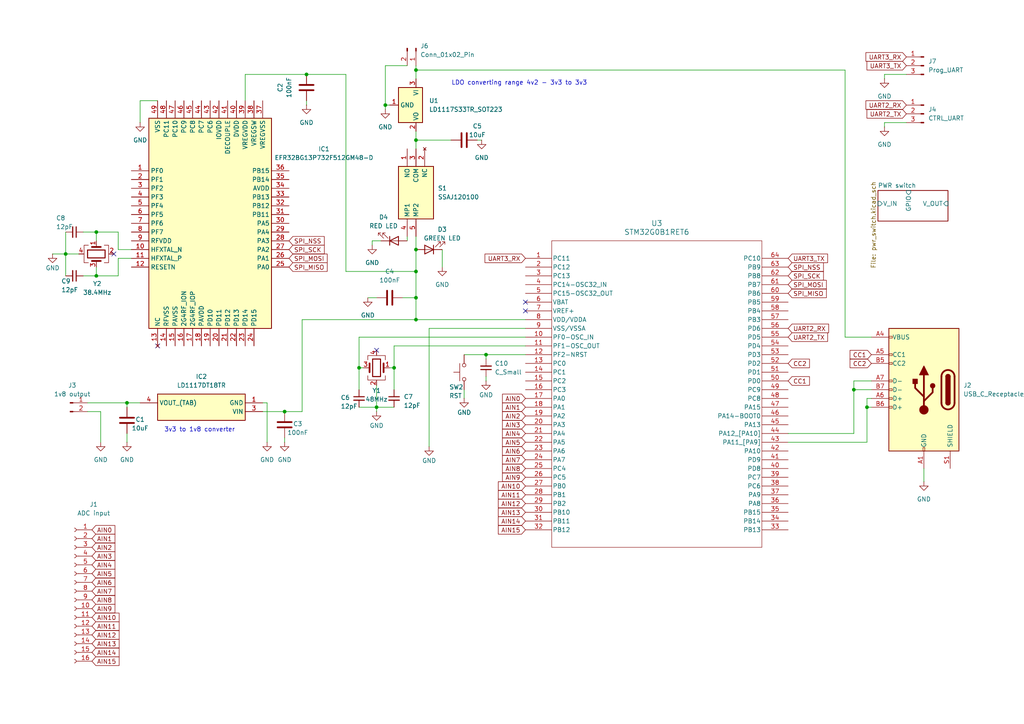
<source format=kicad_sch>
(kicad_sch
	(version 20231120)
	(generator "eeschema")
	(generator_version "8.0")
	(uuid "f342d0b6-fa79-42c3-b491-044d5cde1fcc")
	(paper "A4")
	(lib_symbols
		(symbol "Connector:Conn_01x02_Pin"
			(pin_names
				(offset 1.016) hide)
			(exclude_from_sim no)
			(in_bom yes)
			(on_board yes)
			(property "Reference" "J"
				(at 0 2.54 0)
				(effects
					(font
						(size 1.27 1.27)
					)
				)
			)
			(property "Value" "Conn_01x02_Pin"
				(at 0 -5.08 0)
				(effects
					(font
						(size 1.27 1.27)
					)
				)
			)
			(property "Footprint" ""
				(at 0 0 0)
				(effects
					(font
						(size 1.27 1.27)
					)
					(hide yes)
				)
			)
			(property "Datasheet" "~"
				(at 0 0 0)
				(effects
					(font
						(size 1.27 1.27)
					)
					(hide yes)
				)
			)
			(property "Description" "Generic connector, single row, 01x02, script generated"
				(at 0 0 0)
				(effects
					(font
						(size 1.27 1.27)
					)
					(hide yes)
				)
			)
			(property "ki_locked" ""
				(at 0 0 0)
				(effects
					(font
						(size 1.27 1.27)
					)
				)
			)
			(property "ki_keywords" "connector"
				(at 0 0 0)
				(effects
					(font
						(size 1.27 1.27)
					)
					(hide yes)
				)
			)
			(property "ki_fp_filters" "Connector*:*_1x??_*"
				(at 0 0 0)
				(effects
					(font
						(size 1.27 1.27)
					)
					(hide yes)
				)
			)
			(symbol "Conn_01x02_Pin_1_1"
				(polyline
					(pts
						(xy 1.27 -2.54) (xy 0.8636 -2.54)
					)
					(stroke
						(width 0.1524)
						(type default)
					)
					(fill
						(type none)
					)
				)
				(polyline
					(pts
						(xy 1.27 0) (xy 0.8636 0)
					)
					(stroke
						(width 0.1524)
						(type default)
					)
					(fill
						(type none)
					)
				)
				(rectangle
					(start 0.8636 -2.413)
					(end 0 -2.667)
					(stroke
						(width 0.1524)
						(type default)
					)
					(fill
						(type outline)
					)
				)
				(rectangle
					(start 0.8636 0.127)
					(end 0 -0.127)
					(stroke
						(width 0.1524)
						(type default)
					)
					(fill
						(type outline)
					)
				)
				(pin passive line
					(at 5.08 0 180)
					(length 3.81)
					(name "Pin_1"
						(effects
							(font
								(size 1.27 1.27)
							)
						)
					)
					(number "1"
						(effects
							(font
								(size 1.27 1.27)
							)
						)
					)
				)
				(pin passive line
					(at 5.08 -2.54 180)
					(length 3.81)
					(name "Pin_2"
						(effects
							(font
								(size 1.27 1.27)
							)
						)
					)
					(number "2"
						(effects
							(font
								(size 1.27 1.27)
							)
						)
					)
				)
			)
		)
		(symbol "Connector:Conn_01x03_Pin"
			(pin_names
				(offset 1.016) hide)
			(exclude_from_sim no)
			(in_bom yes)
			(on_board yes)
			(property "Reference" "J"
				(at 0 5.08 0)
				(effects
					(font
						(size 1.27 1.27)
					)
				)
			)
			(property "Value" "Conn_01x03_Pin"
				(at 0 -5.08 0)
				(effects
					(font
						(size 1.27 1.27)
					)
				)
			)
			(property "Footprint" ""
				(at 0 0 0)
				(effects
					(font
						(size 1.27 1.27)
					)
					(hide yes)
				)
			)
			(property "Datasheet" "~"
				(at 0 0 0)
				(effects
					(font
						(size 1.27 1.27)
					)
					(hide yes)
				)
			)
			(property "Description" "Generic connector, single row, 01x03, script generated"
				(at 0 0 0)
				(effects
					(font
						(size 1.27 1.27)
					)
					(hide yes)
				)
			)
			(property "ki_locked" ""
				(at 0 0 0)
				(effects
					(font
						(size 1.27 1.27)
					)
				)
			)
			(property "ki_keywords" "connector"
				(at 0 0 0)
				(effects
					(font
						(size 1.27 1.27)
					)
					(hide yes)
				)
			)
			(property "ki_fp_filters" "Connector*:*_1x??_*"
				(at 0 0 0)
				(effects
					(font
						(size 1.27 1.27)
					)
					(hide yes)
				)
			)
			(symbol "Conn_01x03_Pin_1_1"
				(polyline
					(pts
						(xy 1.27 -2.54) (xy 0.8636 -2.54)
					)
					(stroke
						(width 0.1524)
						(type default)
					)
					(fill
						(type none)
					)
				)
				(polyline
					(pts
						(xy 1.27 0) (xy 0.8636 0)
					)
					(stroke
						(width 0.1524)
						(type default)
					)
					(fill
						(type none)
					)
				)
				(polyline
					(pts
						(xy 1.27 2.54) (xy 0.8636 2.54)
					)
					(stroke
						(width 0.1524)
						(type default)
					)
					(fill
						(type none)
					)
				)
				(rectangle
					(start 0.8636 -2.413)
					(end 0 -2.667)
					(stroke
						(width 0.1524)
						(type default)
					)
					(fill
						(type outline)
					)
				)
				(rectangle
					(start 0.8636 0.127)
					(end 0 -0.127)
					(stroke
						(width 0.1524)
						(type default)
					)
					(fill
						(type outline)
					)
				)
				(rectangle
					(start 0.8636 2.667)
					(end 0 2.413)
					(stroke
						(width 0.1524)
						(type default)
					)
					(fill
						(type outline)
					)
				)
				(pin passive line
					(at 5.08 2.54 180)
					(length 3.81)
					(name "Pin_1"
						(effects
							(font
								(size 1.27 1.27)
							)
						)
					)
					(number "1"
						(effects
							(font
								(size 1.27 1.27)
							)
						)
					)
				)
				(pin passive line
					(at 5.08 0 180)
					(length 3.81)
					(name "Pin_2"
						(effects
							(font
								(size 1.27 1.27)
							)
						)
					)
					(number "2"
						(effects
							(font
								(size 1.27 1.27)
							)
						)
					)
				)
				(pin passive line
					(at 5.08 -2.54 180)
					(length 3.81)
					(name "Pin_3"
						(effects
							(font
								(size 1.27 1.27)
							)
						)
					)
					(number "3"
						(effects
							(font
								(size 1.27 1.27)
							)
						)
					)
				)
			)
		)
		(symbol "Connector:Conn_01x16_Socket"
			(pin_names
				(offset 1.016) hide)
			(exclude_from_sim no)
			(in_bom yes)
			(on_board yes)
			(property "Reference" "J"
				(at 0 20.32 0)
				(effects
					(font
						(size 1.27 1.27)
					)
				)
			)
			(property "Value" "Conn_01x16_Socket"
				(at 0 -22.86 0)
				(effects
					(font
						(size 1.27 1.27)
					)
				)
			)
			(property "Footprint" ""
				(at 0 0 0)
				(effects
					(font
						(size 1.27 1.27)
					)
					(hide yes)
				)
			)
			(property "Datasheet" "~"
				(at 0 0 0)
				(effects
					(font
						(size 1.27 1.27)
					)
					(hide yes)
				)
			)
			(property "Description" "Generic connector, single row, 01x16, script generated"
				(at 0 0 0)
				(effects
					(font
						(size 1.27 1.27)
					)
					(hide yes)
				)
			)
			(property "ki_locked" ""
				(at 0 0 0)
				(effects
					(font
						(size 1.27 1.27)
					)
				)
			)
			(property "ki_keywords" "connector"
				(at 0 0 0)
				(effects
					(font
						(size 1.27 1.27)
					)
					(hide yes)
				)
			)
			(property "ki_fp_filters" "Connector*:*_1x??_*"
				(at 0 0 0)
				(effects
					(font
						(size 1.27 1.27)
					)
					(hide yes)
				)
			)
			(symbol "Conn_01x16_Socket_1_1"
				(arc
					(start 0 -19.812)
					(mid -0.5058 -20.32)
					(end 0 -20.828)
					(stroke
						(width 0.1524)
						(type default)
					)
					(fill
						(type none)
					)
				)
				(arc
					(start 0 -17.272)
					(mid -0.5058 -17.78)
					(end 0 -18.288)
					(stroke
						(width 0.1524)
						(type default)
					)
					(fill
						(type none)
					)
				)
				(arc
					(start 0 -14.732)
					(mid -0.5058 -15.24)
					(end 0 -15.748)
					(stroke
						(width 0.1524)
						(type default)
					)
					(fill
						(type none)
					)
				)
				(arc
					(start 0 -12.192)
					(mid -0.5058 -12.7)
					(end 0 -13.208)
					(stroke
						(width 0.1524)
						(type default)
					)
					(fill
						(type none)
					)
				)
				(arc
					(start 0 -9.652)
					(mid -0.5058 -10.16)
					(end 0 -10.668)
					(stroke
						(width 0.1524)
						(type default)
					)
					(fill
						(type none)
					)
				)
				(arc
					(start 0 -7.112)
					(mid -0.5058 -7.62)
					(end 0 -8.128)
					(stroke
						(width 0.1524)
						(type default)
					)
					(fill
						(type none)
					)
				)
				(arc
					(start 0 -4.572)
					(mid -0.5058 -5.08)
					(end 0 -5.588)
					(stroke
						(width 0.1524)
						(type default)
					)
					(fill
						(type none)
					)
				)
				(arc
					(start 0 -2.032)
					(mid -0.5058 -2.54)
					(end 0 -3.048)
					(stroke
						(width 0.1524)
						(type default)
					)
					(fill
						(type none)
					)
				)
				(polyline
					(pts
						(xy -1.27 -20.32) (xy -0.508 -20.32)
					)
					(stroke
						(width 0.1524)
						(type default)
					)
					(fill
						(type none)
					)
				)
				(polyline
					(pts
						(xy -1.27 -17.78) (xy -0.508 -17.78)
					)
					(stroke
						(width 0.1524)
						(type default)
					)
					(fill
						(type none)
					)
				)
				(polyline
					(pts
						(xy -1.27 -15.24) (xy -0.508 -15.24)
					)
					(stroke
						(width 0.1524)
						(type default)
					)
					(fill
						(type none)
					)
				)
				(polyline
					(pts
						(xy -1.27 -12.7) (xy -0.508 -12.7)
					)
					(stroke
						(width 0.1524)
						(type default)
					)
					(fill
						(type none)
					)
				)
				(polyline
					(pts
						(xy -1.27 -10.16) (xy -0.508 -10.16)
					)
					(stroke
						(width 0.1524)
						(type default)
					)
					(fill
						(type none)
					)
				)
				(polyline
					(pts
						(xy -1.27 -7.62) (xy -0.508 -7.62)
					)
					(stroke
						(width 0.1524)
						(type default)
					)
					(fill
						(type none)
					)
				)
				(polyline
					(pts
						(xy -1.27 -5.08) (xy -0.508 -5.08)
					)
					(stroke
						(width 0.1524)
						(type default)
					)
					(fill
						(type none)
					)
				)
				(polyline
					(pts
						(xy -1.27 -2.54) (xy -0.508 -2.54)
					)
					(stroke
						(width 0.1524)
						(type default)
					)
					(fill
						(type none)
					)
				)
				(polyline
					(pts
						(xy -1.27 0) (xy -0.508 0)
					)
					(stroke
						(width 0.1524)
						(type default)
					)
					(fill
						(type none)
					)
				)
				(polyline
					(pts
						(xy -1.27 2.54) (xy -0.508 2.54)
					)
					(stroke
						(width 0.1524)
						(type default)
					)
					(fill
						(type none)
					)
				)
				(polyline
					(pts
						(xy -1.27 5.08) (xy -0.508 5.08)
					)
					(stroke
						(width 0.1524)
						(type default)
					)
					(fill
						(type none)
					)
				)
				(polyline
					(pts
						(xy -1.27 7.62) (xy -0.508 7.62)
					)
					(stroke
						(width 0.1524)
						(type default)
					)
					(fill
						(type none)
					)
				)
				(polyline
					(pts
						(xy -1.27 10.16) (xy -0.508 10.16)
					)
					(stroke
						(width 0.1524)
						(type default)
					)
					(fill
						(type none)
					)
				)
				(polyline
					(pts
						(xy -1.27 12.7) (xy -0.508 12.7)
					)
					(stroke
						(width 0.1524)
						(type default)
					)
					(fill
						(type none)
					)
				)
				(polyline
					(pts
						(xy -1.27 15.24) (xy -0.508 15.24)
					)
					(stroke
						(width 0.1524)
						(type default)
					)
					(fill
						(type none)
					)
				)
				(polyline
					(pts
						(xy -1.27 17.78) (xy -0.508 17.78)
					)
					(stroke
						(width 0.1524)
						(type default)
					)
					(fill
						(type none)
					)
				)
				(arc
					(start 0 0.508)
					(mid -0.5058 0)
					(end 0 -0.508)
					(stroke
						(width 0.1524)
						(type default)
					)
					(fill
						(type none)
					)
				)
				(arc
					(start 0 3.048)
					(mid -0.5058 2.54)
					(end 0 2.032)
					(stroke
						(width 0.1524)
						(type default)
					)
					(fill
						(type none)
					)
				)
				(arc
					(start 0 5.588)
					(mid -0.5058 5.08)
					(end 0 4.572)
					(stroke
						(width 0.1524)
						(type default)
					)
					(fill
						(type none)
					)
				)
				(arc
					(start 0 8.128)
					(mid -0.5058 7.62)
					(end 0 7.112)
					(stroke
						(width 0.1524)
						(type default)
					)
					(fill
						(type none)
					)
				)
				(arc
					(start 0 10.668)
					(mid -0.5058 10.16)
					(end 0 9.652)
					(stroke
						(width 0.1524)
						(type default)
					)
					(fill
						(type none)
					)
				)
				(arc
					(start 0 13.208)
					(mid -0.5058 12.7)
					(end 0 12.192)
					(stroke
						(width 0.1524)
						(type default)
					)
					(fill
						(type none)
					)
				)
				(arc
					(start 0 15.748)
					(mid -0.5058 15.24)
					(end 0 14.732)
					(stroke
						(width 0.1524)
						(type default)
					)
					(fill
						(type none)
					)
				)
				(arc
					(start 0 18.288)
					(mid -0.5058 17.78)
					(end 0 17.272)
					(stroke
						(width 0.1524)
						(type default)
					)
					(fill
						(type none)
					)
				)
				(pin passive line
					(at -5.08 17.78 0)
					(length 3.81)
					(name "Pin_1"
						(effects
							(font
								(size 1.27 1.27)
							)
						)
					)
					(number "1"
						(effects
							(font
								(size 1.27 1.27)
							)
						)
					)
				)
				(pin passive line
					(at -5.08 -5.08 0)
					(length 3.81)
					(name "Pin_10"
						(effects
							(font
								(size 1.27 1.27)
							)
						)
					)
					(number "10"
						(effects
							(font
								(size 1.27 1.27)
							)
						)
					)
				)
				(pin passive line
					(at -5.08 -7.62 0)
					(length 3.81)
					(name "Pin_11"
						(effects
							(font
								(size 1.27 1.27)
							)
						)
					)
					(number "11"
						(effects
							(font
								(size 1.27 1.27)
							)
						)
					)
				)
				(pin passive line
					(at -5.08 -10.16 0)
					(length 3.81)
					(name "Pin_12"
						(effects
							(font
								(size 1.27 1.27)
							)
						)
					)
					(number "12"
						(effects
							(font
								(size 1.27 1.27)
							)
						)
					)
				)
				(pin passive line
					(at -5.08 -12.7 0)
					(length 3.81)
					(name "Pin_13"
						(effects
							(font
								(size 1.27 1.27)
							)
						)
					)
					(number "13"
						(effects
							(font
								(size 1.27 1.27)
							)
						)
					)
				)
				(pin passive line
					(at -5.08 -15.24 0)
					(length 3.81)
					(name "Pin_14"
						(effects
							(font
								(size 1.27 1.27)
							)
						)
					)
					(number "14"
						(effects
							(font
								(size 1.27 1.27)
							)
						)
					)
				)
				(pin passive line
					(at -5.08 -17.78 0)
					(length 3.81)
					(name "Pin_15"
						(effects
							(font
								(size 1.27 1.27)
							)
						)
					)
					(number "15"
						(effects
							(font
								(size 1.27 1.27)
							)
						)
					)
				)
				(pin passive line
					(at -5.08 -20.32 0)
					(length 3.81)
					(name "Pin_16"
						(effects
							(font
								(size 1.27 1.27)
							)
						)
					)
					(number "16"
						(effects
							(font
								(size 1.27 1.27)
							)
						)
					)
				)
				(pin passive line
					(at -5.08 15.24 0)
					(length 3.81)
					(name "Pin_2"
						(effects
							(font
								(size 1.27 1.27)
							)
						)
					)
					(number "2"
						(effects
							(font
								(size 1.27 1.27)
							)
						)
					)
				)
				(pin passive line
					(at -5.08 12.7 0)
					(length 3.81)
					(name "Pin_3"
						(effects
							(font
								(size 1.27 1.27)
							)
						)
					)
					(number "3"
						(effects
							(font
								(size 1.27 1.27)
							)
						)
					)
				)
				(pin passive line
					(at -5.08 10.16 0)
					(length 3.81)
					(name "Pin_4"
						(effects
							(font
								(size 1.27 1.27)
							)
						)
					)
					(number "4"
						(effects
							(font
								(size 1.27 1.27)
							)
						)
					)
				)
				(pin passive line
					(at -5.08 7.62 0)
					(length 3.81)
					(name "Pin_5"
						(effects
							(font
								(size 1.27 1.27)
							)
						)
					)
					(number "5"
						(effects
							(font
								(size 1.27 1.27)
							)
						)
					)
				)
				(pin passive line
					(at -5.08 5.08 0)
					(length 3.81)
					(name "Pin_6"
						(effects
							(font
								(size 1.27 1.27)
							)
						)
					)
					(number "6"
						(effects
							(font
								(size 1.27 1.27)
							)
						)
					)
				)
				(pin passive line
					(at -5.08 2.54 0)
					(length 3.81)
					(name "Pin_7"
						(effects
							(font
								(size 1.27 1.27)
							)
						)
					)
					(number "7"
						(effects
							(font
								(size 1.27 1.27)
							)
						)
					)
				)
				(pin passive line
					(at -5.08 0 0)
					(length 3.81)
					(name "Pin_8"
						(effects
							(font
								(size 1.27 1.27)
							)
						)
					)
					(number "8"
						(effects
							(font
								(size 1.27 1.27)
							)
						)
					)
				)
				(pin passive line
					(at -5.08 -2.54 0)
					(length 3.81)
					(name "Pin_9"
						(effects
							(font
								(size 1.27 1.27)
							)
						)
					)
					(number "9"
						(effects
							(font
								(size 1.27 1.27)
							)
						)
					)
				)
			)
		)
		(symbol "Connector:USB_C_Receptacle_USB2.0_14P"
			(pin_names
				(offset 1.016)
			)
			(exclude_from_sim no)
			(in_bom yes)
			(on_board yes)
			(property "Reference" "J"
				(at 0 22.225 0)
				(effects
					(font
						(size 1.27 1.27)
					)
				)
			)
			(property "Value" "USB_C_Receptacle_USB2.0_14P"
				(at 0 19.685 0)
				(effects
					(font
						(size 1.27 1.27)
					)
				)
			)
			(property "Footprint" ""
				(at 3.81 0 0)
				(effects
					(font
						(size 1.27 1.27)
					)
					(hide yes)
				)
			)
			(property "Datasheet" "https://www.usb.org/sites/default/files/documents/usb_type-c.zip"
				(at 3.81 0 0)
				(effects
					(font
						(size 1.27 1.27)
					)
					(hide yes)
				)
			)
			(property "Description" "USB 2.0-only 14P Type-C Receptacle connector"
				(at 0 0 0)
				(effects
					(font
						(size 1.27 1.27)
					)
					(hide yes)
				)
			)
			(property "ki_keywords" "usb universal serial bus type-C USB2.0"
				(at 0 0 0)
				(effects
					(font
						(size 1.27 1.27)
					)
					(hide yes)
				)
			)
			(property "ki_fp_filters" "USB*C*Receptacle*"
				(at 0 0 0)
				(effects
					(font
						(size 1.27 1.27)
					)
					(hide yes)
				)
			)
			(symbol "USB_C_Receptacle_USB2.0_14P_0_0"
				(rectangle
					(start -0.254 -17.78)
					(end 0.254 -16.764)
					(stroke
						(width 0)
						(type default)
					)
					(fill
						(type none)
					)
				)
				(rectangle
					(start 10.16 -4.826)
					(end 9.144 -5.334)
					(stroke
						(width 0)
						(type default)
					)
					(fill
						(type none)
					)
				)
				(rectangle
					(start 10.16 -2.286)
					(end 9.144 -2.794)
					(stroke
						(width 0)
						(type default)
					)
					(fill
						(type none)
					)
				)
				(rectangle
					(start 10.16 0.254)
					(end 9.144 -0.254)
					(stroke
						(width 0)
						(type default)
					)
					(fill
						(type none)
					)
				)
				(rectangle
					(start 10.16 2.794)
					(end 9.144 2.286)
					(stroke
						(width 0)
						(type default)
					)
					(fill
						(type none)
					)
				)
				(rectangle
					(start 10.16 7.874)
					(end 9.144 7.366)
					(stroke
						(width 0)
						(type default)
					)
					(fill
						(type none)
					)
				)
				(rectangle
					(start 10.16 10.414)
					(end 9.144 9.906)
					(stroke
						(width 0)
						(type default)
					)
					(fill
						(type none)
					)
				)
				(rectangle
					(start 10.16 15.494)
					(end 9.144 14.986)
					(stroke
						(width 0)
						(type default)
					)
					(fill
						(type none)
					)
				)
			)
			(symbol "USB_C_Receptacle_USB2.0_14P_0_1"
				(rectangle
					(start -10.16 17.78)
					(end 10.16 -17.78)
					(stroke
						(width 0.254)
						(type default)
					)
					(fill
						(type background)
					)
				)
				(arc
					(start -8.89 -3.81)
					(mid -6.985 -5.7067)
					(end -5.08 -3.81)
					(stroke
						(width 0.508)
						(type default)
					)
					(fill
						(type none)
					)
				)
				(arc
					(start -7.62 -3.81)
					(mid -6.985 -4.4423)
					(end -6.35 -3.81)
					(stroke
						(width 0.254)
						(type default)
					)
					(fill
						(type none)
					)
				)
				(arc
					(start -7.62 -3.81)
					(mid -6.985 -4.4423)
					(end -6.35 -3.81)
					(stroke
						(width 0.254)
						(type default)
					)
					(fill
						(type outline)
					)
				)
				(rectangle
					(start -7.62 -3.81)
					(end -6.35 3.81)
					(stroke
						(width 0.254)
						(type default)
					)
					(fill
						(type outline)
					)
				)
				(arc
					(start -6.35 3.81)
					(mid -6.985 4.4423)
					(end -7.62 3.81)
					(stroke
						(width 0.254)
						(type default)
					)
					(fill
						(type none)
					)
				)
				(arc
					(start -6.35 3.81)
					(mid -6.985 4.4423)
					(end -7.62 3.81)
					(stroke
						(width 0.254)
						(type default)
					)
					(fill
						(type outline)
					)
				)
				(arc
					(start -5.08 3.81)
					(mid -6.985 5.7067)
					(end -8.89 3.81)
					(stroke
						(width 0.508)
						(type default)
					)
					(fill
						(type none)
					)
				)
				(circle
					(center -2.54 1.143)
					(radius 0.635)
					(stroke
						(width 0.254)
						(type default)
					)
					(fill
						(type outline)
					)
				)
				(circle
					(center 0 -5.842)
					(radius 1.27)
					(stroke
						(width 0)
						(type default)
					)
					(fill
						(type outline)
					)
				)
				(polyline
					(pts
						(xy -8.89 -3.81) (xy -8.89 3.81)
					)
					(stroke
						(width 0.508)
						(type default)
					)
					(fill
						(type none)
					)
				)
				(polyline
					(pts
						(xy -5.08 3.81) (xy -5.08 -3.81)
					)
					(stroke
						(width 0.508)
						(type default)
					)
					(fill
						(type none)
					)
				)
				(polyline
					(pts
						(xy 0 -5.842) (xy 0 4.318)
					)
					(stroke
						(width 0.508)
						(type default)
					)
					(fill
						(type none)
					)
				)
				(polyline
					(pts
						(xy 0 -3.302) (xy -2.54 -0.762) (xy -2.54 0.508)
					)
					(stroke
						(width 0.508)
						(type default)
					)
					(fill
						(type none)
					)
				)
				(polyline
					(pts
						(xy 0 -2.032) (xy 2.54 0.508) (xy 2.54 1.778)
					)
					(stroke
						(width 0.508)
						(type default)
					)
					(fill
						(type none)
					)
				)
				(polyline
					(pts
						(xy -1.27 4.318) (xy 0 6.858) (xy 1.27 4.318) (xy -1.27 4.318)
					)
					(stroke
						(width 0.254)
						(type default)
					)
					(fill
						(type outline)
					)
				)
				(rectangle
					(start 1.905 1.778)
					(end 3.175 3.048)
					(stroke
						(width 0.254)
						(type default)
					)
					(fill
						(type outline)
					)
				)
			)
			(symbol "USB_C_Receptacle_USB2.0_14P_1_1"
				(pin passive line
					(at 0 -22.86 90)
					(length 5.08)
					(name "GND"
						(effects
							(font
								(size 1.27 1.27)
							)
						)
					)
					(number "A1"
						(effects
							(font
								(size 1.27 1.27)
							)
						)
					)
				)
				(pin passive line
					(at 0 -22.86 90)
					(length 5.08) hide
					(name "GND"
						(effects
							(font
								(size 1.27 1.27)
							)
						)
					)
					(number "A12"
						(effects
							(font
								(size 1.27 1.27)
							)
						)
					)
				)
				(pin passive line
					(at 15.24 15.24 180)
					(length 5.08)
					(name "VBUS"
						(effects
							(font
								(size 1.27 1.27)
							)
						)
					)
					(number "A4"
						(effects
							(font
								(size 1.27 1.27)
							)
						)
					)
				)
				(pin bidirectional line
					(at 15.24 10.16 180)
					(length 5.08)
					(name "CC1"
						(effects
							(font
								(size 1.27 1.27)
							)
						)
					)
					(number "A5"
						(effects
							(font
								(size 1.27 1.27)
							)
						)
					)
				)
				(pin bidirectional line
					(at 15.24 -2.54 180)
					(length 5.08)
					(name "D+"
						(effects
							(font
								(size 1.27 1.27)
							)
						)
					)
					(number "A6"
						(effects
							(font
								(size 1.27 1.27)
							)
						)
					)
				)
				(pin bidirectional line
					(at 15.24 2.54 180)
					(length 5.08)
					(name "D-"
						(effects
							(font
								(size 1.27 1.27)
							)
						)
					)
					(number "A7"
						(effects
							(font
								(size 1.27 1.27)
							)
						)
					)
				)
				(pin passive line
					(at 15.24 15.24 180)
					(length 5.08) hide
					(name "VBUS"
						(effects
							(font
								(size 1.27 1.27)
							)
						)
					)
					(number "A9"
						(effects
							(font
								(size 1.27 1.27)
							)
						)
					)
				)
				(pin passive line
					(at 0 -22.86 90)
					(length 5.08) hide
					(name "GND"
						(effects
							(font
								(size 1.27 1.27)
							)
						)
					)
					(number "B1"
						(effects
							(font
								(size 1.27 1.27)
							)
						)
					)
				)
				(pin passive line
					(at 0 -22.86 90)
					(length 5.08) hide
					(name "GND"
						(effects
							(font
								(size 1.27 1.27)
							)
						)
					)
					(number "B12"
						(effects
							(font
								(size 1.27 1.27)
							)
						)
					)
				)
				(pin passive line
					(at 15.24 15.24 180)
					(length 5.08) hide
					(name "VBUS"
						(effects
							(font
								(size 1.27 1.27)
							)
						)
					)
					(number "B4"
						(effects
							(font
								(size 1.27 1.27)
							)
						)
					)
				)
				(pin bidirectional line
					(at 15.24 7.62 180)
					(length 5.08)
					(name "CC2"
						(effects
							(font
								(size 1.27 1.27)
							)
						)
					)
					(number "B5"
						(effects
							(font
								(size 1.27 1.27)
							)
						)
					)
				)
				(pin bidirectional line
					(at 15.24 -5.08 180)
					(length 5.08)
					(name "D+"
						(effects
							(font
								(size 1.27 1.27)
							)
						)
					)
					(number "B6"
						(effects
							(font
								(size 1.27 1.27)
							)
						)
					)
				)
				(pin bidirectional line
					(at 15.24 0 180)
					(length 5.08)
					(name "D-"
						(effects
							(font
								(size 1.27 1.27)
							)
						)
					)
					(number "B7"
						(effects
							(font
								(size 1.27 1.27)
							)
						)
					)
				)
				(pin passive line
					(at 15.24 15.24 180)
					(length 5.08) hide
					(name "VBUS"
						(effects
							(font
								(size 1.27 1.27)
							)
						)
					)
					(number "B9"
						(effects
							(font
								(size 1.27 1.27)
							)
						)
					)
				)
				(pin passive line
					(at -7.62 -22.86 90)
					(length 5.08)
					(name "SHIELD"
						(effects
							(font
								(size 1.27 1.27)
							)
						)
					)
					(number "S1"
						(effects
							(font
								(size 1.27 1.27)
							)
						)
					)
				)
			)
		)
		(symbol "Device:C"
			(pin_numbers hide)
			(pin_names
				(offset 0.254)
			)
			(exclude_from_sim no)
			(in_bom yes)
			(on_board yes)
			(property "Reference" "C"
				(at 0.635 2.54 0)
				(effects
					(font
						(size 1.27 1.27)
					)
					(justify left)
				)
			)
			(property "Value" "C"
				(at 0.635 -2.54 0)
				(effects
					(font
						(size 1.27 1.27)
					)
					(justify left)
				)
			)
			(property "Footprint" ""
				(at 0.9652 -3.81 0)
				(effects
					(font
						(size 1.27 1.27)
					)
					(hide yes)
				)
			)
			(property "Datasheet" "~"
				(at 0 0 0)
				(effects
					(font
						(size 1.27 1.27)
					)
					(hide yes)
				)
			)
			(property "Description" "Unpolarized capacitor"
				(at 0 0 0)
				(effects
					(font
						(size 1.27 1.27)
					)
					(hide yes)
				)
			)
			(property "ki_keywords" "cap capacitor"
				(at 0 0 0)
				(effects
					(font
						(size 1.27 1.27)
					)
					(hide yes)
				)
			)
			(property "ki_fp_filters" "C_*"
				(at 0 0 0)
				(effects
					(font
						(size 1.27 1.27)
					)
					(hide yes)
				)
			)
			(symbol "C_0_1"
				(polyline
					(pts
						(xy -2.032 -0.762) (xy 2.032 -0.762)
					)
					(stroke
						(width 0.508)
						(type default)
					)
					(fill
						(type none)
					)
				)
				(polyline
					(pts
						(xy -2.032 0.762) (xy 2.032 0.762)
					)
					(stroke
						(width 0.508)
						(type default)
					)
					(fill
						(type none)
					)
				)
			)
			(symbol "C_1_1"
				(pin passive line
					(at 0 3.81 270)
					(length 2.794)
					(name "~"
						(effects
							(font
								(size 1.27 1.27)
							)
						)
					)
					(number "1"
						(effects
							(font
								(size 1.27 1.27)
							)
						)
					)
				)
				(pin passive line
					(at 0 -3.81 90)
					(length 2.794)
					(name "~"
						(effects
							(font
								(size 1.27 1.27)
							)
						)
					)
					(number "2"
						(effects
							(font
								(size 1.27 1.27)
							)
						)
					)
				)
			)
		)
		(symbol "Device:C_Small"
			(pin_numbers hide)
			(pin_names
				(offset 0.254) hide)
			(exclude_from_sim no)
			(in_bom yes)
			(on_board yes)
			(property "Reference" "C"
				(at 0.254 1.778 0)
				(effects
					(font
						(size 1.27 1.27)
					)
					(justify left)
				)
			)
			(property "Value" "C_Small"
				(at 0.254 -2.032 0)
				(effects
					(font
						(size 1.27 1.27)
					)
					(justify left)
				)
			)
			(property "Footprint" ""
				(at 0 0 0)
				(effects
					(font
						(size 1.27 1.27)
					)
					(hide yes)
				)
			)
			(property "Datasheet" "~"
				(at 0 0 0)
				(effects
					(font
						(size 1.27 1.27)
					)
					(hide yes)
				)
			)
			(property "Description" "Unpolarized capacitor, small symbol"
				(at 0 0 0)
				(effects
					(font
						(size 1.27 1.27)
					)
					(hide yes)
				)
			)
			(property "ki_keywords" "capacitor cap"
				(at 0 0 0)
				(effects
					(font
						(size 1.27 1.27)
					)
					(hide yes)
				)
			)
			(property "ki_fp_filters" "C_*"
				(at 0 0 0)
				(effects
					(font
						(size 1.27 1.27)
					)
					(hide yes)
				)
			)
			(symbol "C_Small_0_1"
				(polyline
					(pts
						(xy -1.524 -0.508) (xy 1.524 -0.508)
					)
					(stroke
						(width 0.3302)
						(type default)
					)
					(fill
						(type none)
					)
				)
				(polyline
					(pts
						(xy -1.524 0.508) (xy 1.524 0.508)
					)
					(stroke
						(width 0.3048)
						(type default)
					)
					(fill
						(type none)
					)
				)
			)
			(symbol "C_Small_1_1"
				(pin passive line
					(at 0 2.54 270)
					(length 2.032)
					(name "~"
						(effects
							(font
								(size 1.27 1.27)
							)
						)
					)
					(number "1"
						(effects
							(font
								(size 1.27 1.27)
							)
						)
					)
				)
				(pin passive line
					(at 0 -2.54 90)
					(length 2.032)
					(name "~"
						(effects
							(font
								(size 1.27 1.27)
							)
						)
					)
					(number "2"
						(effects
							(font
								(size 1.27 1.27)
							)
						)
					)
				)
			)
		)
		(symbol "Device:Crystal_GND24"
			(pin_names
				(offset 1.016) hide)
			(exclude_from_sim no)
			(in_bom yes)
			(on_board yes)
			(property "Reference" "Y"
				(at 3.175 5.08 0)
				(effects
					(font
						(size 1.27 1.27)
					)
					(justify left)
				)
			)
			(property "Value" "Crystal_GND24"
				(at 3.175 3.175 0)
				(effects
					(font
						(size 1.27 1.27)
					)
					(justify left)
				)
			)
			(property "Footprint" ""
				(at 0 0 0)
				(effects
					(font
						(size 1.27 1.27)
					)
					(hide yes)
				)
			)
			(property "Datasheet" "~"
				(at 0 0 0)
				(effects
					(font
						(size 1.27 1.27)
					)
					(hide yes)
				)
			)
			(property "Description" "Four pin crystal, GND on pins 2 and 4"
				(at 0 0 0)
				(effects
					(font
						(size 1.27 1.27)
					)
					(hide yes)
				)
			)
			(property "ki_keywords" "quartz ceramic resonator oscillator"
				(at 0 0 0)
				(effects
					(font
						(size 1.27 1.27)
					)
					(hide yes)
				)
			)
			(property "ki_fp_filters" "Crystal*"
				(at 0 0 0)
				(effects
					(font
						(size 1.27 1.27)
					)
					(hide yes)
				)
			)
			(symbol "Crystal_GND24_0_1"
				(rectangle
					(start -1.143 2.54)
					(end 1.143 -2.54)
					(stroke
						(width 0.3048)
						(type default)
					)
					(fill
						(type none)
					)
				)
				(polyline
					(pts
						(xy -2.54 0) (xy -2.032 0)
					)
					(stroke
						(width 0)
						(type default)
					)
					(fill
						(type none)
					)
				)
				(polyline
					(pts
						(xy -2.032 -1.27) (xy -2.032 1.27)
					)
					(stroke
						(width 0.508)
						(type default)
					)
					(fill
						(type none)
					)
				)
				(polyline
					(pts
						(xy 0 -3.81) (xy 0 -3.556)
					)
					(stroke
						(width 0)
						(type default)
					)
					(fill
						(type none)
					)
				)
				(polyline
					(pts
						(xy 0 3.556) (xy 0 3.81)
					)
					(stroke
						(width 0)
						(type default)
					)
					(fill
						(type none)
					)
				)
				(polyline
					(pts
						(xy 2.032 -1.27) (xy 2.032 1.27)
					)
					(stroke
						(width 0.508)
						(type default)
					)
					(fill
						(type none)
					)
				)
				(polyline
					(pts
						(xy 2.032 0) (xy 2.54 0)
					)
					(stroke
						(width 0)
						(type default)
					)
					(fill
						(type none)
					)
				)
				(polyline
					(pts
						(xy -2.54 -2.286) (xy -2.54 -3.556) (xy 2.54 -3.556) (xy 2.54 -2.286)
					)
					(stroke
						(width 0)
						(type default)
					)
					(fill
						(type none)
					)
				)
				(polyline
					(pts
						(xy -2.54 2.286) (xy -2.54 3.556) (xy 2.54 3.556) (xy 2.54 2.286)
					)
					(stroke
						(width 0)
						(type default)
					)
					(fill
						(type none)
					)
				)
			)
			(symbol "Crystal_GND24_1_1"
				(pin passive line
					(at -3.81 0 0)
					(length 1.27)
					(name "1"
						(effects
							(font
								(size 1.27 1.27)
							)
						)
					)
					(number "1"
						(effects
							(font
								(size 1.27 1.27)
							)
						)
					)
				)
				(pin passive line
					(at 0 5.08 270)
					(length 1.27)
					(name "2"
						(effects
							(font
								(size 1.27 1.27)
							)
						)
					)
					(number "2"
						(effects
							(font
								(size 1.27 1.27)
							)
						)
					)
				)
				(pin passive line
					(at 3.81 0 180)
					(length 1.27)
					(name "3"
						(effects
							(font
								(size 1.27 1.27)
							)
						)
					)
					(number "3"
						(effects
							(font
								(size 1.27 1.27)
							)
						)
					)
				)
				(pin passive line
					(at 0 -5.08 90)
					(length 1.27)
					(name "4"
						(effects
							(font
								(size 1.27 1.27)
							)
						)
					)
					(number "4"
						(effects
							(font
								(size 1.27 1.27)
							)
						)
					)
				)
			)
		)
		(symbol "Device:LED"
			(pin_numbers hide)
			(pin_names
				(offset 1.016) hide)
			(exclude_from_sim no)
			(in_bom yes)
			(on_board yes)
			(property "Reference" "D"
				(at 0 2.54 0)
				(effects
					(font
						(size 1.27 1.27)
					)
				)
			)
			(property "Value" "LED"
				(at 0 -2.54 0)
				(effects
					(font
						(size 1.27 1.27)
					)
				)
			)
			(property "Footprint" ""
				(at 0 0 0)
				(effects
					(font
						(size 1.27 1.27)
					)
					(hide yes)
				)
			)
			(property "Datasheet" "~"
				(at 0 0 0)
				(effects
					(font
						(size 1.27 1.27)
					)
					(hide yes)
				)
			)
			(property "Description" "Light emitting diode"
				(at 0 0 0)
				(effects
					(font
						(size 1.27 1.27)
					)
					(hide yes)
				)
			)
			(property "ki_keywords" "LED diode"
				(at 0 0 0)
				(effects
					(font
						(size 1.27 1.27)
					)
					(hide yes)
				)
			)
			(property "ki_fp_filters" "LED* LED_SMD:* LED_THT:*"
				(at 0 0 0)
				(effects
					(font
						(size 1.27 1.27)
					)
					(hide yes)
				)
			)
			(symbol "LED_0_1"
				(polyline
					(pts
						(xy -1.27 -1.27) (xy -1.27 1.27)
					)
					(stroke
						(width 0.254)
						(type default)
					)
					(fill
						(type none)
					)
				)
				(polyline
					(pts
						(xy -1.27 0) (xy 1.27 0)
					)
					(stroke
						(width 0)
						(type default)
					)
					(fill
						(type none)
					)
				)
				(polyline
					(pts
						(xy 1.27 -1.27) (xy 1.27 1.27) (xy -1.27 0) (xy 1.27 -1.27)
					)
					(stroke
						(width 0.254)
						(type default)
					)
					(fill
						(type none)
					)
				)
				(polyline
					(pts
						(xy -3.048 -0.762) (xy -4.572 -2.286) (xy -3.81 -2.286) (xy -4.572 -2.286) (xy -4.572 -1.524)
					)
					(stroke
						(width 0)
						(type default)
					)
					(fill
						(type none)
					)
				)
				(polyline
					(pts
						(xy -1.778 -0.762) (xy -3.302 -2.286) (xy -2.54 -2.286) (xy -3.302 -2.286) (xy -3.302 -1.524)
					)
					(stroke
						(width 0)
						(type default)
					)
					(fill
						(type none)
					)
				)
			)
			(symbol "LED_1_1"
				(pin passive line
					(at -3.81 0 0)
					(length 2.54)
					(name "K"
						(effects
							(font
								(size 1.27 1.27)
							)
						)
					)
					(number "1"
						(effects
							(font
								(size 1.27 1.27)
							)
						)
					)
				)
				(pin passive line
					(at 3.81 0 180)
					(length 2.54)
					(name "A"
						(effects
							(font
								(size 1.27 1.27)
							)
						)
					)
					(number "2"
						(effects
							(font
								(size 1.27 1.27)
							)
						)
					)
				)
			)
		)
		(symbol "EFR32BG13P732F512GM48-D:EFR32BG13P732F512GM48-D"
			(exclude_from_sim no)
			(in_bom yes)
			(on_board yes)
			(property "Reference" "IC"
				(at 41.91 20.32 0)
				(effects
					(font
						(size 1.27 1.27)
					)
					(justify left top)
				)
			)
			(property "Value" "EFR32BG13P732F512GM48-D"
				(at 41.91 17.78 0)
				(effects
					(font
						(size 1.27 1.27)
					)
					(justify left top)
				)
			)
			(property "Footprint" "QFN50P700X700X90-49N-D"
				(at 41.91 -82.22 0)
				(effects
					(font
						(size 1.27 1.27)
					)
					(justify left top)
					(hide yes)
				)
			)
			(property "Datasheet" "https://www.silabs.com/documents/public/data-sheets/efr32bg13-datasheet.pdf"
				(at 41.91 -182.22 0)
				(effects
					(font
						(size 1.27 1.27)
					)
					(justify left top)
					(hide yes)
				)
			)
			(property "Description" "SILICON LABS - EFR32BG13P732F512GM48-D - Microcontroller Application Specific, EFR32BG Series, ARM Cortex-M4, 32bit, 512KB, 40MHz, QFN-48"
				(at 0 0 0)
				(effects
					(font
						(size 1.27 1.27)
					)
					(hide yes)
				)
			)
			(property "Height" "0.9"
				(at 41.91 -382.22 0)
				(effects
					(font
						(size 1.27 1.27)
					)
					(justify left top)
					(hide yes)
				)
			)
			(property "Mouser Part Number" "634-BGP732F512GM48D"
				(at 41.91 -482.22 0)
				(effects
					(font
						(size 1.27 1.27)
					)
					(justify left top)
					(hide yes)
				)
			)
			(property "Mouser Price/Stock" "https://www.mouser.co.uk/ProductDetail/Silicon-Labs/EFR32BG13P732F512GM48-D?qs=EBDBlbfErPyfv1N%2F5J4IXA%3D%3D"
				(at 41.91 -582.22 0)
				(effects
					(font
						(size 1.27 1.27)
					)
					(justify left top)
					(hide yes)
				)
			)
			(property "Manufacturer_Name" "Silicon Labs"
				(at 41.91 -682.22 0)
				(effects
					(font
						(size 1.27 1.27)
					)
					(justify left top)
					(hide yes)
				)
			)
			(property "Manufacturer_Part_Number" "EFR32BG13P732F512GM48-D"
				(at 41.91 -782.22 0)
				(effects
					(font
						(size 1.27 1.27)
					)
					(justify left top)
					(hide yes)
				)
			)
			(symbol "EFR32BG13P732F512GM48-D_1_1"
				(rectangle
					(start 5.08 15.24)
					(end 40.64 -45.72)
					(stroke
						(width 0.254)
						(type default)
					)
					(fill
						(type background)
					)
				)
				(pin passive line
					(at 0 0 0)
					(length 5.08)
					(name "PF0"
						(effects
							(font
								(size 1.27 1.27)
							)
						)
					)
					(number "1"
						(effects
							(font
								(size 1.27 1.27)
							)
						)
					)
				)
				(pin passive line
					(at 0 -22.86 0)
					(length 5.08)
					(name "HFXTAL_N"
						(effects
							(font
								(size 1.27 1.27)
							)
						)
					)
					(number "10"
						(effects
							(font
								(size 1.27 1.27)
							)
						)
					)
				)
				(pin passive line
					(at 0 -25.4 0)
					(length 5.08)
					(name "HFXTAL_P"
						(effects
							(font
								(size 1.27 1.27)
							)
						)
					)
					(number "11"
						(effects
							(font
								(size 1.27 1.27)
							)
						)
					)
				)
				(pin passive line
					(at 0 -27.94 0)
					(length 5.08)
					(name "RESETN"
						(effects
							(font
								(size 1.27 1.27)
							)
						)
					)
					(number "12"
						(effects
							(font
								(size 1.27 1.27)
							)
						)
					)
				)
				(pin no_connect line
					(at 7.62 -50.8 90)
					(length 5.08)
					(name "NC"
						(effects
							(font
								(size 1.27 1.27)
							)
						)
					)
					(number "13"
						(effects
							(font
								(size 1.27 1.27)
							)
						)
					)
				)
				(pin passive line
					(at 10.16 -50.8 90)
					(length 5.08)
					(name "RFVSS"
						(effects
							(font
								(size 1.27 1.27)
							)
						)
					)
					(number "14"
						(effects
							(font
								(size 1.27 1.27)
							)
						)
					)
				)
				(pin passive line
					(at 12.7 -50.8 90)
					(length 5.08)
					(name "PAVSS"
						(effects
							(font
								(size 1.27 1.27)
							)
						)
					)
					(number "15"
						(effects
							(font
								(size 1.27 1.27)
							)
						)
					)
				)
				(pin passive line
					(at 15.24 -50.8 90)
					(length 5.08)
					(name "2G4RF_ION"
						(effects
							(font
								(size 1.27 1.27)
							)
						)
					)
					(number "16"
						(effects
							(font
								(size 1.27 1.27)
							)
						)
					)
				)
				(pin passive line
					(at 17.78 -50.8 90)
					(length 5.08)
					(name "2G4RF_IOP"
						(effects
							(font
								(size 1.27 1.27)
							)
						)
					)
					(number "17"
						(effects
							(font
								(size 1.27 1.27)
							)
						)
					)
				)
				(pin passive line
					(at 20.32 -50.8 90)
					(length 5.08)
					(name "PAVDD"
						(effects
							(font
								(size 1.27 1.27)
							)
						)
					)
					(number "18"
						(effects
							(font
								(size 1.27 1.27)
							)
						)
					)
				)
				(pin passive line
					(at 22.86 -50.8 90)
					(length 5.08)
					(name "PD10"
						(effects
							(font
								(size 1.27 1.27)
							)
						)
					)
					(number "19"
						(effects
							(font
								(size 1.27 1.27)
							)
						)
					)
				)
				(pin passive line
					(at 0 -2.54 0)
					(length 5.08)
					(name "PF1"
						(effects
							(font
								(size 1.27 1.27)
							)
						)
					)
					(number "2"
						(effects
							(font
								(size 1.27 1.27)
							)
						)
					)
				)
				(pin passive line
					(at 25.4 -50.8 90)
					(length 5.08)
					(name "PD11"
						(effects
							(font
								(size 1.27 1.27)
							)
						)
					)
					(number "20"
						(effects
							(font
								(size 1.27 1.27)
							)
						)
					)
				)
				(pin passive line
					(at 27.94 -50.8 90)
					(length 5.08)
					(name "PD12"
						(effects
							(font
								(size 1.27 1.27)
							)
						)
					)
					(number "21"
						(effects
							(font
								(size 1.27 1.27)
							)
						)
					)
				)
				(pin passive line
					(at 30.48 -50.8 90)
					(length 5.08)
					(name "PD13"
						(effects
							(font
								(size 1.27 1.27)
							)
						)
					)
					(number "22"
						(effects
							(font
								(size 1.27 1.27)
							)
						)
					)
				)
				(pin passive line
					(at 33.02 -50.8 90)
					(length 5.08)
					(name "PD14"
						(effects
							(font
								(size 1.27 1.27)
							)
						)
					)
					(number "23"
						(effects
							(font
								(size 1.27 1.27)
							)
						)
					)
				)
				(pin passive line
					(at 35.56 -50.8 90)
					(length 5.08)
					(name "PD15"
						(effects
							(font
								(size 1.27 1.27)
							)
						)
					)
					(number "24"
						(effects
							(font
								(size 1.27 1.27)
							)
						)
					)
				)
				(pin passive line
					(at 45.72 -27.94 180)
					(length 5.08)
					(name "PA0"
						(effects
							(font
								(size 1.27 1.27)
							)
						)
					)
					(number "25"
						(effects
							(font
								(size 1.27 1.27)
							)
						)
					)
				)
				(pin passive line
					(at 45.72 -25.4 180)
					(length 5.08)
					(name "PA1"
						(effects
							(font
								(size 1.27 1.27)
							)
						)
					)
					(number "26"
						(effects
							(font
								(size 1.27 1.27)
							)
						)
					)
				)
				(pin passive line
					(at 45.72 -22.86 180)
					(length 5.08)
					(name "PA2"
						(effects
							(font
								(size 1.27 1.27)
							)
						)
					)
					(number "27"
						(effects
							(font
								(size 1.27 1.27)
							)
						)
					)
				)
				(pin passive line
					(at 45.72 -20.32 180)
					(length 5.08)
					(name "PA3"
						(effects
							(font
								(size 1.27 1.27)
							)
						)
					)
					(number "28"
						(effects
							(font
								(size 1.27 1.27)
							)
						)
					)
				)
				(pin passive line
					(at 45.72 -17.78 180)
					(length 5.08)
					(name "PA4"
						(effects
							(font
								(size 1.27 1.27)
							)
						)
					)
					(number "29"
						(effects
							(font
								(size 1.27 1.27)
							)
						)
					)
				)
				(pin passive line
					(at 0 -5.08 0)
					(length 5.08)
					(name "PF2"
						(effects
							(font
								(size 1.27 1.27)
							)
						)
					)
					(number "3"
						(effects
							(font
								(size 1.27 1.27)
							)
						)
					)
				)
				(pin passive line
					(at 45.72 -15.24 180)
					(length 5.08)
					(name "PA5"
						(effects
							(font
								(size 1.27 1.27)
							)
						)
					)
					(number "30"
						(effects
							(font
								(size 1.27 1.27)
							)
						)
					)
				)
				(pin passive line
					(at 45.72 -12.7 180)
					(length 5.08)
					(name "PB11"
						(effects
							(font
								(size 1.27 1.27)
							)
						)
					)
					(number "31"
						(effects
							(font
								(size 1.27 1.27)
							)
						)
					)
				)
				(pin passive line
					(at 45.72 -10.16 180)
					(length 5.08)
					(name "PB12"
						(effects
							(font
								(size 1.27 1.27)
							)
						)
					)
					(number "32"
						(effects
							(font
								(size 1.27 1.27)
							)
						)
					)
				)
				(pin passive line
					(at 45.72 -7.62 180)
					(length 5.08)
					(name "PB13"
						(effects
							(font
								(size 1.27 1.27)
							)
						)
					)
					(number "33"
						(effects
							(font
								(size 1.27 1.27)
							)
						)
					)
				)
				(pin passive line
					(at 45.72 -5.08 180)
					(length 5.08)
					(name "AVDD"
						(effects
							(font
								(size 1.27 1.27)
							)
						)
					)
					(number "34"
						(effects
							(font
								(size 1.27 1.27)
							)
						)
					)
				)
				(pin passive line
					(at 45.72 -2.54 180)
					(length 5.08)
					(name "PB14"
						(effects
							(font
								(size 1.27 1.27)
							)
						)
					)
					(number "35"
						(effects
							(font
								(size 1.27 1.27)
							)
						)
					)
				)
				(pin passive line
					(at 45.72 0 180)
					(length 5.08)
					(name "PB15"
						(effects
							(font
								(size 1.27 1.27)
							)
						)
					)
					(number "36"
						(effects
							(font
								(size 1.27 1.27)
							)
						)
					)
				)
				(pin passive line
					(at 38.1 20.32 270)
					(length 5.08)
					(name "VREGVSS"
						(effects
							(font
								(size 1.27 1.27)
							)
						)
					)
					(number "37"
						(effects
							(font
								(size 1.27 1.27)
							)
						)
					)
				)
				(pin passive line
					(at 35.56 20.32 270)
					(length 5.08)
					(name "VREGSW"
						(effects
							(font
								(size 1.27 1.27)
							)
						)
					)
					(number "38"
						(effects
							(font
								(size 1.27 1.27)
							)
						)
					)
				)
				(pin passive line
					(at 33.02 20.32 270)
					(length 5.08)
					(name "VREGVDD"
						(effects
							(font
								(size 1.27 1.27)
							)
						)
					)
					(number "39"
						(effects
							(font
								(size 1.27 1.27)
							)
						)
					)
				)
				(pin passive line
					(at 0 -7.62 0)
					(length 5.08)
					(name "PF3"
						(effects
							(font
								(size 1.27 1.27)
							)
						)
					)
					(number "4"
						(effects
							(font
								(size 1.27 1.27)
							)
						)
					)
				)
				(pin passive line
					(at 30.48 20.32 270)
					(length 5.08)
					(name "DVDD"
						(effects
							(font
								(size 1.27 1.27)
							)
						)
					)
					(number "40"
						(effects
							(font
								(size 1.27 1.27)
							)
						)
					)
				)
				(pin passive line
					(at 27.94 20.32 270)
					(length 5.08)
					(name "DECOUPLE"
						(effects
							(font
								(size 1.27 1.27)
							)
						)
					)
					(number "41"
						(effects
							(font
								(size 1.27 1.27)
							)
						)
					)
				)
				(pin passive line
					(at 25.4 20.32 270)
					(length 5.08)
					(name "IOVDD"
						(effects
							(font
								(size 1.27 1.27)
							)
						)
					)
					(number "42"
						(effects
							(font
								(size 1.27 1.27)
							)
						)
					)
				)
				(pin passive line
					(at 22.86 20.32 270)
					(length 5.08)
					(name "PC6"
						(effects
							(font
								(size 1.27 1.27)
							)
						)
					)
					(number "43"
						(effects
							(font
								(size 1.27 1.27)
							)
						)
					)
				)
				(pin passive line
					(at 20.32 20.32 270)
					(length 5.08)
					(name "PC7"
						(effects
							(font
								(size 1.27 1.27)
							)
						)
					)
					(number "44"
						(effects
							(font
								(size 1.27 1.27)
							)
						)
					)
				)
				(pin passive line
					(at 17.78 20.32 270)
					(length 5.08)
					(name "PC8"
						(effects
							(font
								(size 1.27 1.27)
							)
						)
					)
					(number "45"
						(effects
							(font
								(size 1.27 1.27)
							)
						)
					)
				)
				(pin passive line
					(at 15.24 20.32 270)
					(length 5.08)
					(name "PC9"
						(effects
							(font
								(size 1.27 1.27)
							)
						)
					)
					(number "46"
						(effects
							(font
								(size 1.27 1.27)
							)
						)
					)
				)
				(pin passive line
					(at 12.7 20.32 270)
					(length 5.08)
					(name "PC10"
						(effects
							(font
								(size 1.27 1.27)
							)
						)
					)
					(number "47"
						(effects
							(font
								(size 1.27 1.27)
							)
						)
					)
				)
				(pin passive line
					(at 10.16 20.32 270)
					(length 5.08)
					(name "PC11"
						(effects
							(font
								(size 1.27 1.27)
							)
						)
					)
					(number "48"
						(effects
							(font
								(size 1.27 1.27)
							)
						)
					)
				)
				(pin passive line
					(at 7.62 20.32 270)
					(length 5.08)
					(name "VSS"
						(effects
							(font
								(size 1.27 1.27)
							)
						)
					)
					(number "49"
						(effects
							(font
								(size 1.27 1.27)
							)
						)
					)
				)
				(pin passive line
					(at 0 -10.16 0)
					(length 5.08)
					(name "PF4"
						(effects
							(font
								(size 1.27 1.27)
							)
						)
					)
					(number "5"
						(effects
							(font
								(size 1.27 1.27)
							)
						)
					)
				)
				(pin passive line
					(at 0 -12.7 0)
					(length 5.08)
					(name "PF5"
						(effects
							(font
								(size 1.27 1.27)
							)
						)
					)
					(number "6"
						(effects
							(font
								(size 1.27 1.27)
							)
						)
					)
				)
				(pin passive line
					(at 0 -15.24 0)
					(length 5.08)
					(name "PF6"
						(effects
							(font
								(size 1.27 1.27)
							)
						)
					)
					(number "7"
						(effects
							(font
								(size 1.27 1.27)
							)
						)
					)
				)
				(pin passive line
					(at 0 -17.78 0)
					(length 5.08)
					(name "PF7"
						(effects
							(font
								(size 1.27 1.27)
							)
						)
					)
					(number "8"
						(effects
							(font
								(size 1.27 1.27)
							)
						)
					)
				)
				(pin passive line
					(at 0 -20.32 0)
					(length 5.08)
					(name "RFVDD"
						(effects
							(font
								(size 1.27 1.27)
							)
						)
					)
					(number "9"
						(effects
							(font
								(size 1.27 1.27)
							)
						)
					)
				)
			)
		)
		(symbol "LD1117DT18TR:LD1117DT18TR"
			(exclude_from_sim no)
			(in_bom yes)
			(on_board yes)
			(property "Reference" "IC"
				(at 31.75 7.62 0)
				(effects
					(font
						(size 1.27 1.27)
					)
					(justify left top)
				)
			)
			(property "Value" "LD1117DT18TR"
				(at 31.75 5.08 0)
				(effects
					(font
						(size 1.27 1.27)
					)
					(justify left top)
				)
			)
			(property "Footprint" "TO228P972X240-3N"
				(at 31.75 -94.92 0)
				(effects
					(font
						(size 1.27 1.27)
					)
					(justify left top)
					(hide yes)
				)
			)
			(property "Datasheet" "http://www.st.com/st-web-ui/static/active/en/resource/technical/document/datasheet/CD00000544.pdf"
				(at 31.75 -194.92 0)
				(effects
					(font
						(size 1.27 1.27)
					)
					(justify left top)
					(hide yes)
				)
			)
			(property "Description" "LD1117DT18TR, Low Dropout Voltage Regulator, 1.3A, 1.8 V +/-1%, 3-Pin DPAK"
				(at 0 0 0)
				(effects
					(font
						(size 1.27 1.27)
					)
					(hide yes)
				)
			)
			(property "Height" "2.4"
				(at 31.75 -394.92 0)
				(effects
					(font
						(size 1.27 1.27)
					)
					(justify left top)
					(hide yes)
				)
			)
			(property "Mouser Part Number" "511-LD1117DT18-TR"
				(at 31.75 -494.92 0)
				(effects
					(font
						(size 1.27 1.27)
					)
					(justify left top)
					(hide yes)
				)
			)
			(property "Mouser Price/Stock" "https://www.mouser.co.uk/ProductDetail/STMicroelectronics/LD1117DT18TR?qs=rkyzKKi%2FrgiTGfkwrcFd%252BA%3D%3D"
				(at 31.75 -594.92 0)
				(effects
					(font
						(size 1.27 1.27)
					)
					(justify left top)
					(hide yes)
				)
			)
			(property "Manufacturer_Name" "STMicroelectronics"
				(at 31.75 -694.92 0)
				(effects
					(font
						(size 1.27 1.27)
					)
					(justify left top)
					(hide yes)
				)
			)
			(property "Manufacturer_Part_Number" "LD1117DT18TR"
				(at 31.75 -794.92 0)
				(effects
					(font
						(size 1.27 1.27)
					)
					(justify left top)
					(hide yes)
				)
			)
			(symbol "LD1117DT18TR_1_1"
				(rectangle
					(start 5.08 2.54)
					(end 30.48 -5.08)
					(stroke
						(width 0.254)
						(type default)
					)
					(fill
						(type background)
					)
				)
				(pin power_in line
					(at 0 0 0)
					(length 5.08)
					(name "GND"
						(effects
							(font
								(size 1.27 1.27)
							)
						)
					)
					(number "1"
						(effects
							(font
								(size 1.27 1.27)
							)
						)
					)
				)
				(pin input line
					(at 0 -2.54 0)
					(length 5.08)
					(name "VIN"
						(effects
							(font
								(size 1.27 1.27)
							)
						)
					)
					(number "3"
						(effects
							(font
								(size 1.27 1.27)
							)
						)
					)
				)
				(pin output line
					(at 35.56 0 180)
					(length 5.08)
					(name "VOUT_(TAB)"
						(effects
							(font
								(size 1.27 1.27)
							)
						)
					)
					(number "4"
						(effects
							(font
								(size 1.27 1.27)
							)
						)
					)
				)
			)
		)
		(symbol "Regulator_Linear:LD1117S33TR_SOT223"
			(exclude_from_sim no)
			(in_bom yes)
			(on_board yes)
			(property "Reference" "U"
				(at -3.81 3.175 0)
				(effects
					(font
						(size 1.27 1.27)
					)
				)
			)
			(property "Value" "LD1117S33TR_SOT223"
				(at 0 3.175 0)
				(effects
					(font
						(size 1.27 1.27)
					)
					(justify left)
				)
			)
			(property "Footprint" "Package_TO_SOT_SMD:SOT-223-3_TabPin2"
				(at 0 5.08 0)
				(effects
					(font
						(size 1.27 1.27)
					)
					(hide yes)
				)
			)
			(property "Datasheet" "http://www.st.com/st-web-ui/static/active/en/resource/technical/document/datasheet/CD00000544.pdf"
				(at 2.54 -6.35 0)
				(effects
					(font
						(size 1.27 1.27)
					)
					(hide yes)
				)
			)
			(property "Description" "800mA Fixed Low Drop Positive Voltage Regulator, Fixed Output 3.3V, SOT-223"
				(at 0 0 0)
				(effects
					(font
						(size 1.27 1.27)
					)
					(hide yes)
				)
			)
			(property "ki_keywords" "REGULATOR LDO 3.3V"
				(at 0 0 0)
				(effects
					(font
						(size 1.27 1.27)
					)
					(hide yes)
				)
			)
			(property "ki_fp_filters" "SOT?223*TabPin2*"
				(at 0 0 0)
				(effects
					(font
						(size 1.27 1.27)
					)
					(hide yes)
				)
			)
			(symbol "LD1117S33TR_SOT223_0_1"
				(rectangle
					(start -5.08 -5.08)
					(end 5.08 1.905)
					(stroke
						(width 0.254)
						(type default)
					)
					(fill
						(type background)
					)
				)
			)
			(symbol "LD1117S33TR_SOT223_1_1"
				(pin power_in line
					(at 0 -7.62 90)
					(length 2.54)
					(name "GND"
						(effects
							(font
								(size 1.27 1.27)
							)
						)
					)
					(number "1"
						(effects
							(font
								(size 1.27 1.27)
							)
						)
					)
				)
				(pin power_out line
					(at 7.62 0 180)
					(length 2.54)
					(name "VO"
						(effects
							(font
								(size 1.27 1.27)
							)
						)
					)
					(number "2"
						(effects
							(font
								(size 1.27 1.27)
							)
						)
					)
				)
				(pin power_in line
					(at -7.62 0 0)
					(length 2.54)
					(name "VI"
						(effects
							(font
								(size 1.27 1.27)
							)
						)
					)
					(number "3"
						(effects
							(font
								(size 1.27 1.27)
							)
						)
					)
				)
			)
		)
		(symbol "SSAJ120100:SSAJ120100"
			(exclude_from_sim no)
			(in_bom yes)
			(on_board yes)
			(property "Reference" "S"
				(at 21.59 7.62 0)
				(effects
					(font
						(size 1.27 1.27)
					)
					(justify left top)
				)
			)
			(property "Value" "SSAJ120100"
				(at 21.59 5.08 0)
				(effects
					(font
						(size 1.27 1.27)
					)
					(justify left top)
				)
			)
			(property "Footprint" "SSAJ120100"
				(at 21.59 -94.92 0)
				(effects
					(font
						(size 1.27 1.27)
					)
					(justify left top)
					(hide yes)
				)
			)
			(property "Datasheet" "https://tech.alpsalpine.com/e/products/detail/SSAJ120100/#ancFig2"
				(at 21.59 -194.92 0)
				(effects
					(font
						(size 1.27 1.27)
					)
					(justify left top)
					(hide yes)
				)
			)
			(property "Description" "Surface MountRight Angle 10mA SPDT 5V 1 SMD Slide Switches ROHS"
				(at 0 0 0)
				(effects
					(font
						(size 1.27 1.27)
					)
					(hide yes)
				)
			)
			(property "Height" "0.9"
				(at 21.59 -394.92 0)
				(effects
					(font
						(size 1.27 1.27)
					)
					(justify left top)
					(hide yes)
				)
			)
			(property "Mouser Part Number" "688-SSAJ120100"
				(at 21.59 -494.92 0)
				(effects
					(font
						(size 1.27 1.27)
					)
					(justify left top)
					(hide yes)
				)
			)
			(property "Mouser Price/Stock" "https://www.mouser.co.uk/ProductDetail/Alps-Alpine/SSAJ120100?qs=35GPJvxY%252Bl5mRNwFoBrl2g%3D%3D"
				(at 21.59 -594.92 0)
				(effects
					(font
						(size 1.27 1.27)
					)
					(justify left top)
					(hide yes)
				)
			)
			(property "Manufacturer_Name" "ALPS Electric"
				(at 21.59 -694.92 0)
				(effects
					(font
						(size 1.27 1.27)
					)
					(justify left top)
					(hide yes)
				)
			)
			(property "Manufacturer_Part_Number" "SSAJ120100"
				(at 21.59 -794.92 0)
				(effects
					(font
						(size 1.27 1.27)
					)
					(justify left top)
					(hide yes)
				)
			)
			(symbol "SSAJ120100_1_1"
				(rectangle
					(start 5.08 2.54)
					(end 20.32 -7.62)
					(stroke
						(width 0.254)
						(type default)
					)
					(fill
						(type background)
					)
				)
				(pin passive line
					(at 25.4 0 180)
					(length 5.08)
					(name "NO"
						(effects
							(font
								(size 1.27 1.27)
							)
						)
					)
					(number "1"
						(effects
							(font
								(size 1.27 1.27)
							)
						)
					)
				)
				(pin no_connect line
					(at 25.4 -5.08 180)
					(length 5.08)
					(name "NC"
						(effects
							(font
								(size 1.27 1.27)
							)
						)
					)
					(number "2"
						(effects
							(font
								(size 1.27 1.27)
							)
						)
					)
				)
				(pin passive line
					(at 25.4 -2.54 180)
					(length 5.08)
					(name "COM"
						(effects
							(font
								(size 1.27 1.27)
							)
						)
					)
					(number "3"
						(effects
							(font
								(size 1.27 1.27)
							)
						)
					)
				)
				(pin passive line
					(at 0 0 0)
					(length 5.08)
					(name "MP1"
						(effects
							(font
								(size 1.27 1.27)
							)
						)
					)
					(number "4"
						(effects
							(font
								(size 1.27 1.27)
							)
						)
					)
				)
				(pin passive line
					(at 0 -2.54 0)
					(length 5.08)
					(name "MP2"
						(effects
							(font
								(size 1.27 1.27)
							)
						)
					)
					(number "5"
						(effects
							(font
								(size 1.27 1.27)
							)
						)
					)
				)
			)
		)
		(symbol "STM32G0B1RET6:STM32G0B1RET6"
			(pin_names
				(offset 0.254)
			)
			(exclude_from_sim no)
			(in_bom yes)
			(on_board yes)
			(property "Reference" "U"
				(at 38.1 10.16 0)
				(effects
					(font
						(size 1.524 1.524)
					)
				)
			)
			(property "Value" "STM32G0B1RET6"
				(at 38.1 7.62 0)
				(effects
					(font
						(size 1.524 1.524)
					)
				)
			)
			(property "Footprint" "LQFP_0B1RET6_STM"
				(at 0 0 0)
				(effects
					(font
						(size 1.27 1.27)
						(italic yes)
					)
					(hide yes)
				)
			)
			(property "Datasheet" "STM32G0B1RET6"
				(at 0 0 0)
				(effects
					(font
						(size 1.27 1.27)
						(italic yes)
					)
					(hide yes)
				)
			)
			(property "Description" ""
				(at 0 0 0)
				(effects
					(font
						(size 1.27 1.27)
					)
					(hide yes)
				)
			)
			(property "ki_locked" ""
				(at 0 0 0)
				(effects
					(font
						(size 1.27 1.27)
					)
				)
			)
			(property "ki_keywords" "STM32G0B1RET6"
				(at 0 0 0)
				(effects
					(font
						(size 1.27 1.27)
					)
					(hide yes)
				)
			)
			(property "ki_fp_filters" "LQFP_0B1RET6_STM LQFP_0B1RET6_STM-M LQFP_0B1RET6_STM-L"
				(at 0 0 0)
				(effects
					(font
						(size 1.27 1.27)
					)
					(hide yes)
				)
			)
			(symbol "STM32G0B1RET6_0_1"
				(polyline
					(pts
						(xy 7.62 -83.82) (xy 68.58 -83.82)
					)
					(stroke
						(width 0.127)
						(type default)
					)
					(fill
						(type none)
					)
				)
				(polyline
					(pts
						(xy 7.62 5.08) (xy 7.62 -83.82)
					)
					(stroke
						(width 0.127)
						(type default)
					)
					(fill
						(type none)
					)
				)
				(polyline
					(pts
						(xy 68.58 -83.82) (xy 68.58 5.08)
					)
					(stroke
						(width 0.127)
						(type default)
					)
					(fill
						(type none)
					)
				)
				(polyline
					(pts
						(xy 68.58 5.08) (xy 7.62 5.08)
					)
					(stroke
						(width 0.127)
						(type default)
					)
					(fill
						(type none)
					)
				)
				(pin bidirectional line
					(at 0 0 0)
					(length 7.62)
					(name "PC11"
						(effects
							(font
								(size 1.27 1.27)
							)
						)
					)
					(number "1"
						(effects
							(font
								(size 1.27 1.27)
							)
						)
					)
				)
				(pin bidirectional line
					(at 0 -22.86 0)
					(length 7.62)
					(name "PF0-OSC_IN"
						(effects
							(font
								(size 1.27 1.27)
							)
						)
					)
					(number "10"
						(effects
							(font
								(size 1.27 1.27)
							)
						)
					)
				)
				(pin bidirectional line
					(at 0 -25.4 0)
					(length 7.62)
					(name "PF1-OSC_OUT"
						(effects
							(font
								(size 1.27 1.27)
							)
						)
					)
					(number "11"
						(effects
							(font
								(size 1.27 1.27)
							)
						)
					)
				)
				(pin output line
					(at 0 -27.94 0)
					(length 7.62)
					(name "PF2-NRST"
						(effects
							(font
								(size 1.27 1.27)
							)
						)
					)
					(number "12"
						(effects
							(font
								(size 1.27 1.27)
							)
						)
					)
				)
				(pin bidirectional line
					(at 0 -30.48 0)
					(length 7.62)
					(name "PC0"
						(effects
							(font
								(size 1.27 1.27)
							)
						)
					)
					(number "13"
						(effects
							(font
								(size 1.27 1.27)
							)
						)
					)
				)
				(pin bidirectional line
					(at 0 -33.02 0)
					(length 7.62)
					(name "PC1"
						(effects
							(font
								(size 1.27 1.27)
							)
						)
					)
					(number "14"
						(effects
							(font
								(size 1.27 1.27)
							)
						)
					)
				)
				(pin bidirectional line
					(at 0 -35.56 0)
					(length 7.62)
					(name "PC2"
						(effects
							(font
								(size 1.27 1.27)
							)
						)
					)
					(number "15"
						(effects
							(font
								(size 1.27 1.27)
							)
						)
					)
				)
				(pin bidirectional line
					(at 0 -38.1 0)
					(length 7.62)
					(name "PC3"
						(effects
							(font
								(size 1.27 1.27)
							)
						)
					)
					(number "16"
						(effects
							(font
								(size 1.27 1.27)
							)
						)
					)
				)
				(pin bidirectional line
					(at 0 -40.64 0)
					(length 7.62)
					(name "PA0"
						(effects
							(font
								(size 1.27 1.27)
							)
						)
					)
					(number "17"
						(effects
							(font
								(size 1.27 1.27)
							)
						)
					)
				)
				(pin bidirectional line
					(at 0 -43.18 0)
					(length 7.62)
					(name "PA1"
						(effects
							(font
								(size 1.27 1.27)
							)
						)
					)
					(number "18"
						(effects
							(font
								(size 1.27 1.27)
							)
						)
					)
				)
				(pin bidirectional line
					(at 0 -45.72 0)
					(length 7.62)
					(name "PA2"
						(effects
							(font
								(size 1.27 1.27)
							)
						)
					)
					(number "19"
						(effects
							(font
								(size 1.27 1.27)
							)
						)
					)
				)
				(pin bidirectional line
					(at 0 -2.54 0)
					(length 7.62)
					(name "PC12"
						(effects
							(font
								(size 1.27 1.27)
							)
						)
					)
					(number "2"
						(effects
							(font
								(size 1.27 1.27)
							)
						)
					)
				)
				(pin bidirectional line
					(at 0 -48.26 0)
					(length 7.62)
					(name "PA3"
						(effects
							(font
								(size 1.27 1.27)
							)
						)
					)
					(number "20"
						(effects
							(font
								(size 1.27 1.27)
							)
						)
					)
				)
				(pin bidirectional line
					(at 0 -50.8 0)
					(length 7.62)
					(name "PA4"
						(effects
							(font
								(size 1.27 1.27)
							)
						)
					)
					(number "21"
						(effects
							(font
								(size 1.27 1.27)
							)
						)
					)
				)
				(pin bidirectional line
					(at 0 -53.34 0)
					(length 7.62)
					(name "PA5"
						(effects
							(font
								(size 1.27 1.27)
							)
						)
					)
					(number "22"
						(effects
							(font
								(size 1.27 1.27)
							)
						)
					)
				)
				(pin bidirectional line
					(at 0 -55.88 0)
					(length 7.62)
					(name "PA6"
						(effects
							(font
								(size 1.27 1.27)
							)
						)
					)
					(number "23"
						(effects
							(font
								(size 1.27 1.27)
							)
						)
					)
				)
				(pin bidirectional line
					(at 0 -58.42 0)
					(length 7.62)
					(name "PA7"
						(effects
							(font
								(size 1.27 1.27)
							)
						)
					)
					(number "24"
						(effects
							(font
								(size 1.27 1.27)
							)
						)
					)
				)
				(pin bidirectional line
					(at 0 -60.96 0)
					(length 7.62)
					(name "PC4"
						(effects
							(font
								(size 1.27 1.27)
							)
						)
					)
					(number "25"
						(effects
							(font
								(size 1.27 1.27)
							)
						)
					)
				)
				(pin bidirectional line
					(at 0 -63.5 0)
					(length 7.62)
					(name "PC5"
						(effects
							(font
								(size 1.27 1.27)
							)
						)
					)
					(number "26"
						(effects
							(font
								(size 1.27 1.27)
							)
						)
					)
				)
				(pin bidirectional line
					(at 0 -66.04 0)
					(length 7.62)
					(name "PB0"
						(effects
							(font
								(size 1.27 1.27)
							)
						)
					)
					(number "27"
						(effects
							(font
								(size 1.27 1.27)
							)
						)
					)
				)
				(pin bidirectional line
					(at 0 -68.58 0)
					(length 7.62)
					(name "PB1"
						(effects
							(font
								(size 1.27 1.27)
							)
						)
					)
					(number "28"
						(effects
							(font
								(size 1.27 1.27)
							)
						)
					)
				)
				(pin bidirectional line
					(at 0 -71.12 0)
					(length 7.62)
					(name "PB2"
						(effects
							(font
								(size 1.27 1.27)
							)
						)
					)
					(number "29"
						(effects
							(font
								(size 1.27 1.27)
							)
						)
					)
				)
				(pin bidirectional line
					(at 0 -5.08 0)
					(length 7.62)
					(name "PC13"
						(effects
							(font
								(size 1.27 1.27)
							)
						)
					)
					(number "3"
						(effects
							(font
								(size 1.27 1.27)
							)
						)
					)
				)
				(pin bidirectional line
					(at 0 -73.66 0)
					(length 7.62)
					(name "PB10"
						(effects
							(font
								(size 1.27 1.27)
							)
						)
					)
					(number "30"
						(effects
							(font
								(size 1.27 1.27)
							)
						)
					)
				)
				(pin bidirectional line
					(at 0 -76.2 0)
					(length 7.62)
					(name "PB11"
						(effects
							(font
								(size 1.27 1.27)
							)
						)
					)
					(number "31"
						(effects
							(font
								(size 1.27 1.27)
							)
						)
					)
				)
				(pin bidirectional line
					(at 0 -78.74 0)
					(length 7.62)
					(name "PB12"
						(effects
							(font
								(size 1.27 1.27)
							)
						)
					)
					(number "32"
						(effects
							(font
								(size 1.27 1.27)
							)
						)
					)
				)
				(pin bidirectional line
					(at 76.2 -78.74 180)
					(length 7.62)
					(name "PB13"
						(effects
							(font
								(size 1.27 1.27)
							)
						)
					)
					(number "33"
						(effects
							(font
								(size 1.27 1.27)
							)
						)
					)
				)
				(pin bidirectional line
					(at 76.2 -76.2 180)
					(length 7.62)
					(name "PB14"
						(effects
							(font
								(size 1.27 1.27)
							)
						)
					)
					(number "34"
						(effects
							(font
								(size 1.27 1.27)
							)
						)
					)
				)
				(pin bidirectional line
					(at 76.2 -73.66 180)
					(length 7.62)
					(name "PB15"
						(effects
							(font
								(size 1.27 1.27)
							)
						)
					)
					(number "35"
						(effects
							(font
								(size 1.27 1.27)
							)
						)
					)
				)
				(pin bidirectional line
					(at 76.2 -71.12 180)
					(length 7.62)
					(name "PA8"
						(effects
							(font
								(size 1.27 1.27)
							)
						)
					)
					(number "36"
						(effects
							(font
								(size 1.27 1.27)
							)
						)
					)
				)
				(pin bidirectional line
					(at 76.2 -68.58 180)
					(length 7.62)
					(name "PA9"
						(effects
							(font
								(size 1.27 1.27)
							)
						)
					)
					(number "37"
						(effects
							(font
								(size 1.27 1.27)
							)
						)
					)
				)
				(pin bidirectional line
					(at 76.2 -66.04 180)
					(length 7.62)
					(name "PC6"
						(effects
							(font
								(size 1.27 1.27)
							)
						)
					)
					(number "38"
						(effects
							(font
								(size 1.27 1.27)
							)
						)
					)
				)
				(pin bidirectional line
					(at 76.2 -63.5 180)
					(length 7.62)
					(name "PC7"
						(effects
							(font
								(size 1.27 1.27)
							)
						)
					)
					(number "39"
						(effects
							(font
								(size 1.27 1.27)
							)
						)
					)
				)
				(pin bidirectional line
					(at 0 -7.62 0)
					(length 7.62)
					(name "PC14-OSC32_IN"
						(effects
							(font
								(size 1.27 1.27)
							)
						)
					)
					(number "4"
						(effects
							(font
								(size 1.27 1.27)
							)
						)
					)
				)
				(pin bidirectional line
					(at 76.2 -60.96 180)
					(length 7.62)
					(name "PD8"
						(effects
							(font
								(size 1.27 1.27)
							)
						)
					)
					(number "40"
						(effects
							(font
								(size 1.27 1.27)
							)
						)
					)
				)
				(pin bidirectional line
					(at 76.2 -58.42 180)
					(length 7.62)
					(name "PD9"
						(effects
							(font
								(size 1.27 1.27)
							)
						)
					)
					(number "41"
						(effects
							(font
								(size 1.27 1.27)
							)
						)
					)
				)
				(pin bidirectional line
					(at 76.2 -55.88 180)
					(length 7.62)
					(name "PA10"
						(effects
							(font
								(size 1.27 1.27)
							)
						)
					)
					(number "42"
						(effects
							(font
								(size 1.27 1.27)
							)
						)
					)
				)
				(pin bidirectional line
					(at 76.2 -53.34 180)
					(length 7.62)
					(name "PA11_[PA9]"
						(effects
							(font
								(size 1.27 1.27)
							)
						)
					)
					(number "43"
						(effects
							(font
								(size 1.27 1.27)
							)
						)
					)
				)
				(pin bidirectional line
					(at 76.2 -50.8 180)
					(length 7.62)
					(name "PA12_[PA10]"
						(effects
							(font
								(size 1.27 1.27)
							)
						)
					)
					(number "44"
						(effects
							(font
								(size 1.27 1.27)
							)
						)
					)
				)
				(pin bidirectional line
					(at 76.2 -48.26 180)
					(length 7.62)
					(name "PA13"
						(effects
							(font
								(size 1.27 1.27)
							)
						)
					)
					(number "45"
						(effects
							(font
								(size 1.27 1.27)
							)
						)
					)
				)
				(pin bidirectional line
					(at 76.2 -45.72 180)
					(length 7.62)
					(name "PA14-BOOT0"
						(effects
							(font
								(size 1.27 1.27)
							)
						)
					)
					(number "46"
						(effects
							(font
								(size 1.27 1.27)
							)
						)
					)
				)
				(pin bidirectional line
					(at 76.2 -43.18 180)
					(length 7.62)
					(name "PA15"
						(effects
							(font
								(size 1.27 1.27)
							)
						)
					)
					(number "47"
						(effects
							(font
								(size 1.27 1.27)
							)
						)
					)
				)
				(pin bidirectional line
					(at 76.2 -40.64 180)
					(length 7.62)
					(name "PC8"
						(effects
							(font
								(size 1.27 1.27)
							)
						)
					)
					(number "48"
						(effects
							(font
								(size 1.27 1.27)
							)
						)
					)
				)
				(pin bidirectional line
					(at 76.2 -38.1 180)
					(length 7.62)
					(name "PC9"
						(effects
							(font
								(size 1.27 1.27)
							)
						)
					)
					(number "49"
						(effects
							(font
								(size 1.27 1.27)
							)
						)
					)
				)
				(pin output line
					(at 0 -10.16 0)
					(length 7.62)
					(name "PC15-OSC32_OUT"
						(effects
							(font
								(size 1.27 1.27)
							)
						)
					)
					(number "5"
						(effects
							(font
								(size 1.27 1.27)
							)
						)
					)
				)
				(pin bidirectional line
					(at 76.2 -35.56 180)
					(length 7.62)
					(name "PD0"
						(effects
							(font
								(size 1.27 1.27)
							)
						)
					)
					(number "50"
						(effects
							(font
								(size 1.27 1.27)
							)
						)
					)
				)
				(pin bidirectional line
					(at 76.2 -33.02 180)
					(length 7.62)
					(name "PD1"
						(effects
							(font
								(size 1.27 1.27)
							)
						)
					)
					(number "51"
						(effects
							(font
								(size 1.27 1.27)
							)
						)
					)
				)
				(pin bidirectional line
					(at 76.2 -30.48 180)
					(length 7.62)
					(name "PD2"
						(effects
							(font
								(size 1.27 1.27)
							)
						)
					)
					(number "52"
						(effects
							(font
								(size 1.27 1.27)
							)
						)
					)
				)
				(pin bidirectional line
					(at 76.2 -27.94 180)
					(length 7.62)
					(name "PD3"
						(effects
							(font
								(size 1.27 1.27)
							)
						)
					)
					(number "53"
						(effects
							(font
								(size 1.27 1.27)
							)
						)
					)
				)
				(pin bidirectional line
					(at 76.2 -25.4 180)
					(length 7.62)
					(name "PD4"
						(effects
							(font
								(size 1.27 1.27)
							)
						)
					)
					(number "54"
						(effects
							(font
								(size 1.27 1.27)
							)
						)
					)
				)
				(pin bidirectional line
					(at 76.2 -22.86 180)
					(length 7.62)
					(name "PD5"
						(effects
							(font
								(size 1.27 1.27)
							)
						)
					)
					(number "55"
						(effects
							(font
								(size 1.27 1.27)
							)
						)
					)
				)
				(pin bidirectional line
					(at 76.2 -20.32 180)
					(length 7.62)
					(name "PD6"
						(effects
							(font
								(size 1.27 1.27)
							)
						)
					)
					(number "56"
						(effects
							(font
								(size 1.27 1.27)
							)
						)
					)
				)
				(pin bidirectional line
					(at 76.2 -17.78 180)
					(length 7.62)
					(name "PB3"
						(effects
							(font
								(size 1.27 1.27)
							)
						)
					)
					(number "57"
						(effects
							(font
								(size 1.27 1.27)
							)
						)
					)
				)
				(pin bidirectional line
					(at 76.2 -15.24 180)
					(length 7.62)
					(name "PB4"
						(effects
							(font
								(size 1.27 1.27)
							)
						)
					)
					(number "58"
						(effects
							(font
								(size 1.27 1.27)
							)
						)
					)
				)
				(pin bidirectional line
					(at 76.2 -12.7 180)
					(length 7.62)
					(name "PB5"
						(effects
							(font
								(size 1.27 1.27)
							)
						)
					)
					(number "59"
						(effects
							(font
								(size 1.27 1.27)
							)
						)
					)
				)
				(pin unspecified line
					(at 0 -12.7 0)
					(length 7.62)
					(name "VBAT"
						(effects
							(font
								(size 1.27 1.27)
							)
						)
					)
					(number "6"
						(effects
							(font
								(size 1.27 1.27)
							)
						)
					)
				)
				(pin bidirectional line
					(at 76.2 -10.16 180)
					(length 7.62)
					(name "PB6"
						(effects
							(font
								(size 1.27 1.27)
							)
						)
					)
					(number "60"
						(effects
							(font
								(size 1.27 1.27)
							)
						)
					)
				)
				(pin bidirectional line
					(at 76.2 -7.62 180)
					(length 7.62)
					(name "PB7"
						(effects
							(font
								(size 1.27 1.27)
							)
						)
					)
					(number "61"
						(effects
							(font
								(size 1.27 1.27)
							)
						)
					)
				)
				(pin bidirectional line
					(at 76.2 -5.08 180)
					(length 7.62)
					(name "PB8"
						(effects
							(font
								(size 1.27 1.27)
							)
						)
					)
					(number "62"
						(effects
							(font
								(size 1.27 1.27)
							)
						)
					)
				)
				(pin bidirectional line
					(at 76.2 -2.54 180)
					(length 7.62)
					(name "PB9"
						(effects
							(font
								(size 1.27 1.27)
							)
						)
					)
					(number "63"
						(effects
							(font
								(size 1.27 1.27)
							)
						)
					)
				)
				(pin bidirectional line
					(at 76.2 0 180)
					(length 7.62)
					(name "PC10"
						(effects
							(font
								(size 1.27 1.27)
							)
						)
					)
					(number "64"
						(effects
							(font
								(size 1.27 1.27)
							)
						)
					)
				)
				(pin power_in line
					(at 0 -15.24 0)
					(length 7.62)
					(name "VREF+"
						(effects
							(font
								(size 1.27 1.27)
							)
						)
					)
					(number "7"
						(effects
							(font
								(size 1.27 1.27)
							)
						)
					)
				)
				(pin power_in line
					(at 0 -17.78 0)
					(length 7.62)
					(name "VDD/VDDA"
						(effects
							(font
								(size 1.27 1.27)
							)
						)
					)
					(number "8"
						(effects
							(font
								(size 1.27 1.27)
							)
						)
					)
				)
				(pin power_out line
					(at 0 -20.32 0)
					(length 7.62)
					(name "VSS/VSSA"
						(effects
							(font
								(size 1.27 1.27)
							)
						)
					)
					(number "9"
						(effects
							(font
								(size 1.27 1.27)
							)
						)
					)
				)
			)
		)
		(symbol "Switch:SW_Push"
			(pin_numbers hide)
			(pin_names
				(offset 1.016) hide)
			(exclude_from_sim no)
			(in_bom yes)
			(on_board yes)
			(property "Reference" "SW"
				(at 1.27 2.54 0)
				(effects
					(font
						(size 1.27 1.27)
					)
					(justify left)
				)
			)
			(property "Value" "SW_Push"
				(at 0 -1.524 0)
				(effects
					(font
						(size 1.27 1.27)
					)
				)
			)
			(property "Footprint" ""
				(at 0 5.08 0)
				(effects
					(font
						(size 1.27 1.27)
					)
					(hide yes)
				)
			)
			(property "Datasheet" "~"
				(at 0 5.08 0)
				(effects
					(font
						(size 1.27 1.27)
					)
					(hide yes)
				)
			)
			(property "Description" "Push button switch, generic, two pins"
				(at 0 0 0)
				(effects
					(font
						(size 1.27 1.27)
					)
					(hide yes)
				)
			)
			(property "ki_keywords" "switch normally-open pushbutton push-button"
				(at 0 0 0)
				(effects
					(font
						(size 1.27 1.27)
					)
					(hide yes)
				)
			)
			(symbol "SW_Push_0_1"
				(circle
					(center -2.032 0)
					(radius 0.508)
					(stroke
						(width 0)
						(type default)
					)
					(fill
						(type none)
					)
				)
				(polyline
					(pts
						(xy 0 1.27) (xy 0 3.048)
					)
					(stroke
						(width 0)
						(type default)
					)
					(fill
						(type none)
					)
				)
				(polyline
					(pts
						(xy 2.54 1.27) (xy -2.54 1.27)
					)
					(stroke
						(width 0)
						(type default)
					)
					(fill
						(type none)
					)
				)
				(circle
					(center 2.032 0)
					(radius 0.508)
					(stroke
						(width 0)
						(type default)
					)
					(fill
						(type none)
					)
				)
				(pin passive line
					(at -5.08 0 0)
					(length 2.54)
					(name "1"
						(effects
							(font
								(size 1.27 1.27)
							)
						)
					)
					(number "1"
						(effects
							(font
								(size 1.27 1.27)
							)
						)
					)
				)
				(pin passive line
					(at 5.08 0 180)
					(length 2.54)
					(name "2"
						(effects
							(font
								(size 1.27 1.27)
							)
						)
					)
					(number "2"
						(effects
							(font
								(size 1.27 1.27)
							)
						)
					)
				)
			)
		)
		(symbol "power:GND"
			(power)
			(pin_numbers hide)
			(pin_names
				(offset 0) hide)
			(exclude_from_sim no)
			(in_bom yes)
			(on_board yes)
			(property "Reference" "#PWR"
				(at 0 -6.35 0)
				(effects
					(font
						(size 1.27 1.27)
					)
					(hide yes)
				)
			)
			(property "Value" "GND"
				(at 0 -3.81 0)
				(effects
					(font
						(size 1.27 1.27)
					)
				)
			)
			(property "Footprint" ""
				(at 0 0 0)
				(effects
					(font
						(size 1.27 1.27)
					)
					(hide yes)
				)
			)
			(property "Datasheet" ""
				(at 0 0 0)
				(effects
					(font
						(size 1.27 1.27)
					)
					(hide yes)
				)
			)
			(property "Description" "Power symbol creates a global label with name \"GND\" , ground"
				(at 0 0 0)
				(effects
					(font
						(size 1.27 1.27)
					)
					(hide yes)
				)
			)
			(property "ki_keywords" "global power"
				(at 0 0 0)
				(effects
					(font
						(size 1.27 1.27)
					)
					(hide yes)
				)
			)
			(symbol "GND_0_1"
				(polyline
					(pts
						(xy 0 0) (xy 0 -1.27) (xy 1.27 -1.27) (xy 0 -2.54) (xy -1.27 -1.27) (xy 0 -1.27)
					)
					(stroke
						(width 0)
						(type default)
					)
					(fill
						(type none)
					)
				)
			)
			(symbol "GND_1_1"
				(pin power_in line
					(at 0 0 270)
					(length 0)
					(name "~"
						(effects
							(font
								(size 1.27 1.27)
							)
						)
					)
					(number "1"
						(effects
							(font
								(size 1.27 1.27)
							)
						)
					)
				)
			)
		)
	)
	(junction
		(at 247.65 113.03)
		(diameter 0)
		(color 0 0 0 0)
		(uuid "0c0614c7-a492-4083-8eae-4eeee6c26ab1")
	)
	(junction
		(at 19.05 73.66)
		(diameter 0)
		(color 0 0 0 0)
		(uuid "1f8406b2-cc07-47e7-9b56-38dccccb7b99")
	)
	(junction
		(at 120.65 72.39)
		(diameter 0)
		(color 0 0 0 0)
		(uuid "2c4d6503-87cb-4786-a649-dd880a45eb45")
	)
	(junction
		(at 120.65 20.32)
		(diameter 0)
		(color 0 0 0 0)
		(uuid "3ad4e10c-5c9b-4b54-9537-1b04c35cb9aa")
	)
	(junction
		(at 88.9 21.59)
		(diameter 0)
		(color 0 0 0 0)
		(uuid "40755857-b99e-4b85-9fe2-e97a20cd63c2")
	)
	(junction
		(at 120.65 92.71)
		(diameter 0)
		(color 0 0 0 0)
		(uuid "4e9c61c8-1993-449b-8308-7ba46700b548")
	)
	(junction
		(at 27.94 67.31)
		(diameter 0)
		(color 0 0 0 0)
		(uuid "60ba77b1-07ea-424b-8a97-0901525602ce")
	)
	(junction
		(at 104.14 106.68)
		(diameter 0)
		(color 0 0 0 0)
		(uuid "7857e5c5-c14a-42d8-805e-0a665e250834")
	)
	(junction
		(at 251.46 118.11)
		(diameter 0)
		(color 0 0 0 0)
		(uuid "7bb6c287-f378-4018-aedc-30e2c8ed9561")
	)
	(junction
		(at 120.65 78.74)
		(diameter 0)
		(color 0 0 0 0)
		(uuid "8d80391f-e9cb-4082-8ad4-9565bf265348")
	)
	(junction
		(at 82.55 119.38)
		(diameter 0)
		(color 0 0 0 0)
		(uuid "99ef0224-5243-4c45-8dbe-50b202a54ea9")
	)
	(junction
		(at 120.65 40.64)
		(diameter 0)
		(color 0 0 0 0)
		(uuid "af2e7757-33d6-4ba0-9cee-7eebe601c61c")
	)
	(junction
		(at 27.94 80.01)
		(diameter 0)
		(color 0 0 0 0)
		(uuid "b2f91fd5-d124-42ef-ac50-2b13e5fb08aa")
	)
	(junction
		(at 140.97 102.87)
		(diameter 0)
		(color 0 0 0 0)
		(uuid "d167427d-0c04-4c29-8125-6e8bfa913f01")
	)
	(junction
		(at 36.83 116.84)
		(diameter 0)
		(color 0 0 0 0)
		(uuid "da4c4fc4-c3b5-4029-84d7-b542bb226e37")
	)
	(junction
		(at 120.65 86.36)
		(diameter 0)
		(color 0 0 0 0)
		(uuid "db120325-58dc-446e-90a4-7b0e7cf8d24f")
	)
	(junction
		(at 114.3 106.68)
		(diameter 0)
		(color 0 0 0 0)
		(uuid "f7481c1e-e16c-4522-bfaa-c0fc629b1044")
	)
	(junction
		(at 109.22 118.11)
		(diameter 0)
		(color 0 0 0 0)
		(uuid "fc757ac3-be53-4eb6-a43e-c2856cbf1014")
	)
	(junction
		(at 111.76 30.48)
		(diameter 0)
		(color 0 0 0 0)
		(uuid "ffe957bc-b3f5-4cfd-a5a6-0d630ba69292")
	)
	(no_connect
		(at 152.4 87.63)
		(uuid "47a54d20-d3c1-4944-8806-03005012486b")
	)
	(no_connect
		(at 109.22 101.6)
		(uuid "66a735e4-de78-4434-9104-f964131732da")
	)
	(no_connect
		(at 152.4 90.17)
		(uuid "b3145a6d-f41b-47f8-8bfa-4c16e428350d")
	)
	(no_connect
		(at 33.02 73.66)
		(uuid "b3a5e240-5076-4ef3-87ae-c2bf23057196")
	)
	(no_connect
		(at 45.72 100.33)
		(uuid "c5071871-9940-42ec-9629-50b23399eb8d")
	)
	(wire
		(pts
			(xy 256.54 21.59) (xy 256.54 22.86)
		)
		(stroke
			(width 0)
			(type default)
		)
		(uuid "02325cfe-7a2c-45ba-8e1c-92121a442080")
	)
	(wire
		(pts
			(xy 87.63 92.71) (xy 87.63 119.38)
		)
		(stroke
			(width 0)
			(type default)
		)
		(uuid "035ca873-28d7-4770-83a2-33abea51e4cd")
	)
	(wire
		(pts
			(xy 88.9 29.21) (xy 88.9 30.48)
		)
		(stroke
			(width 0)
			(type default)
		)
		(uuid "0425f752-42a3-4fa1-9a01-f8e8fa40e759")
	)
	(wire
		(pts
			(xy 38.1 72.39) (xy 34.29 72.39)
		)
		(stroke
			(width 0)
			(type default)
		)
		(uuid "09621ad3-0c37-480a-9add-553d4f580b1f")
	)
	(wire
		(pts
			(xy 111.76 30.48) (xy 113.03 30.48)
		)
		(stroke
			(width 0)
			(type default)
		)
		(uuid "0b6e43f0-0e4b-4c9e-902e-09bf84b4be26")
	)
	(wire
		(pts
			(xy 45.72 29.21) (xy 40.64 29.21)
		)
		(stroke
			(width 0)
			(type default)
		)
		(uuid "0f467aa4-4f79-4b61-9936-e33851877b1f")
	)
	(wire
		(pts
			(xy 87.63 119.38) (xy 82.55 119.38)
		)
		(stroke
			(width 0)
			(type default)
		)
		(uuid "0f540513-28db-4d14-ac37-68374a9fe586")
	)
	(wire
		(pts
			(xy 247.65 113.03) (xy 252.73 113.03)
		)
		(stroke
			(width 0)
			(type default)
		)
		(uuid "11a20690-cbd8-480b-9954-e99c516235b5")
	)
	(wire
		(pts
			(xy 36.83 116.84) (xy 40.64 116.84)
		)
		(stroke
			(width 0)
			(type default)
		)
		(uuid "1213fd52-01aa-4e3e-9542-ade5d5c4755d")
	)
	(wire
		(pts
			(xy 34.29 72.39) (xy 34.29 67.31)
		)
		(stroke
			(width 0)
			(type default)
		)
		(uuid "124fc6a8-9411-4566-912a-78c33c6046f6")
	)
	(wire
		(pts
			(xy 130.81 40.64) (xy 120.65 40.64)
		)
		(stroke
			(width 0)
			(type default)
		)
		(uuid "165dceb6-640d-47eb-9e82-c545d8511960")
	)
	(wire
		(pts
			(xy 120.65 72.39) (xy 120.65 78.74)
		)
		(stroke
			(width 0)
			(type default)
		)
		(uuid "206a348d-586e-4f9d-8bc6-b4d68b8d3010")
	)
	(wire
		(pts
			(xy 120.65 19.05) (xy 120.65 20.32)
		)
		(stroke
			(width 0)
			(type default)
		)
		(uuid "20ab671f-6385-462b-a6a8-be9dbc936ebc")
	)
	(wire
		(pts
			(xy 114.3 106.68) (xy 114.3 100.33)
		)
		(stroke
			(width 0)
			(type default)
		)
		(uuid "2225fc73-b543-4982-b07c-75cc56f65a6b")
	)
	(wire
		(pts
			(xy 19.05 67.31) (xy 19.05 73.66)
		)
		(stroke
			(width 0)
			(type default)
		)
		(uuid "23a926ca-96da-48d5-b388-2b37d0bc039b")
	)
	(wire
		(pts
			(xy 25.4 116.84) (xy 36.83 116.84)
		)
		(stroke
			(width 0)
			(type default)
		)
		(uuid "250fd497-60aa-4fb2-a63a-f5768ca6b556")
	)
	(wire
		(pts
			(xy 29.21 119.38) (xy 29.21 128.27)
		)
		(stroke
			(width 0)
			(type default)
		)
		(uuid "25a694ba-b535-45e0-add1-efac6c0e06fd")
	)
	(wire
		(pts
			(xy 104.14 118.11) (xy 109.22 118.11)
		)
		(stroke
			(width 0)
			(type default)
		)
		(uuid "2803763e-c787-4a4c-80d4-553c3ecab186")
	)
	(wire
		(pts
			(xy 256.54 35.56) (xy 256.54 36.83)
		)
		(stroke
			(width 0)
			(type default)
		)
		(uuid "287dcbcf-d8e8-47ca-b80c-7e4fde63012c")
	)
	(wire
		(pts
			(xy 247.65 110.49) (xy 252.73 110.49)
		)
		(stroke
			(width 0)
			(type default)
		)
		(uuid "2a64f3b2-e2f3-4154-b727-8719840a55b7")
	)
	(wire
		(pts
			(xy 111.76 19.05) (xy 111.76 30.48)
		)
		(stroke
			(width 0)
			(type default)
		)
		(uuid "2fecb7aa-02ad-4322-9c52-00ba98b4b2d2")
	)
	(wire
		(pts
			(xy 36.83 125.73) (xy 36.83 128.27)
		)
		(stroke
			(width 0)
			(type default)
		)
		(uuid "302525b5-177c-4aeb-a074-7611e4e623f3")
	)
	(wire
		(pts
			(xy 228.6 128.27) (xy 251.46 128.27)
		)
		(stroke
			(width 0)
			(type default)
		)
		(uuid "303a5d52-1718-4f97-9fbc-8d84c6901fc8")
	)
	(wire
		(pts
			(xy 120.65 68.58) (xy 120.65 72.39)
		)
		(stroke
			(width 0)
			(type default)
		)
		(uuid "304334ad-8091-4bc5-a5e5-94968a29ceba")
	)
	(wire
		(pts
			(xy 251.46 118.11) (xy 252.73 118.11)
		)
		(stroke
			(width 0)
			(type default)
		)
		(uuid "3064a1d5-9866-4fcd-83c2-5c303c1ef9b8")
	)
	(wire
		(pts
			(xy 120.65 20.32) (xy 245.11 20.32)
		)
		(stroke
			(width 0)
			(type default)
		)
		(uuid "3630eea5-7d6d-4260-a546-72eef100b487")
	)
	(wire
		(pts
			(xy 247.65 125.73) (xy 247.65 113.03)
		)
		(stroke
			(width 0)
			(type default)
		)
		(uuid "37e2d6fd-9fd6-42ce-a434-eb35f29b1bf9")
	)
	(wire
		(pts
			(xy 34.29 74.93) (xy 38.1 74.93)
		)
		(stroke
			(width 0)
			(type default)
		)
		(uuid "383c2b6c-fddf-4a32-8230-0a27a097fb9a")
	)
	(wire
		(pts
			(xy 40.64 29.21) (xy 40.64 35.56)
		)
		(stroke
			(width 0)
			(type default)
		)
		(uuid "3909735f-9e2b-495d-b5e8-909a1bc6ebb8")
	)
	(wire
		(pts
			(xy 27.94 69.85) (xy 27.94 67.31)
		)
		(stroke
			(width 0)
			(type default)
		)
		(uuid "3bddb12c-cf03-4bea-9f12-c8cee73aec1b")
	)
	(wire
		(pts
			(xy 107.95 69.85) (xy 110.49 69.85)
		)
		(stroke
			(width 0)
			(type default)
		)
		(uuid "3cbf1d27-65d5-45a2-94af-2af45221cfe3")
	)
	(wire
		(pts
			(xy 19.05 73.66) (xy 22.86 73.66)
		)
		(stroke
			(width 0)
			(type default)
		)
		(uuid "3e523f16-0a19-4491-9192-f1e04cafd532")
	)
	(wire
		(pts
			(xy 111.76 30.48) (xy 111.76 31.75)
		)
		(stroke
			(width 0)
			(type default)
		)
		(uuid "3f840f17-a0d8-4178-a7df-19c76efd1328")
	)
	(wire
		(pts
			(xy 134.62 113.03) (xy 134.62 115.57)
		)
		(stroke
			(width 0)
			(type default)
		)
		(uuid "437efdbc-9c89-4ff4-afb6-4b55be0c76bc")
	)
	(wire
		(pts
			(xy 134.62 102.87) (xy 140.97 102.87)
		)
		(stroke
			(width 0)
			(type default)
		)
		(uuid "4e239310-2450-4893-8470-39c94a981f97")
	)
	(wire
		(pts
			(xy 34.29 80.01) (xy 34.29 74.93)
		)
		(stroke
			(width 0)
			(type default)
		)
		(uuid "53e63217-89c8-4c49-ad50-b4dc736f9ecf")
	)
	(wire
		(pts
			(xy 138.43 40.64) (xy 139.7 40.64)
		)
		(stroke
			(width 0)
			(type default)
		)
		(uuid "5402ba29-203a-493a-9a97-e17468ce5ca9")
	)
	(wire
		(pts
			(xy 140.97 109.22) (xy 140.97 110.49)
		)
		(stroke
			(width 0)
			(type default)
		)
		(uuid "589e9448-ed66-4f26-a10a-c1d07922c693")
	)
	(wire
		(pts
			(xy 124.46 95.25) (xy 124.46 129.54)
		)
		(stroke
			(width 0)
			(type default)
		)
		(uuid "5b06ca6a-c53e-474f-bbe1-6164146ba0f1")
	)
	(wire
		(pts
			(xy 104.14 97.79) (xy 104.14 106.68)
		)
		(stroke
			(width 0)
			(type default)
		)
		(uuid "6085016a-96a9-4286-8cbd-53b1532ac438")
	)
	(wire
		(pts
			(xy 100.33 21.59) (xy 100.33 78.74)
		)
		(stroke
			(width 0)
			(type default)
		)
		(uuid "65c15b15-df7d-4d77-93aa-e6260ffe29e9")
	)
	(wire
		(pts
			(xy 262.89 21.59) (xy 256.54 21.59)
		)
		(stroke
			(width 0)
			(type default)
		)
		(uuid "6a52c5d0-59c2-4c7c-be68-2b4b71295134")
	)
	(wire
		(pts
			(xy 104.14 106.68) (xy 104.14 113.03)
		)
		(stroke
			(width 0)
			(type default)
		)
		(uuid "6b71bdaa-9403-46b8-8185-fdc4d1dacb34")
	)
	(wire
		(pts
			(xy 76.2 116.84) (xy 77.47 116.84)
		)
		(stroke
			(width 0)
			(type default)
		)
		(uuid "6c3f969a-7521-4467-9b6e-8c3d918f3eef")
	)
	(wire
		(pts
			(xy 116.84 86.36) (xy 120.65 86.36)
		)
		(stroke
			(width 0)
			(type default)
		)
		(uuid "6e7e6f24-82eb-42eb-89b3-3d80cc9bb26d")
	)
	(wire
		(pts
			(xy 71.12 21.59) (xy 71.12 29.21)
		)
		(stroke
			(width 0)
			(type default)
		)
		(uuid "7063085a-6970-4674-a5ab-f9933c9abbe0")
	)
	(wire
		(pts
			(xy 27.94 67.31) (xy 24.13 67.31)
		)
		(stroke
			(width 0)
			(type default)
		)
		(uuid "73178f03-b537-4495-a6c5-918a9459c2e1")
	)
	(wire
		(pts
			(xy 140.97 104.14) (xy 140.97 102.87)
		)
		(stroke
			(width 0)
			(type default)
		)
		(uuid "7587bdb8-9abf-4edd-a4e6-7c13372a2d9a")
	)
	(wire
		(pts
			(xy 247.65 113.03) (xy 247.65 110.49)
		)
		(stroke
			(width 0)
			(type default)
		)
		(uuid "75e4c263-f2c9-48ee-94d0-98ad90c17fdf")
	)
	(wire
		(pts
			(xy 27.94 80.01) (xy 24.13 80.01)
		)
		(stroke
			(width 0)
			(type default)
		)
		(uuid "7841bce6-e1bc-4c89-a40c-81d43b0955a3")
	)
	(wire
		(pts
			(xy 251.46 115.57) (xy 252.73 115.57)
		)
		(stroke
			(width 0)
			(type default)
		)
		(uuid "7aeeef07-6367-4382-992f-3ae959c6b184")
	)
	(wire
		(pts
			(xy 262.89 35.56) (xy 256.54 35.56)
		)
		(stroke
			(width 0)
			(type default)
		)
		(uuid "7f715280-e219-4483-9b13-b5e8c1b37720")
	)
	(wire
		(pts
			(xy 251.46 128.27) (xy 251.46 118.11)
		)
		(stroke
			(width 0)
			(type default)
		)
		(uuid "7facc7d0-4080-4ab3-aa19-384eafe484b0")
	)
	(wire
		(pts
			(xy 118.11 68.58) (xy 118.11 69.85)
		)
		(stroke
			(width 0)
			(type default)
		)
		(uuid "818a4c5e-82b1-403f-8934-56d7c9686c23")
	)
	(wire
		(pts
			(xy 27.94 80.01) (xy 27.94 77.47)
		)
		(stroke
			(width 0)
			(type default)
		)
		(uuid "84402bd3-39e2-4dec-9279-904622b1b8ad")
	)
	(wire
		(pts
			(xy 77.47 116.84) (xy 77.47 128.27)
		)
		(stroke
			(width 0)
			(type default)
		)
		(uuid "8a155ec9-9dd7-4aa1-8658-fb4743aa6825")
	)
	(wire
		(pts
			(xy 120.65 92.71) (xy 87.63 92.71)
		)
		(stroke
			(width 0)
			(type default)
		)
		(uuid "8f241966-0a3a-4bd2-8b7d-ccefd4f65350")
	)
	(wire
		(pts
			(xy 245.11 20.32) (xy 245.11 97.79)
		)
		(stroke
			(width 0)
			(type default)
		)
		(uuid "9b36e87a-5690-4022-babf-dca9d4b9fca4")
	)
	(wire
		(pts
			(xy 109.22 86.36) (xy 106.68 86.36)
		)
		(stroke
			(width 0)
			(type default)
		)
		(uuid "9e21a0b3-d609-41e5-a3ec-8562728e800e")
	)
	(wire
		(pts
			(xy 124.46 95.25) (xy 152.4 95.25)
		)
		(stroke
			(width 0)
			(type default)
		)
		(uuid "a44fdaff-f320-499a-ad51-c30347d4250c")
	)
	(wire
		(pts
			(xy 88.9 21.59) (xy 71.12 21.59)
		)
		(stroke
			(width 0)
			(type default)
		)
		(uuid "a6eda6ad-f63c-4911-b108-4553649afc2a")
	)
	(wire
		(pts
			(xy 118.11 19.05) (xy 111.76 19.05)
		)
		(stroke
			(width 0)
			(type default)
		)
		(uuid "a730cbfa-9d4f-4a15-a1cc-cceb685f21c5")
	)
	(wire
		(pts
			(xy 120.65 38.1) (xy 120.65 40.64)
		)
		(stroke
			(width 0)
			(type default)
		)
		(uuid "a933c93b-5192-4a4a-a2dd-04ad66609cb7")
	)
	(wire
		(pts
			(xy 104.14 97.79) (xy 152.4 97.79)
		)
		(stroke
			(width 0)
			(type default)
		)
		(uuid "ab9000dd-2cf3-4973-b028-7e9f0c264518")
	)
	(wire
		(pts
			(xy 120.65 20.32) (xy 120.65 22.86)
		)
		(stroke
			(width 0)
			(type default)
		)
		(uuid "aec0e6a3-092a-43ba-b4b4-afa0114185c8")
	)
	(wire
		(pts
			(xy 88.9 21.59) (xy 100.33 21.59)
		)
		(stroke
			(width 0)
			(type default)
		)
		(uuid "b049dece-4f9b-4ebe-808f-02ae0b76e604")
	)
	(wire
		(pts
			(xy 114.3 113.03) (xy 114.3 106.68)
		)
		(stroke
			(width 0)
			(type default)
		)
		(uuid "b0ca909c-03c5-44a2-9549-4115ca0721e8")
	)
	(wire
		(pts
			(xy 27.94 80.01) (xy 34.29 80.01)
		)
		(stroke
			(width 0)
			(type default)
		)
		(uuid "b31637c2-7605-4f88-913c-190284b33b16")
	)
	(wire
		(pts
			(xy 267.97 135.89) (xy 267.97 139.7)
		)
		(stroke
			(width 0)
			(type default)
		)
		(uuid "b5ceb04c-aae5-4240-856e-264f0f6f513c")
	)
	(wire
		(pts
			(xy 120.65 86.36) (xy 120.65 92.71)
		)
		(stroke
			(width 0)
			(type default)
		)
		(uuid "bbee2d89-9d68-4c66-8e00-00b2eb20e190")
	)
	(wire
		(pts
			(xy 228.6 125.73) (xy 247.65 125.73)
		)
		(stroke
			(width 0)
			(type default)
		)
		(uuid "bc1d9cdf-64e0-4e00-aa92-b6e38b3c6a98")
	)
	(wire
		(pts
			(xy 36.83 118.11) (xy 36.83 116.84)
		)
		(stroke
			(width 0)
			(type default)
		)
		(uuid "bd4d6a20-86e6-41ff-b375-501ad9453fe5")
	)
	(wire
		(pts
			(xy 114.3 106.68) (xy 113.03 106.68)
		)
		(stroke
			(width 0)
			(type default)
		)
		(uuid "c8fbf560-3d5a-4858-a36d-467188f70485")
	)
	(wire
		(pts
			(xy 25.4 119.38) (xy 29.21 119.38)
		)
		(stroke
			(width 0)
			(type default)
		)
		(uuid "cb07fb2e-222a-46f2-a337-a8d62c9945e2")
	)
	(wire
		(pts
			(xy 251.46 118.11) (xy 251.46 115.57)
		)
		(stroke
			(width 0)
			(type default)
		)
		(uuid "cd8518d0-70ca-4013-a89b-04943f25d57f")
	)
	(wire
		(pts
			(xy 114.3 100.33) (xy 152.4 100.33)
		)
		(stroke
			(width 0)
			(type default)
		)
		(uuid "cff983b3-96dd-4c73-acf3-4f7454ba0946")
	)
	(wire
		(pts
			(xy 107.95 69.85) (xy 107.95 71.12)
		)
		(stroke
			(width 0)
			(type default)
		)
		(uuid "d1adb7e2-daa0-4d45-8c95-bab02ec7a9d5")
	)
	(wire
		(pts
			(xy 109.22 111.76) (xy 109.22 118.11)
		)
		(stroke
			(width 0)
			(type default)
		)
		(uuid "d2f98d28-9604-4619-a7b8-867db874b239")
	)
	(wire
		(pts
			(xy 82.55 127) (xy 82.55 128.27)
		)
		(stroke
			(width 0)
			(type default)
		)
		(uuid "d44f0f59-921b-4e6f-bd21-44fd749793c6")
	)
	(wire
		(pts
			(xy 152.4 102.87) (xy 140.97 102.87)
		)
		(stroke
			(width 0)
			(type default)
		)
		(uuid "d48e2cc5-3d83-4284-9e23-f3fcfb00d29d")
	)
	(wire
		(pts
			(xy 76.2 119.38) (xy 82.55 119.38)
		)
		(stroke
			(width 0)
			(type default)
		)
		(uuid "d80c7956-24d0-4278-9303-6d038a36e76c")
	)
	(wire
		(pts
			(xy 19.05 73.66) (xy 15.24 73.66)
		)
		(stroke
			(width 0)
			(type default)
		)
		(uuid "d9678b7f-77c0-4e0b-a7ea-782622fcac06")
	)
	(wire
		(pts
			(xy 19.05 73.66) (xy 19.05 80.01)
		)
		(stroke
			(width 0)
			(type default)
		)
		(uuid "d9a97066-afe4-4991-9846-851dcd8f5df3")
	)
	(wire
		(pts
			(xy 109.22 118.11) (xy 114.3 118.11)
		)
		(stroke
			(width 0)
			(type default)
		)
		(uuid "d9cf5076-279f-4364-a67c-4fa1f52c7604")
	)
	(wire
		(pts
			(xy 120.65 92.71) (xy 152.4 92.71)
		)
		(stroke
			(width 0)
			(type default)
		)
		(uuid "dc9d8b40-24fc-4958-a242-93431ac1e751")
	)
	(wire
		(pts
			(xy 120.65 40.64) (xy 120.65 43.18)
		)
		(stroke
			(width 0)
			(type default)
		)
		(uuid "df681577-9012-42fe-b979-0fadedbe521f")
	)
	(wire
		(pts
			(xy 100.33 78.74) (xy 120.65 78.74)
		)
		(stroke
			(width 0)
			(type default)
		)
		(uuid "e8daaa5f-413f-4743-aec8-3132a8b0b5ce")
	)
	(wire
		(pts
			(xy 109.22 118.11) (xy 109.22 119.38)
		)
		(stroke
			(width 0)
			(type default)
		)
		(uuid "f0d842ea-3980-4fb6-a445-c3e4ab0489dc")
	)
	(wire
		(pts
			(xy 104.14 106.68) (xy 105.41 106.68)
		)
		(stroke
			(width 0)
			(type default)
		)
		(uuid "f5c5e72b-aef7-42d8-999b-99ce5c57e38d")
	)
	(wire
		(pts
			(xy 128.27 72.39) (xy 128.27 77.47)
		)
		(stroke
			(width 0)
			(type default)
		)
		(uuid "f68c5841-c2d8-4450-aa9b-6931c20c5894")
	)
	(wire
		(pts
			(xy 252.73 97.79) (xy 245.11 97.79)
		)
		(stroke
			(width 0)
			(type default)
		)
		(uuid "f98039b9-ce72-4f48-80f5-778d323c8157")
	)
	(wire
		(pts
			(xy 34.29 67.31) (xy 27.94 67.31)
		)
		(stroke
			(width 0)
			(type default)
		)
		(uuid "faa81e30-32ea-4dd8-a01f-9a547e72e096")
	)
	(wire
		(pts
			(xy 120.65 78.74) (xy 120.65 86.36)
		)
		(stroke
			(width 0)
			(type default)
		)
		(uuid "fd5a01e5-4eb0-4ab3-b24f-4e7f8ae26740")
	)
	(text "3v3 to 1v8 converter"
		(exclude_from_sim no)
		(at 57.912 124.714 0)
		(effects
			(font
				(size 1.27 1.27)
			)
		)
		(uuid "6ef73d9a-f23b-4508-ac61-82871257827f")
	)
	(text "LDO converting range 4v2 - 3v3 to 3v3"
		(exclude_from_sim no)
		(at 150.622 24.13 0)
		(effects
			(font
				(size 1.27 1.27)
			)
		)
		(uuid "f4f89f1c-3ae5-4875-9545-fb99b81b1fc4")
	)
	(global_label "SPI_MOSI"
		(shape input)
		(at 83.82 74.93 0)
		(fields_autoplaced yes)
		(effects
			(font
				(size 1.27 1.27)
			)
			(justify left)
		)
		(uuid "004c24bf-6dc5-4ec7-805f-0143566f2431")
		(property "Intersheetrefs" "${INTERSHEET_REFS}"
			(at 95.4533 74.93 0)
			(effects
				(font
					(size 1.27 1.27)
				)
				(justify left)
				(hide yes)
			)
		)
	)
	(global_label "UART3_TX"
		(shape input)
		(at 262.89 19.05 180)
		(fields_autoplaced yes)
		(effects
			(font
				(size 1.27 1.27)
			)
			(justify right)
		)
		(uuid "027173ac-080c-4765-bb4c-050d1efd8746")
		(property "Intersheetrefs" "${INTERSHEET_REFS}"
			(at 250.8939 19.05 0)
			(effects
				(font
					(size 1.27 1.27)
				)
				(justify right)
				(hide yes)
			)
		)
	)
	(global_label "UART3_RX"
		(shape input)
		(at 262.89 16.51 180)
		(fields_autoplaced yes)
		(effects
			(font
				(size 1.27 1.27)
			)
			(justify right)
		)
		(uuid "074fb239-88bf-45f7-a11f-0869b5013ed7")
		(property "Intersheetrefs" "${INTERSHEET_REFS}"
			(at 250.5915 16.51 0)
			(effects
				(font
					(size 1.27 1.27)
				)
				(justify right)
				(hide yes)
			)
		)
	)
	(global_label "AIN6"
		(shape input)
		(at 152.4 130.81 180)
		(fields_autoplaced yes)
		(effects
			(font
				(size 1.27 1.27)
			)
			(justify right)
		)
		(uuid "0a7bca8e-1172-4b7e-86db-b66e22c64548")
		(property "Intersheetrefs" "${INTERSHEET_REFS}"
			(at 145.1814 130.81 0)
			(effects
				(font
					(size 1.27 1.27)
				)
				(justify right)
				(hide yes)
			)
		)
	)
	(global_label "AIN10"
		(shape input)
		(at 26.67 179.07 0)
		(fields_autoplaced yes)
		(effects
			(font
				(size 1.27 1.27)
			)
			(justify left)
		)
		(uuid "10a144a8-9889-4211-86fc-8efa9e839474")
		(property "Intersheetrefs" "${INTERSHEET_REFS}"
			(at 35.0981 179.07 0)
			(effects
				(font
					(size 1.27 1.27)
				)
				(justify left)
				(hide yes)
			)
		)
	)
	(global_label "UART2_TX"
		(shape input)
		(at 228.6 97.79 0)
		(fields_autoplaced yes)
		(effects
			(font
				(size 1.27 1.27)
			)
			(justify left)
		)
		(uuid "17f8f29f-e18f-43f1-a715-6dab0022aa6a")
		(property "Intersheetrefs" "${INTERSHEET_REFS}"
			(at 240.5961 97.79 0)
			(effects
				(font
					(size 1.27 1.27)
				)
				(justify left)
				(hide yes)
			)
		)
	)
	(global_label "AIN14"
		(shape input)
		(at 152.4 151.13 180)
		(fields_autoplaced yes)
		(effects
			(font
				(size 1.27 1.27)
			)
			(justify right)
		)
		(uuid "2040c030-68cc-4bbb-809f-396639de4b2d")
		(property "Intersheetrefs" "${INTERSHEET_REFS}"
			(at 143.9719 151.13 0)
			(effects
				(font
					(size 1.27 1.27)
				)
				(justify right)
				(hide yes)
			)
		)
	)
	(global_label "AIN15"
		(shape input)
		(at 26.67 191.77 0)
		(fields_autoplaced yes)
		(effects
			(font
				(size 1.27 1.27)
			)
			(justify left)
		)
		(uuid "205024c4-b82a-48b8-8d71-7e69562d67ad")
		(property "Intersheetrefs" "${INTERSHEET_REFS}"
			(at 35.0981 191.77 0)
			(effects
				(font
					(size 1.27 1.27)
				)
				(justify left)
				(hide yes)
			)
		)
	)
	(global_label "AIN4"
		(shape input)
		(at 152.4 125.73 180)
		(fields_autoplaced yes)
		(effects
			(font
				(size 1.27 1.27)
			)
			(justify right)
		)
		(uuid "2562db46-4618-4e74-9892-66eec023af7c")
		(property "Intersheetrefs" "${INTERSHEET_REFS}"
			(at 145.1814 125.73 0)
			(effects
				(font
					(size 1.27 1.27)
				)
				(justify right)
				(hide yes)
			)
		)
	)
	(global_label "AIN12"
		(shape input)
		(at 152.4 146.05 180)
		(fields_autoplaced yes)
		(effects
			(font
				(size 1.27 1.27)
			)
			(justify right)
		)
		(uuid "28bc1d74-d580-40c0-9d80-6f50cae5077c")
		(property "Intersheetrefs" "${INTERSHEET_REFS}"
			(at 143.9719 146.05 0)
			(effects
				(font
					(size 1.27 1.27)
				)
				(justify right)
				(hide yes)
			)
		)
	)
	(global_label "AIN15"
		(shape input)
		(at 152.4 153.67 180)
		(fields_autoplaced yes)
		(effects
			(font
				(size 1.27 1.27)
			)
			(justify right)
		)
		(uuid "2979855f-d001-45c0-814d-5a6c199b1add")
		(property "Intersheetrefs" "${INTERSHEET_REFS}"
			(at 143.9719 153.67 0)
			(effects
				(font
					(size 1.27 1.27)
				)
				(justify right)
				(hide yes)
			)
		)
	)
	(global_label "AIN5"
		(shape input)
		(at 26.67 166.37 0)
		(fields_autoplaced yes)
		(effects
			(font
				(size 1.27 1.27)
			)
			(justify left)
		)
		(uuid "29b11af3-d532-4ee5-898b-699d03d35de3")
		(property "Intersheetrefs" "${INTERSHEET_REFS}"
			(at 33.8886 166.37 0)
			(effects
				(font
					(size 1.27 1.27)
				)
				(justify left)
				(hide yes)
			)
		)
	)
	(global_label "AIN7"
		(shape input)
		(at 152.4 133.35 180)
		(fields_autoplaced yes)
		(effects
			(font
				(size 1.27 1.27)
			)
			(justify right)
		)
		(uuid "2a7c5281-5cd6-4ba8-9556-8d376c11fbbd")
		(property "Intersheetrefs" "${INTERSHEET_REFS}"
			(at 145.1814 133.35 0)
			(effects
				(font
					(size 1.27 1.27)
				)
				(justify right)
				(hide yes)
			)
		)
	)
	(global_label "SPI_SCK"
		(shape input)
		(at 228.6 80.01 0)
		(fields_autoplaced yes)
		(effects
			(font
				(size 1.27 1.27)
			)
			(justify left)
		)
		(uuid "38fd07bd-60ad-4375-9460-e11881a895d0")
		(property "Intersheetrefs" "${INTERSHEET_REFS}"
			(at 239.3866 80.01 0)
			(effects
				(font
					(size 1.27 1.27)
				)
				(justify left)
				(hide yes)
			)
		)
	)
	(global_label "AIN7"
		(shape input)
		(at 26.67 171.45 0)
		(fields_autoplaced yes)
		(effects
			(font
				(size 1.27 1.27)
			)
			(justify left)
		)
		(uuid "39a07517-22c1-4a75-a9d9-cf370106c6ed")
		(property "Intersheetrefs" "${INTERSHEET_REFS}"
			(at 33.8886 171.45 0)
			(effects
				(font
					(size 1.27 1.27)
				)
				(justify left)
				(hide yes)
			)
		)
	)
	(global_label "AIN3"
		(shape input)
		(at 152.4 123.19 180)
		(fields_autoplaced yes)
		(effects
			(font
				(size 1.27 1.27)
			)
			(justify right)
		)
		(uuid "474f7615-159c-4023-8f1e-2faa47ca3418")
		(property "Intersheetrefs" "${INTERSHEET_REFS}"
			(at 145.1814 123.19 0)
			(effects
				(font
					(size 1.27 1.27)
				)
				(justify right)
				(hide yes)
			)
		)
	)
	(global_label "SPI_SCK"
		(shape input)
		(at 83.82 72.39 0)
		(fields_autoplaced yes)
		(effects
			(font
				(size 1.27 1.27)
			)
			(justify left)
		)
		(uuid "4e1e7390-ff4a-434a-bbfa-548305ccf467")
		(property "Intersheetrefs" "${INTERSHEET_REFS}"
			(at 94.6066 72.39 0)
			(effects
				(font
					(size 1.27 1.27)
				)
				(justify left)
				(hide yes)
			)
		)
	)
	(global_label "AIN11"
		(shape input)
		(at 152.4 143.51 180)
		(fields_autoplaced yes)
		(effects
			(font
				(size 1.27 1.27)
			)
			(justify right)
		)
		(uuid "50fb4a94-790a-4a67-a6c8-2a57afa8c033")
		(property "Intersheetrefs" "${INTERSHEET_REFS}"
			(at 143.9719 143.51 0)
			(effects
				(font
					(size 1.27 1.27)
				)
				(justify right)
				(hide yes)
			)
		)
	)
	(global_label "AIN13"
		(shape input)
		(at 26.67 186.69 0)
		(fields_autoplaced yes)
		(effects
			(font
				(size 1.27 1.27)
			)
			(justify left)
		)
		(uuid "59849a31-6928-4ca9-98e3-914eda20e5e5")
		(property "Intersheetrefs" "${INTERSHEET_REFS}"
			(at 35.0981 186.69 0)
			(effects
				(font
					(size 1.27 1.27)
				)
				(justify left)
				(hide yes)
			)
		)
	)
	(global_label "AIN0"
		(shape input)
		(at 26.67 153.67 0)
		(fields_autoplaced yes)
		(effects
			(font
				(size 1.27 1.27)
			)
			(justify left)
		)
		(uuid "5b1576e9-1d61-4da4-ae33-38c3d0420e41")
		(property "Intersheetrefs" "${INTERSHEET_REFS}"
			(at 33.8886 153.67 0)
			(effects
				(font
					(size 1.27 1.27)
				)
				(justify left)
				(hide yes)
			)
		)
	)
	(global_label "AIN4"
		(shape input)
		(at 26.67 163.83 0)
		(fields_autoplaced yes)
		(effects
			(font
				(size 1.27 1.27)
			)
			(justify left)
		)
		(uuid "5e656e50-956e-43cd-a5ba-e40d585fd40f")
		(property "Intersheetrefs" "${INTERSHEET_REFS}"
			(at 33.8886 163.83 0)
			(effects
				(font
					(size 1.27 1.27)
				)
				(justify left)
				(hide yes)
			)
		)
	)
	(global_label "CC2"
		(shape input)
		(at 228.6 105.41 0)
		(fields_autoplaced yes)
		(effects
			(font
				(size 1.27 1.27)
			)
			(justify left)
		)
		(uuid "6eca0f48-f4c9-4d87-9faf-c519a91574a6")
		(property "Intersheetrefs" "${INTERSHEET_REFS}"
			(at 235.3347 105.41 0)
			(effects
				(font
					(size 1.27 1.27)
				)
				(justify left)
				(hide yes)
			)
		)
	)
	(global_label "UART3_TX"
		(shape input)
		(at 228.6 74.93 0)
		(fields_autoplaced yes)
		(effects
			(font
				(size 1.27 1.27)
			)
			(justify left)
		)
		(uuid "7009365e-f1b4-403f-88f3-717b39c64627")
		(property "Intersheetrefs" "${INTERSHEET_REFS}"
			(at 240.5961 74.93 0)
			(effects
				(font
					(size 1.27 1.27)
				)
				(justify left)
				(hide yes)
			)
		)
	)
	(global_label "AIN8"
		(shape input)
		(at 26.67 173.99 0)
		(fields_autoplaced yes)
		(effects
			(font
				(size 1.27 1.27)
			)
			(justify left)
		)
		(uuid "7084e735-4fa3-45f3-8c7c-cf7b5e371ddb")
		(property "Intersheetrefs" "${INTERSHEET_REFS}"
			(at 33.8886 173.99 0)
			(effects
				(font
					(size 1.27 1.27)
				)
				(justify left)
				(hide yes)
			)
		)
	)
	(global_label "AIN9"
		(shape input)
		(at 152.4 138.43 180)
		(fields_autoplaced yes)
		(effects
			(font
				(size 1.27 1.27)
			)
			(justify right)
		)
		(uuid "78cb3abb-4288-47ab-8813-d9cd3f7fab84")
		(property "Intersheetrefs" "${INTERSHEET_REFS}"
			(at 145.1814 138.43 0)
			(effects
				(font
					(size 1.27 1.27)
				)
				(justify right)
				(hide yes)
			)
		)
	)
	(global_label "CC1"
		(shape input)
		(at 228.6 110.49 0)
		(fields_autoplaced yes)
		(effects
			(font
				(size 1.27 1.27)
			)
			(justify left)
		)
		(uuid "7ab16cb0-8808-47ba-a6d9-91a84d64ffe6")
		(property "Intersheetrefs" "${INTERSHEET_REFS}"
			(at 235.3347 110.49 0)
			(effects
				(font
					(size 1.27 1.27)
				)
				(justify left)
				(hide yes)
			)
		)
	)
	(global_label "AIN1"
		(shape input)
		(at 26.67 156.21 0)
		(fields_autoplaced yes)
		(effects
			(font
				(size 1.27 1.27)
			)
			(justify left)
		)
		(uuid "82da097d-ca79-4e8d-b2e8-ea8dcf27a91f")
		(property "Intersheetrefs" "${INTERSHEET_REFS}"
			(at 33.8886 156.21 0)
			(effects
				(font
					(size 1.27 1.27)
				)
				(justify left)
				(hide yes)
			)
		)
	)
	(global_label "AIN2"
		(shape input)
		(at 152.4 120.65 180)
		(fields_autoplaced yes)
		(effects
			(font
				(size 1.27 1.27)
			)
			(justify right)
		)
		(uuid "91c10bfc-2be6-4ec0-ae8b-38305d3051a0")
		(property "Intersheetrefs" "${INTERSHEET_REFS}"
			(at 145.1814 120.65 0)
			(effects
				(font
					(size 1.27 1.27)
				)
				(justify right)
				(hide yes)
			)
		)
	)
	(global_label "AIN13"
		(shape input)
		(at 152.4 148.59 180)
		(fields_autoplaced yes)
		(effects
			(font
				(size 1.27 1.27)
			)
			(justify right)
		)
		(uuid "96db5093-d52f-42fe-b348-841d62b1c401")
		(property "Intersheetrefs" "${INTERSHEET_REFS}"
			(at 143.9719 148.59 0)
			(effects
				(font
					(size 1.27 1.27)
				)
				(justify right)
				(hide yes)
			)
		)
	)
	(global_label "AIN12"
		(shape input)
		(at 26.67 184.15 0)
		(fields_autoplaced yes)
		(effects
			(font
				(size 1.27 1.27)
			)
			(justify left)
		)
		(uuid "9953ab53-9587-4a5b-968f-7f1aef0971ac")
		(property "Intersheetrefs" "${INTERSHEET_REFS}"
			(at 35.0981 184.15 0)
			(effects
				(font
					(size 1.27 1.27)
				)
				(justify left)
				(hide yes)
			)
		)
	)
	(global_label "SPI_MISO"
		(shape input)
		(at 228.6 85.09 0)
		(fields_autoplaced yes)
		(effects
			(font
				(size 1.27 1.27)
			)
			(justify left)
		)
		(uuid "9a158101-e854-4838-a803-c1eaf4a10f89")
		(property "Intersheetrefs" "${INTERSHEET_REFS}"
			(at 240.2333 85.09 0)
			(effects
				(font
					(size 1.27 1.27)
				)
				(justify left)
				(hide yes)
			)
		)
	)
	(global_label "UART3_RX"
		(shape input)
		(at 152.4 74.93 180)
		(fields_autoplaced yes)
		(effects
			(font
				(size 1.27 1.27)
			)
			(justify right)
		)
		(uuid "a00bc63c-7c33-43ce-b0b1-27eb4c1e41a0")
		(property "Intersheetrefs" "${INTERSHEET_REFS}"
			(at 140.1015 74.93 0)
			(effects
				(font
					(size 1.27 1.27)
				)
				(justify right)
				(hide yes)
			)
		)
	)
	(global_label "UART2_TX"
		(shape input)
		(at 262.89 33.02 180)
		(fields_autoplaced yes)
		(effects
			(font
				(size 1.27 1.27)
			)
			(justify right)
		)
		(uuid "a152fd2c-93e5-4884-9faf-56de18613ebd")
		(property "Intersheetrefs" "${INTERSHEET_REFS}"
			(at 250.8939 33.02 0)
			(effects
				(font
					(size 1.27 1.27)
				)
				(justify right)
				(hide yes)
			)
		)
	)
	(global_label "CC2"
		(shape input)
		(at 252.73 105.41 180)
		(fields_autoplaced yes)
		(effects
			(font
				(size 1.27 1.27)
			)
			(justify right)
		)
		(uuid "a5ea3037-7ab0-4d0d-a347-6d5990a07e49")
		(property "Intersheetrefs" "${INTERSHEET_REFS}"
			(at 245.9953 105.41 0)
			(effects
				(font
					(size 1.27 1.27)
				)
				(justify right)
				(hide yes)
			)
		)
	)
	(global_label "AIN3"
		(shape input)
		(at 26.67 161.29 0)
		(fields_autoplaced yes)
		(effects
			(font
				(size 1.27 1.27)
			)
			(justify left)
		)
		(uuid "a9afbbad-1907-4d1b-af78-33cef79e4ce3")
		(property "Intersheetrefs" "${INTERSHEET_REFS}"
			(at 33.8886 161.29 0)
			(effects
				(font
					(size 1.27 1.27)
				)
				(justify left)
				(hide yes)
			)
		)
	)
	(global_label "AIN0"
		(shape input)
		(at 152.4 115.57 180)
		(fields_autoplaced yes)
		(effects
			(font
				(size 1.27 1.27)
			)
			(justify right)
		)
		(uuid "aa45768d-b5f1-4109-9e33-0e4318b7165f")
		(property "Intersheetrefs" "${INTERSHEET_REFS}"
			(at 145.1814 115.57 0)
			(effects
				(font
					(size 1.27 1.27)
				)
				(justify right)
				(hide yes)
			)
		)
	)
	(global_label "AIN2"
		(shape input)
		(at 26.67 158.75 0)
		(fields_autoplaced yes)
		(effects
			(font
				(size 1.27 1.27)
			)
			(justify left)
		)
		(uuid "b0397561-d8c3-4b0f-9718-88160b6b0005")
		(property "Intersheetrefs" "${INTERSHEET_REFS}"
			(at 33.8886 158.75 0)
			(effects
				(font
					(size 1.27 1.27)
				)
				(justify left)
				(hide yes)
			)
		)
	)
	(global_label "SPI_NSS"
		(shape input)
		(at 228.6 77.47 0)
		(fields_autoplaced yes)
		(effects
			(font
				(size 1.27 1.27)
			)
			(justify left)
		)
		(uuid "b1a2b761-f884-4c64-b859-c3b125f9f76b")
		(property "Intersheetrefs" "${INTERSHEET_REFS}"
			(at 239.3866 77.47 0)
			(effects
				(font
					(size 1.27 1.27)
				)
				(justify left)
				(hide yes)
			)
		)
	)
	(global_label "AIN6"
		(shape input)
		(at 26.67 168.91 0)
		(fields_autoplaced yes)
		(effects
			(font
				(size 1.27 1.27)
			)
			(justify left)
		)
		(uuid "b1e5a992-dcc9-4985-8743-f2775ec3d95f")
		(property "Intersheetrefs" "${INTERSHEET_REFS}"
			(at 33.8886 168.91 0)
			(effects
				(font
					(size 1.27 1.27)
				)
				(justify left)
				(hide yes)
			)
		)
	)
	(global_label "SPI_MOSI"
		(shape input)
		(at 228.6 82.55 0)
		(fields_autoplaced yes)
		(effects
			(font
				(size 1.27 1.27)
			)
			(justify left)
		)
		(uuid "c16b431c-8a4d-433d-b2cb-66201fdeee70")
		(property "Intersheetrefs" "${INTERSHEET_REFS}"
			(at 240.2333 82.55 0)
			(effects
				(font
					(size 1.27 1.27)
				)
				(justify left)
				(hide yes)
			)
		)
	)
	(global_label "SPI_NSS"
		(shape input)
		(at 83.82 69.85 0)
		(fields_autoplaced yes)
		(effects
			(font
				(size 1.27 1.27)
			)
			(justify left)
		)
		(uuid "c87b2c91-1886-4fc8-9b05-79658772954b")
		(property "Intersheetrefs" "${INTERSHEET_REFS}"
			(at 94.6066 69.85 0)
			(effects
				(font
					(size 1.27 1.27)
				)
				(justify left)
				(hide yes)
			)
		)
	)
	(global_label "UART2_RX"
		(shape input)
		(at 228.6 95.25 0)
		(fields_autoplaced yes)
		(effects
			(font
				(size 1.27 1.27)
			)
			(justify left)
		)
		(uuid "cbb5c449-aed5-4ff0-8798-7b54b2ff621f")
		(property "Intersheetrefs" "${INTERSHEET_REFS}"
			(at 240.8985 95.25 0)
			(effects
				(font
					(size 1.27 1.27)
				)
				(justify left)
				(hide yes)
			)
		)
	)
	(global_label "AIN14"
		(shape input)
		(at 26.67 189.23 0)
		(fields_autoplaced yes)
		(effects
			(font
				(size 1.27 1.27)
			)
			(justify left)
		)
		(uuid "cbcf0390-d152-44f0-b44c-9c5c9a2b6c4c")
		(property "Intersheetrefs" "${INTERSHEET_REFS}"
			(at 35.0981 189.23 0)
			(effects
				(font
					(size 1.27 1.27)
				)
				(justify left)
				(hide yes)
			)
		)
	)
	(global_label "AIN11"
		(shape input)
		(at 26.67 181.61 0)
		(fields_autoplaced yes)
		(effects
			(font
				(size 1.27 1.27)
			)
			(justify left)
		)
		(uuid "d6cb4c18-40bc-4c8e-bb38-9525140f3f0c")
		(property "Intersheetrefs" "${INTERSHEET_REFS}"
			(at 35.0981 181.61 0)
			(effects
				(font
					(size 1.27 1.27)
				)
				(justify left)
				(hide yes)
			)
		)
	)
	(global_label "SPI_MISO"
		(shape input)
		(at 83.82 77.47 0)
		(fields_autoplaced yes)
		(effects
			(font
				(size 1.27 1.27)
			)
			(justify left)
		)
		(uuid "e3856698-3c36-42fb-b8d8-f6d162dfd120")
		(property "Intersheetrefs" "${INTERSHEET_REFS}"
			(at 95.4533 77.47 0)
			(effects
				(font
					(size 1.27 1.27)
				)
				(justify left)
				(hide yes)
			)
		)
	)
	(global_label "AIN1"
		(shape input)
		(at 152.4 118.11 180)
		(fields_autoplaced yes)
		(effects
			(font
				(size 1.27 1.27)
			)
			(justify right)
		)
		(uuid "e71466bf-c68a-4cc1-8cbf-bdb55815cfc4")
		(property "Intersheetrefs" "${INTERSHEET_REFS}"
			(at 145.1814 118.11 0)
			(effects
				(font
					(size 1.27 1.27)
				)
				(justify right)
				(hide yes)
			)
		)
	)
	(global_label "AIN8"
		(shape input)
		(at 152.4 135.89 180)
		(fields_autoplaced yes)
		(effects
			(font
				(size 1.27 1.27)
			)
			(justify right)
		)
		(uuid "ea770d72-bfcc-45f2-9cda-1d96c19413cb")
		(property "Intersheetrefs" "${INTERSHEET_REFS}"
			(at 145.1814 135.89 0)
			(effects
				(font
					(size 1.27 1.27)
				)
				(justify right)
				(hide yes)
			)
		)
	)
	(global_label "CC1"
		(shape input)
		(at 252.73 102.87 180)
		(fields_autoplaced yes)
		(effects
			(font
				(size 1.27 1.27)
			)
			(justify right)
		)
		(uuid "eb6f786f-96b5-477e-b133-c40438087ad4")
		(property "Intersheetrefs" "${INTERSHEET_REFS}"
			(at 245.9953 102.87 0)
			(effects
				(font
					(size 1.27 1.27)
				)
				(justify right)
				(hide yes)
			)
		)
	)
	(global_label "AIN5"
		(shape input)
		(at 152.4 128.27 180)
		(fields_autoplaced yes)
		(effects
			(font
				(size 1.27 1.27)
			)
			(justify right)
		)
		(uuid "ee5589b8-4fa3-4b9d-8dd2-384e9c4f2cab")
		(property "Intersheetrefs" "${INTERSHEET_REFS}"
			(at 145.1814 128.27 0)
			(effects
				(font
					(size 1.27 1.27)
				)
				(justify right)
				(hide yes)
			)
		)
	)
	(global_label "AIN9"
		(shape input)
		(at 26.67 176.53 0)
		(fields_autoplaced yes)
		(effects
			(font
				(size 1.27 1.27)
			)
			(justify left)
		)
		(uuid "fad01188-7660-4ebb-8611-2da2668b1eda")
		(property "Intersheetrefs" "${INTERSHEET_REFS}"
			(at 33.8886 176.53 0)
			(effects
				(font
					(size 1.27 1.27)
				)
				(justify left)
				(hide yes)
			)
		)
	)
	(global_label "UART2_RX"
		(shape input)
		(at 262.89 30.48 180)
		(fields_autoplaced yes)
		(effects
			(font
				(size 1.27 1.27)
			)
			(justify right)
		)
		(uuid "fe005c5c-5e10-4732-b004-74d3f080982a")
		(property "Intersheetrefs" "${INTERSHEET_REFS}"
			(at 250.5915 30.48 0)
			(effects
				(font
					(size 1.27 1.27)
				)
				(justify right)
				(hide yes)
			)
		)
	)
	(global_label "AIN10"
		(shape input)
		(at 152.4 140.97 180)
		(fields_autoplaced yes)
		(effects
			(font
				(size 1.27 1.27)
			)
			(justify right)
		)
		(uuid "fe2f4ee5-625a-4d14-9444-26fe6e66db31")
		(property "Intersheetrefs" "${INTERSHEET_REFS}"
			(at 143.9719 140.97 0)
			(effects
				(font
					(size 1.27 1.27)
				)
				(justify right)
				(hide yes)
			)
		)
	)
	(symbol
		(lib_id "Device:Crystal_GND24")
		(at 109.22 106.68 180)
		(unit 1)
		(exclude_from_sim no)
		(in_bom yes)
		(on_board yes)
		(dnp no)
		(uuid "0de0acd0-bba7-407d-8a3e-cefeec20fe86")
		(property "Reference" "Y1"
			(at 109.22 113.284 0)
			(effects
				(font
					(size 1.27 1.27)
				)
			)
		)
		(property "Value" "48MHz"
			(at 109.22 115.824 0)
			(effects
				(font
					(size 1.27 1.27)
				)
			)
		)
		(property "Footprint" ""
			(at 109.22 106.68 0)
			(effects
				(font
					(size 1.27 1.27)
				)
				(hide yes)
			)
		)
		(property "Datasheet" "~"
			(at 109.22 106.68 0)
			(effects
				(font
					(size 1.27 1.27)
				)
				(hide yes)
			)
		)
		(property "Description" "Four pin crystal, GND on pins 2 and 4"
			(at 109.22 106.68 0)
			(effects
				(font
					(size 1.27 1.27)
				)
				(hide yes)
			)
		)
		(pin "3"
			(uuid "8b3d3b73-f43c-4606-88ce-c4d27d3685c2")
		)
		(pin "1"
			(uuid "bc1566b3-d70d-4351-bd3f-04224d8cf3ac")
		)
		(pin "4"
			(uuid "234cec65-86d6-43c3-b371-4b0cd1587ae8")
		)
		(pin "2"
			(uuid "66ea17a5-c291-4aa7-8274-3e2b82d3898c")
		)
		(instances
			(project ""
				(path "/f342d0b6-fa79-42c3-b491-044d5cde1fcc"
					(reference "Y1")
					(unit 1)
				)
			)
		)
	)
	(symbol
		(lib_id "power:GND")
		(at 124.46 129.54 0)
		(unit 1)
		(exclude_from_sim no)
		(in_bom yes)
		(on_board yes)
		(dnp no)
		(uuid "11ac1c05-3077-4b08-a980-59778b913d6d")
		(property "Reference" "#PWR01"
			(at 124.46 135.89 0)
			(effects
				(font
					(size 1.27 1.27)
				)
				(hide yes)
			)
		)
		(property "Value" "GND"
			(at 122.428 133.604 0)
			(effects
				(font
					(size 1.27 1.27)
				)
				(justify left)
			)
		)
		(property "Footprint" ""
			(at 124.46 129.54 0)
			(effects
				(font
					(size 1.27 1.27)
				)
				(hide yes)
			)
		)
		(property "Datasheet" ""
			(at 124.46 129.54 0)
			(effects
				(font
					(size 1.27 1.27)
				)
				(hide yes)
			)
		)
		(property "Description" "Power symbol creates a global label with name \"GND\" , ground"
			(at 124.46 129.54 0)
			(effects
				(font
					(size 1.27 1.27)
				)
				(hide yes)
			)
		)
		(pin "1"
			(uuid "394b7cf3-f3b4-43bb-8a36-d207ac7a0a23")
		)
		(instances
			(project ""
				(path "/f342d0b6-fa79-42c3-b491-044d5cde1fcc"
					(reference "#PWR01")
					(unit 1)
				)
			)
		)
	)
	(symbol
		(lib_id "power:GND")
		(at 109.22 119.38 0)
		(unit 1)
		(exclude_from_sim no)
		(in_bom yes)
		(on_board yes)
		(dnp no)
		(uuid "12daca1f-70f7-4eca-b638-a804bfe4ae17")
		(property "Reference" "#PWR011"
			(at 109.22 125.73 0)
			(effects
				(font
					(size 1.27 1.27)
				)
				(hide yes)
			)
		)
		(property "Value" "GND"
			(at 107.188 123.444 0)
			(effects
				(font
					(size 1.27 1.27)
				)
				(justify left)
			)
		)
		(property "Footprint" ""
			(at 109.22 119.38 0)
			(effects
				(font
					(size 1.27 1.27)
				)
				(hide yes)
			)
		)
		(property "Datasheet" ""
			(at 109.22 119.38 0)
			(effects
				(font
					(size 1.27 1.27)
				)
				(hide yes)
			)
		)
		(property "Description" "Power symbol creates a global label with name \"GND\" , ground"
			(at 109.22 119.38 0)
			(effects
				(font
					(size 1.27 1.27)
				)
				(hide yes)
			)
		)
		(pin "1"
			(uuid "612bb077-2858-4d68-9238-56cfa256767f")
		)
		(instances
			(project "EMG_Main_Board"
				(path "/f342d0b6-fa79-42c3-b491-044d5cde1fcc"
					(reference "#PWR011")
					(unit 1)
				)
			)
		)
	)
	(symbol
		(lib_id "Regulator_Linear:LD1117S33TR_SOT223")
		(at 120.65 30.48 270)
		(unit 1)
		(exclude_from_sim no)
		(in_bom yes)
		(on_board yes)
		(dnp no)
		(fields_autoplaced yes)
		(uuid "29113603-9232-4d0d-a47e-fcb6af8cdbbc")
		(property "Reference" "U1"
			(at 124.46 29.2099 90)
			(effects
				(font
					(size 1.27 1.27)
				)
				(justify left)
			)
		)
		(property "Value" "LD1117S33TR_SOT223"
			(at 124.46 31.7499 90)
			(effects
				(font
					(size 1.27 1.27)
				)
				(justify left)
			)
		)
		(property "Footprint" "Package_TO_SOT_SMD:SOT-223-3_TabPin2"
			(at 125.73 30.48 0)
			(effects
				(font
					(size 1.27 1.27)
				)
				(hide yes)
			)
		)
		(property "Datasheet" "http://www.st.com/st-web-ui/static/active/en/resource/technical/document/datasheet/CD00000544.pdf"
			(at 114.3 33.02 0)
			(effects
				(font
					(size 1.27 1.27)
				)
				(hide yes)
			)
		)
		(property "Description" "800mA Fixed Low Drop Positive Voltage Regulator, Fixed Output 3.3V, SOT-223"
			(at 120.65 30.48 0)
			(effects
				(font
					(size 1.27 1.27)
				)
				(hide yes)
			)
		)
		(pin "1"
			(uuid "aaed9788-de6c-43e9-80ad-7bdbb0f7e201")
		)
		(pin "2"
			(uuid "ae215b96-8157-41fd-aed3-868b7b0080fb")
		)
		(pin "3"
			(uuid "94b7b727-161b-4e19-b67e-fc509e74b4b6")
		)
		(instances
			(project ""
				(path "/f342d0b6-fa79-42c3-b491-044d5cde1fcc"
					(reference "U1")
					(unit 1)
				)
			)
		)
	)
	(symbol
		(lib_id "power:GND")
		(at 139.7 40.64 0)
		(unit 1)
		(exclude_from_sim no)
		(in_bom yes)
		(on_board yes)
		(dnp no)
		(fields_autoplaced yes)
		(uuid "2f75fad6-5b0a-4f46-91a0-c453ee82007a")
		(property "Reference" "#PWR02"
			(at 139.7 46.99 0)
			(effects
				(font
					(size 1.27 1.27)
				)
				(hide yes)
			)
		)
		(property "Value" "GND"
			(at 139.7 45.72 0)
			(effects
				(font
					(size 1.27 1.27)
				)
			)
		)
		(property "Footprint" ""
			(at 139.7 40.64 0)
			(effects
				(font
					(size 1.27 1.27)
				)
				(hide yes)
			)
		)
		(property "Datasheet" ""
			(at 139.7 40.64 0)
			(effects
				(font
					(size 1.27 1.27)
				)
				(hide yes)
			)
		)
		(property "Description" "Power symbol creates a global label with name \"GND\" , ground"
			(at 139.7 40.64 0)
			(effects
				(font
					(size 1.27 1.27)
				)
				(hide yes)
			)
		)
		(pin "1"
			(uuid "a14283ea-3e13-4b1c-a775-6f6d93df4e92")
		)
		(instances
			(project "EMG_Main_Board"
				(path "/f342d0b6-fa79-42c3-b491-044d5cde1fcc"
					(reference "#PWR02")
					(unit 1)
				)
			)
		)
	)
	(symbol
		(lib_id "Connector:Conn_01x03_Pin")
		(at 267.97 19.05 0)
		(mirror y)
		(unit 1)
		(exclude_from_sim no)
		(in_bom yes)
		(on_board yes)
		(dnp no)
		(fields_autoplaced yes)
		(uuid "31460984-fa0c-4a85-85c2-68fbdc608fd0")
		(property "Reference" "J7"
			(at 269.24 17.7799 0)
			(effects
				(font
					(size 1.27 1.27)
				)
				(justify right)
			)
		)
		(property "Value" "Prog_UART"
			(at 269.24 20.3199 0)
			(effects
				(font
					(size 1.27 1.27)
				)
				(justify right)
			)
		)
		(property "Footprint" ""
			(at 267.97 19.05 0)
			(effects
				(font
					(size 1.27 1.27)
				)
				(hide yes)
			)
		)
		(property "Datasheet" "~"
			(at 267.97 19.05 0)
			(effects
				(font
					(size 1.27 1.27)
				)
				(hide yes)
			)
		)
		(property "Description" "Generic connector, single row, 01x03, script generated"
			(at 267.97 19.05 0)
			(effects
				(font
					(size 1.27 1.27)
				)
				(hide yes)
			)
		)
		(pin "1"
			(uuid "0319c733-2146-4e45-8b1f-02299bce7b16")
		)
		(pin "3"
			(uuid "1cf5f323-ed64-4a3c-8fb7-787f5a7747d5")
		)
		(pin "2"
			(uuid "5f000e60-4dea-46e7-8ffe-1535c645253e")
		)
		(instances
			(project "EMG_Main_Board"
				(path "/f342d0b6-fa79-42c3-b491-044d5cde1fcc"
					(reference "J7")
					(unit 1)
				)
			)
		)
	)
	(symbol
		(lib_id "EFR32BG13P732F512GM48-D:EFR32BG13P732F512GM48-D")
		(at 38.1 49.53 0)
		(unit 1)
		(exclude_from_sim no)
		(in_bom yes)
		(on_board yes)
		(dnp no)
		(fields_autoplaced yes)
		(uuid "37029756-f714-4236-b8c2-13b4fe8cb898")
		(property "Reference" "IC1"
			(at 93.98 43.2114 0)
			(effects
				(font
					(size 1.27 1.27)
				)
			)
		)
		(property "Value" "EFR32BG13P732F512GM48-D"
			(at 93.98 45.7514 0)
			(effects
				(font
					(size 1.27 1.27)
				)
			)
		)
		(property "Footprint" "EFR32BG13P732F512GM48-D:QFN50P700X700X90-49N-D"
			(at 80.01 131.75 0)
			(effects
				(font
					(size 1.27 1.27)
				)
				(justify left top)
				(hide yes)
			)
		)
		(property "Datasheet" "https://www.silabs.com/documents/public/data-sheets/efr32bg13-datasheet.pdf"
			(at 80.01 231.75 0)
			(effects
				(font
					(size 1.27 1.27)
				)
				(justify left top)
				(hide yes)
			)
		)
		(property "Description" "SILICON LABS - EFR32BG13P732F512GM48-D - Microcontroller Application Specific, EFR32BG Series, ARM Cortex-M4, 32bit, 512KB, 40MHz, QFN-48"
			(at 38.1 49.53 0)
			(effects
				(font
					(size 1.27 1.27)
				)
				(hide yes)
			)
		)
		(property "Height" "0.9"
			(at 80.01 431.75 0)
			(effects
				(font
					(size 1.27 1.27)
				)
				(justify left top)
				(hide yes)
			)
		)
		(property "Mouser Part Number" "634-BGP732F512GM48D"
			(at 80.01 531.75 0)
			(effects
				(font
					(size 1.27 1.27)
				)
				(justify left top)
				(hide yes)
			)
		)
		(property "Mouser Price/Stock" "https://www.mouser.co.uk/ProductDetail/Silicon-Labs/EFR32BG13P732F512GM48-D?qs=EBDBlbfErPyfv1N%2F5J4IXA%3D%3D"
			(at 80.01 631.75 0)
			(effects
				(font
					(size 1.27 1.27)
				)
				(justify left top)
				(hide yes)
			)
		)
		(property "Manufacturer_Name" "Silicon Labs"
			(at 80.01 731.75 0)
			(effects
				(font
					(size 1.27 1.27)
				)
				(justify left top)
				(hide yes)
			)
		)
		(property "Manufacturer_Part_Number" "EFR32BG13P732F512GM48-D"
			(at 80.01 831.75 0)
			(effects
				(font
					(size 1.27 1.27)
				)
				(justify left top)
				(hide yes)
			)
		)
		(pin "35"
			(uuid "81584be6-d9da-4602-b99c-2d88ed7bf306")
		)
		(pin "32"
			(uuid "3d4a4100-0969-46a7-8332-43d0e84b8957")
		)
		(pin "6"
			(uuid "4e015556-6805-4dff-b5cc-b620b05e87e0")
		)
		(pin "33"
			(uuid "76faebbb-417c-43d2-aa63-3f7a11feecd4")
		)
		(pin "24"
			(uuid "fac424c7-df16-4790-97f1-7b4df7294db4")
		)
		(pin "27"
			(uuid "aae75897-ee49-4cc1-b135-840db67fbb0c")
		)
		(pin "19"
			(uuid "90594de6-d623-4f54-b300-13368088c078")
		)
		(pin "17"
			(uuid "efa5189f-83f3-4894-a7ad-921516bdfa5c")
		)
		(pin "22"
			(uuid "c4249aff-22d4-4fcc-b3e6-7f80302e54a5")
		)
		(pin "34"
			(uuid "3dff4ee0-6cb8-42c0-a8db-b7b75bfec382")
		)
		(pin "36"
			(uuid "b58c4662-6600-42ab-b7b7-b2ec43672ae5")
		)
		(pin "14"
			(uuid "b980767c-f36a-4699-a687-1c035d2dca8e")
		)
		(pin "15"
			(uuid "6a5e5a9a-dc07-407d-ad1b-f0a39dc5ba7c")
		)
		(pin "28"
			(uuid "61ac416b-3f3f-4ae3-b4a1-821dc6d4ce95")
		)
		(pin "31"
			(uuid "1a642efa-467c-4760-b5ad-9bbaa2143b26")
		)
		(pin "41"
			(uuid "712326fd-f289-4ae0-adf3-91b2f4ba5082")
		)
		(pin "21"
			(uuid "81770920-0607-4d6c-a3c6-908de913e139")
		)
		(pin "7"
			(uuid "8c1c239c-6e14-44f2-a0ef-c78fd2ec0111")
		)
		(pin "42"
			(uuid "e6aae8f4-ee41-40a0-a78c-a242bd8fb274")
		)
		(pin "44"
			(uuid "2aada826-e932-4a2b-8931-2d02be0e5dd4")
		)
		(pin "47"
			(uuid "b7e8ba62-9fc1-4288-83f3-4cb901eb91d9")
		)
		(pin "49"
			(uuid "04190a5a-94c5-4059-8c90-be087f863d90")
		)
		(pin "25"
			(uuid "53199e86-d65f-4d87-9754-be0e21da9d3c")
		)
		(pin "45"
			(uuid "0c019ffd-b741-406e-a47b-bd4c189e4ce0")
		)
		(pin "13"
			(uuid "5053a2a2-8778-4f85-8362-b4af2afb025e")
		)
		(pin "20"
			(uuid "459fd2d3-0dc3-44dd-8b76-bb0e3bf30610")
		)
		(pin "39"
			(uuid "89b141d0-7016-45b6-be23-2b452a8ac305")
		)
		(pin "8"
			(uuid "4f844b85-d8da-4bb5-9c7b-4fa6a6350cad")
		)
		(pin "46"
			(uuid "abf97270-15b5-446c-9367-49d1474fe47d")
		)
		(pin "4"
			(uuid "48c93160-e8ae-4021-b4c3-91337a720b33")
		)
		(pin "3"
			(uuid "0b20dcbc-55f6-4ad9-aad7-87ab59fb7f2b")
		)
		(pin "38"
			(uuid "899bc466-a531-4f38-8330-7ca6b45c7905")
		)
		(pin "40"
			(uuid "97d2cf23-b9bc-4746-b64c-c0ea056a6d13")
		)
		(pin "18"
			(uuid "b50aeafe-5f8c-4d15-951c-ad3e6b6f25cb")
		)
		(pin "43"
			(uuid "7144d601-7cb4-428f-b97d-5a9ee98a552b")
		)
		(pin "1"
			(uuid "d80a2e96-10b9-4ceb-bf14-51c7489eb218")
		)
		(pin "30"
			(uuid "9e80aa9a-297a-4ef4-ad64-6db1a1e19ab4")
		)
		(pin "2"
			(uuid "9f7966c1-ad2b-48b8-9ba0-d0d07259963f")
		)
		(pin "37"
			(uuid "121f85cd-f4f8-4b6a-99b5-0b3645db3ec4")
		)
		(pin "11"
			(uuid "078f871e-6cf5-4462-82aa-50d61386fc57")
		)
		(pin "29"
			(uuid "967c1e9a-987e-4abe-ba12-b8b727a3ce2c")
		)
		(pin "5"
			(uuid "7df55b94-e5fb-4d14-b700-f7fee2c74c46")
		)
		(pin "9"
			(uuid "676bfd8b-bdab-4b43-b06d-4ed78c1dc8f6")
		)
		(pin "26"
			(uuid "b181f503-da08-4369-a287-32726b576fdb")
		)
		(pin "10"
			(uuid "28f62b6a-2c0c-496b-a487-a0660f26096c")
		)
		(pin "16"
			(uuid "84a00d51-82fc-44ab-93a9-097890bf2dbd")
		)
		(pin "23"
			(uuid "ab3825d4-be61-454a-82a4-25ca813010bb")
		)
		(pin "12"
			(uuid "07b59747-662f-4807-a4e1-bcc1860e6dc3")
		)
		(pin "48"
			(uuid "67e752f8-97e1-45d0-93d5-b714c24bf390")
		)
		(instances
			(project ""
				(path "/f342d0b6-fa79-42c3-b491-044d5cde1fcc"
					(reference "IC1")
					(unit 1)
				)
			)
		)
	)
	(symbol
		(lib_id "power:GND")
		(at 106.68 86.36 0)
		(unit 1)
		(exclude_from_sim no)
		(in_bom yes)
		(on_board yes)
		(dnp no)
		(fields_autoplaced yes)
		(uuid "3e4dfb3e-0df8-404a-ae45-f838dd2a46be")
		(property "Reference" "#PWR04"
			(at 106.68 92.71 0)
			(effects
				(font
					(size 1.27 1.27)
				)
				(hide yes)
			)
		)
		(property "Value" "GND"
			(at 106.68 91.44 0)
			(effects
				(font
					(size 1.27 1.27)
				)
			)
		)
		(property "Footprint" ""
			(at 106.68 86.36 0)
			(effects
				(font
					(size 1.27 1.27)
				)
				(hide yes)
			)
		)
		(property "Datasheet" ""
			(at 106.68 86.36 0)
			(effects
				(font
					(size 1.27 1.27)
				)
				(hide yes)
			)
		)
		(property "Description" "Power symbol creates a global label with name \"GND\" , ground"
			(at 106.68 86.36 0)
			(effects
				(font
					(size 1.27 1.27)
				)
				(hide yes)
			)
		)
		(pin "1"
			(uuid "ada50150-8e44-43c4-8bd6-0401717c9636")
		)
		(instances
			(project "EMG_Main_Board"
				(path "/f342d0b6-fa79-42c3-b491-044d5cde1fcc"
					(reference "#PWR04")
					(unit 1)
				)
			)
		)
	)
	(symbol
		(lib_id "Device:C")
		(at 36.83 121.92 0)
		(unit 1)
		(exclude_from_sim no)
		(in_bom yes)
		(on_board yes)
		(dnp no)
		(uuid "3ee2dcb3-04fa-48ac-a0f7-32f064a5e36b")
		(property "Reference" "C1"
			(at 40.64 121.666 0)
			(effects
				(font
					(size 1.27 1.27)
				)
			)
		)
		(property "Value" "10uF"
			(at 40.64 124.206 0)
			(effects
				(font
					(size 1.27 1.27)
				)
			)
		)
		(property "Footprint" ""
			(at 37.7952 125.73 0)
			(effects
				(font
					(size 1.27 1.27)
				)
				(hide yes)
			)
		)
		(property "Datasheet" "~"
			(at 36.83 121.92 0)
			(effects
				(font
					(size 1.27 1.27)
				)
				(hide yes)
			)
		)
		(property "Description" "Unpolarized capacitor"
			(at 36.83 121.92 0)
			(effects
				(font
					(size 1.27 1.27)
				)
				(hide yes)
			)
		)
		(pin "2"
			(uuid "e12ff0a0-ab7a-42b5-a985-2e15e6c1d7b0")
		)
		(pin "1"
			(uuid "da4db348-1f51-458e-b2f6-9d37c5c30014")
		)
		(instances
			(project "EMG_Main_Board"
				(path "/f342d0b6-fa79-42c3-b491-044d5cde1fcc"
					(reference "C1")
					(unit 1)
				)
			)
		)
	)
	(symbol
		(lib_id "power:GND")
		(at 88.9 30.48 0)
		(unit 1)
		(exclude_from_sim no)
		(in_bom yes)
		(on_board yes)
		(dnp no)
		(fields_autoplaced yes)
		(uuid "3f46be46-8c89-4441-b2b7-85c586d21228")
		(property "Reference" "#PWR09"
			(at 88.9 36.83 0)
			(effects
				(font
					(size 1.27 1.27)
				)
				(hide yes)
			)
		)
		(property "Value" "GND"
			(at 88.9 35.56 0)
			(effects
				(font
					(size 1.27 1.27)
				)
			)
		)
		(property "Footprint" ""
			(at 88.9 30.48 0)
			(effects
				(font
					(size 1.27 1.27)
				)
				(hide yes)
			)
		)
		(property "Datasheet" ""
			(at 88.9 30.48 0)
			(effects
				(font
					(size 1.27 1.27)
				)
				(hide yes)
			)
		)
		(property "Description" "Power symbol creates a global label with name \"GND\" , ground"
			(at 88.9 30.48 0)
			(effects
				(font
					(size 1.27 1.27)
				)
				(hide yes)
			)
		)
		(pin "1"
			(uuid "4b8bd44b-db2a-41e4-89f4-5ecf4b5fdb10")
		)
		(instances
			(project "EMG_Main_Board"
				(path "/f342d0b6-fa79-42c3-b491-044d5cde1fcc"
					(reference "#PWR09")
					(unit 1)
				)
			)
		)
	)
	(symbol
		(lib_id "LD1117DT18TR:LD1117DT18TR")
		(at 76.2 116.84 0)
		(mirror y)
		(unit 1)
		(exclude_from_sim no)
		(in_bom yes)
		(on_board yes)
		(dnp no)
		(fields_autoplaced yes)
		(uuid "482730ca-be5f-47d1-90b3-cef186ac2073")
		(property "Reference" "IC2"
			(at 58.42 109.22 0)
			(effects
				(font
					(size 1.27 1.27)
				)
			)
		)
		(property "Value" "LD1117DT18TR"
			(at 58.42 111.76 0)
			(effects
				(font
					(size 1.27 1.27)
				)
			)
		)
		(property "Footprint" "TO228P972X240-3N"
			(at 44.45 211.76 0)
			(effects
				(font
					(size 1.27 1.27)
				)
				(justify left top)
				(hide yes)
			)
		)
		(property "Datasheet" "http://www.st.com/st-web-ui/static/active/en/resource/technical/document/datasheet/CD00000544.pdf"
			(at 44.45 311.76 0)
			(effects
				(font
					(size 1.27 1.27)
				)
				(justify left top)
				(hide yes)
			)
		)
		(property "Description" "LD1117DT18TR, Low Dropout Voltage Regulator, 1.3A, 1.8 V +/-1%, 3-Pin DPAK"
			(at 76.2 116.84 0)
			(effects
				(font
					(size 1.27 1.27)
				)
				(hide yes)
			)
		)
		(property "Height" "2.4"
			(at 44.45 511.76 0)
			(effects
				(font
					(size 1.27 1.27)
				)
				(justify left top)
				(hide yes)
			)
		)
		(property "Mouser Part Number" "511-LD1117DT18-TR"
			(at 44.45 611.76 0)
			(effects
				(font
					(size 1.27 1.27)
				)
				(justify left top)
				(hide yes)
			)
		)
		(property "Mouser Price/Stock" "https://www.mouser.co.uk/ProductDetail/STMicroelectronics/LD1117DT18TR?qs=rkyzKKi%2FrgiTGfkwrcFd%252BA%3D%3D"
			(at 44.45 711.76 0)
			(effects
				(font
					(size 1.27 1.27)
				)
				(justify left top)
				(hide yes)
			)
		)
		(property "Manufacturer_Name" "STMicroelectronics"
			(at 44.45 811.76 0)
			(effects
				(font
					(size 1.27 1.27)
				)
				(justify left top)
				(hide yes)
			)
		)
		(property "Manufacturer_Part_Number" "LD1117DT18TR"
			(at 44.45 911.76 0)
			(effects
				(font
					(size 1.27 1.27)
				)
				(justify left top)
				(hide yes)
			)
		)
		(pin "1"
			(uuid "e1a64c94-5739-4c87-ba53-41d75082891a")
		)
		(pin "4"
			(uuid "bd2e9dbe-a0f3-4405-ab50-26d98cf70326")
		)
		(pin "3"
			(uuid "0af19aec-42d6-4dbb-9cac-f9f12fde38e2")
		)
		(instances
			(project "EMG_Main_Board"
				(path "/f342d0b6-fa79-42c3-b491-044d5cde1fcc"
					(reference "IC2")
					(unit 1)
				)
			)
		)
	)
	(symbol
		(lib_id "Device:LED")
		(at 114.3 69.85 0)
		(mirror x)
		(unit 1)
		(exclude_from_sim no)
		(in_bom yes)
		(on_board yes)
		(dnp no)
		(uuid "4b8844e9-af7c-42da-bb57-e6568d6471d7")
		(property "Reference" "D4"
			(at 111.252 62.992 0)
			(effects
				(font
					(size 1.27 1.27)
				)
			)
		)
		(property "Value" "RED LED"
			(at 111.252 65.532 0)
			(effects
				(font
					(size 1.27 1.27)
				)
			)
		)
		(property "Footprint" ""
			(at 114.3 69.85 0)
			(effects
				(font
					(size 1.27 1.27)
				)
				(hide yes)
			)
		)
		(property "Datasheet" "~"
			(at 114.3 69.85 0)
			(effects
				(font
					(size 1.27 1.27)
				)
				(hide yes)
			)
		)
		(property "Description" "Light emitting diode"
			(at 114.3 69.85 0)
			(effects
				(font
					(size 1.27 1.27)
				)
				(hide yes)
			)
		)
		(pin "1"
			(uuid "01ba1866-644c-4f3c-8622-11d212af3a87")
		)
		(pin "2"
			(uuid "c268e26f-916d-4951-8620-60bddb739519")
		)
		(instances
			(project "EMG_Main_Board"
				(path "/f342d0b6-fa79-42c3-b491-044d5cde1fcc"
					(reference "D4")
					(unit 1)
				)
			)
		)
	)
	(symbol
		(lib_id "Device:C")
		(at 88.9 25.4 0)
		(unit 1)
		(exclude_from_sim no)
		(in_bom yes)
		(on_board yes)
		(dnp no)
		(fields_autoplaced yes)
		(uuid "4f5e1887-5b5d-423a-a8ac-2b480e4aaa27")
		(property "Reference" "C2"
			(at 81.28 25.4 90)
			(effects
				(font
					(size 1.27 1.27)
				)
			)
		)
		(property "Value" "100nF"
			(at 83.82 25.4 90)
			(effects
				(font
					(size 1.27 1.27)
				)
			)
		)
		(property "Footprint" ""
			(at 89.8652 29.21 0)
			(effects
				(font
					(size 1.27 1.27)
				)
				(hide yes)
			)
		)
		(property "Datasheet" "~"
			(at 88.9 25.4 0)
			(effects
				(font
					(size 1.27 1.27)
				)
				(hide yes)
			)
		)
		(property "Description" "Unpolarized capacitor"
			(at 88.9 25.4 0)
			(effects
				(font
					(size 1.27 1.27)
				)
				(hide yes)
			)
		)
		(pin "2"
			(uuid "a496ffae-77f5-4e0d-9f97-29d3071f7793")
		)
		(pin "1"
			(uuid "c0c1bf7e-52b5-4c0e-934c-82fdc5c81c83")
		)
		(instances
			(project "EMG_Main_Board"
				(path "/f342d0b6-fa79-42c3-b491-044d5cde1fcc"
					(reference "C2")
					(unit 1)
				)
			)
		)
	)
	(symbol
		(lib_id "Device:C_Small")
		(at 104.14 115.57 0)
		(unit 1)
		(exclude_from_sim no)
		(in_bom yes)
		(on_board yes)
		(dnp no)
		(uuid "51d3fa9f-fe91-4d2c-8caf-1cb347f50e08")
		(property "Reference" "C6"
			(at 98.806 115.316 0)
			(effects
				(font
					(size 1.27 1.27)
				)
				(justify left)
			)
		)
		(property "Value" "12pF"
			(at 98.806 117.856 0)
			(effects
				(font
					(size 1.27 1.27)
				)
				(justify left)
			)
		)
		(property "Footprint" ""
			(at 104.14 115.57 0)
			(effects
				(font
					(size 1.27 1.27)
				)
				(hide yes)
			)
		)
		(property "Datasheet" "~"
			(at 104.14 115.57 0)
			(effects
				(font
					(size 1.27 1.27)
				)
				(hide yes)
			)
		)
		(property "Description" "Unpolarized capacitor, small symbol"
			(at 104.14 115.57 0)
			(effects
				(font
					(size 1.27 1.27)
				)
				(hide yes)
			)
		)
		(pin "1"
			(uuid "3a13f16b-892f-4c6b-94fa-7e5e837820ed")
		)
		(pin "2"
			(uuid "04384b90-05b2-4d3c-a8ea-5c5816a9adae")
		)
		(instances
			(project ""
				(path "/f342d0b6-fa79-42c3-b491-044d5cde1fcc"
					(reference "C6")
					(unit 1)
				)
			)
		)
	)
	(symbol
		(lib_id "Device:C")
		(at 134.62 40.64 90)
		(unit 1)
		(exclude_from_sim no)
		(in_bom yes)
		(on_board yes)
		(dnp no)
		(uuid "56ecc8c5-1141-48eb-be8b-5bbf5a158ce3")
		(property "Reference" "C5"
			(at 138.43 36.576 90)
			(effects
				(font
					(size 1.27 1.27)
				)
			)
		)
		(property "Value" "10uF"
			(at 138.43 39.116 90)
			(effects
				(font
					(size 1.27 1.27)
				)
			)
		)
		(property "Footprint" ""
			(at 138.43 39.6748 0)
			(effects
				(font
					(size 1.27 1.27)
				)
				(hide yes)
			)
		)
		(property "Datasheet" "~"
			(at 134.62 40.64 0)
			(effects
				(font
					(size 1.27 1.27)
				)
				(hide yes)
			)
		)
		(property "Description" "Unpolarized capacitor"
			(at 134.62 40.64 0)
			(effects
				(font
					(size 1.27 1.27)
				)
				(hide yes)
			)
		)
		(pin "2"
			(uuid "8955f636-1608-44bf-8ec3-dc35ba273c00")
		)
		(pin "1"
			(uuid "2d95bb84-7d08-47de-b50c-846949bea3e0")
		)
		(instances
			(project "EMG_Main_Board"
				(path "/f342d0b6-fa79-42c3-b491-044d5cde1fcc"
					(reference "C5")
					(unit 1)
				)
			)
		)
	)
	(symbol
		(lib_id "power:GND")
		(at 82.55 128.27 0)
		(unit 1)
		(exclude_from_sim no)
		(in_bom yes)
		(on_board yes)
		(dnp no)
		(fields_autoplaced yes)
		(uuid "574bf6a1-b252-4543-b334-8ede7cd38299")
		(property "Reference" "#PWR010"
			(at 82.55 134.62 0)
			(effects
				(font
					(size 1.27 1.27)
				)
				(hide yes)
			)
		)
		(property "Value" "GND"
			(at 82.55 133.35 0)
			(effects
				(font
					(size 1.27 1.27)
				)
			)
		)
		(property "Footprint" ""
			(at 82.55 128.27 0)
			(effects
				(font
					(size 1.27 1.27)
				)
				(hide yes)
			)
		)
		(property "Datasheet" ""
			(at 82.55 128.27 0)
			(effects
				(font
					(size 1.27 1.27)
				)
				(hide yes)
			)
		)
		(property "Description" "Power symbol creates a global label with name \"GND\" , ground"
			(at 82.55 128.27 0)
			(effects
				(font
					(size 1.27 1.27)
				)
				(hide yes)
			)
		)
		(pin "1"
			(uuid "6a6b4979-4d7d-4a7a-8b63-6524b7077d32")
		)
		(instances
			(project "EMG_Main_Board"
				(path "/f342d0b6-fa79-42c3-b491-044d5cde1fcc"
					(reference "#PWR010")
					(unit 1)
				)
			)
		)
	)
	(symbol
		(lib_id "Device:C_Small")
		(at 21.59 80.01 270)
		(unit 1)
		(exclude_from_sim no)
		(in_bom yes)
		(on_board yes)
		(dnp no)
		(uuid "59a2c005-d91d-437a-b495-ab3f77dfa362")
		(property "Reference" "C9"
			(at 17.78 81.534 90)
			(effects
				(font
					(size 1.27 1.27)
				)
				(justify left)
			)
		)
		(property "Value" "12pF"
			(at 17.78 84.074 90)
			(effects
				(font
					(size 1.27 1.27)
				)
				(justify left)
			)
		)
		(property "Footprint" ""
			(at 21.59 80.01 0)
			(effects
				(font
					(size 1.27 1.27)
				)
				(hide yes)
			)
		)
		(property "Datasheet" "~"
			(at 21.59 80.01 0)
			(effects
				(font
					(size 1.27 1.27)
				)
				(hide yes)
			)
		)
		(property "Description" "Unpolarized capacitor, small symbol"
			(at 21.59 80.01 0)
			(effects
				(font
					(size 1.27 1.27)
				)
				(hide yes)
			)
		)
		(pin "1"
			(uuid "aa18fadf-77dd-44ed-8609-7b99c2b30dbc")
		)
		(pin "2"
			(uuid "22a6ea72-4038-45dd-9fe7-ca5293f4ae47")
		)
		(instances
			(project "EMG_Main_Board"
				(path "/f342d0b6-fa79-42c3-b491-044d5cde1fcc"
					(reference "C9")
					(unit 1)
				)
			)
		)
	)
	(symbol
		(lib_id "Switch:SW_Push")
		(at 134.62 107.95 90)
		(unit 1)
		(exclude_from_sim no)
		(in_bom yes)
		(on_board yes)
		(dnp no)
		(uuid "5d121a41-f0d5-4aac-9692-995c2c447dea")
		(property "Reference" "SW2"
			(at 130.302 112.268 90)
			(effects
				(font
					(size 1.27 1.27)
				)
				(justify right)
			)
		)
		(property "Value" "RST"
			(at 130.302 114.808 90)
			(effects
				(font
					(size 1.27 1.27)
				)
				(justify right)
			)
		)
		(property "Footprint" ""
			(at 129.54 107.95 0)
			(effects
				(font
					(size 1.27 1.27)
				)
				(hide yes)
			)
		)
		(property "Datasheet" "~"
			(at 129.54 107.95 0)
			(effects
				(font
					(size 1.27 1.27)
				)
				(hide yes)
			)
		)
		(property "Description" "Push button switch, generic, two pins"
			(at 134.62 107.95 0)
			(effects
				(font
					(size 1.27 1.27)
				)
				(hide yes)
			)
		)
		(pin "2"
			(uuid "d35ea227-c0db-47f2-81f9-59f1474901d6")
		)
		(pin "1"
			(uuid "5237f60e-ab20-4a6f-9e73-aa5d12e842bf")
		)
		(instances
			(project ""
				(path "/f342d0b6-fa79-42c3-b491-044d5cde1fcc"
					(reference "SW2")
					(unit 1)
				)
			)
		)
	)
	(symbol
		(lib_id "power:GND")
		(at 256.54 36.83 0)
		(unit 1)
		(exclude_from_sim no)
		(in_bom yes)
		(on_board yes)
		(dnp no)
		(fields_autoplaced yes)
		(uuid "61416c24-b6a6-4343-9900-f99ec8bb1d8c")
		(property "Reference" "#PWR013"
			(at 256.54 43.18 0)
			(effects
				(font
					(size 1.27 1.27)
				)
				(hide yes)
			)
		)
		(property "Value" "GND"
			(at 256.54 41.91 0)
			(effects
				(font
					(size 1.27 1.27)
				)
			)
		)
		(property "Footprint" ""
			(at 256.54 36.83 0)
			(effects
				(font
					(size 1.27 1.27)
				)
				(hide yes)
			)
		)
		(property "Datasheet" ""
			(at 256.54 36.83 0)
			(effects
				(font
					(size 1.27 1.27)
				)
				(hide yes)
			)
		)
		(property "Description" "Power symbol creates a global label with name \"GND\" , ground"
			(at 256.54 36.83 0)
			(effects
				(font
					(size 1.27 1.27)
				)
				(hide yes)
			)
		)
		(pin "1"
			(uuid "b395ead8-32de-4d58-8485-835a0826ba77")
		)
		(instances
			(project ""
				(path "/f342d0b6-fa79-42c3-b491-044d5cde1fcc"
					(reference "#PWR013")
					(unit 1)
				)
			)
		)
	)
	(symbol
		(lib_id "power:GND")
		(at 134.62 115.57 0)
		(unit 1)
		(exclude_from_sim no)
		(in_bom yes)
		(on_board yes)
		(dnp no)
		(uuid "6c58c15a-81ec-4316-bb5e-7c646c995f65")
		(property "Reference" "#PWR021"
			(at 134.62 121.92 0)
			(effects
				(font
					(size 1.27 1.27)
				)
				(hide yes)
			)
		)
		(property "Value" "GND"
			(at 132.588 119.634 0)
			(effects
				(font
					(size 1.27 1.27)
				)
				(justify left)
			)
		)
		(property "Footprint" ""
			(at 134.62 115.57 0)
			(effects
				(font
					(size 1.27 1.27)
				)
				(hide yes)
			)
		)
		(property "Datasheet" ""
			(at 134.62 115.57 0)
			(effects
				(font
					(size 1.27 1.27)
				)
				(hide yes)
			)
		)
		(property "Description" "Power symbol creates a global label with name \"GND\" , ground"
			(at 134.62 115.57 0)
			(effects
				(font
					(size 1.27 1.27)
				)
				(hide yes)
			)
		)
		(pin "1"
			(uuid "290d197c-27e7-45c6-bdf0-5381cb6583cd")
		)
		(instances
			(project "EMG_Main_Board"
				(path "/f342d0b6-fa79-42c3-b491-044d5cde1fcc"
					(reference "#PWR021")
					(unit 1)
				)
			)
		)
	)
	(symbol
		(lib_id "STM32G0B1RET6:STM32G0B1RET6")
		(at 152.4 74.93 0)
		(unit 1)
		(exclude_from_sim no)
		(in_bom yes)
		(on_board yes)
		(dnp no)
		(fields_autoplaced yes)
		(uuid "73d9e1d2-d269-4bf2-9c02-3fac4ac62baa")
		(property "Reference" "U3"
			(at 190.5 64.77 0)
			(effects
				(font
					(size 1.524 1.524)
				)
			)
		)
		(property "Value" "STM32G0B1RET6"
			(at 190.5 67.31 0)
			(effects
				(font
					(size 1.524 1.524)
				)
			)
		)
		(property "Footprint" "STM32G0B1RET6:LQFP_0B1RET6_STM"
			(at 152.4 74.93 0)
			(effects
				(font
					(size 1.27 1.27)
					(italic yes)
				)
				(hide yes)
			)
		)
		(property "Datasheet" "STM32G0B1RET6"
			(at 152.4 74.93 0)
			(effects
				(font
					(size 1.27 1.27)
					(italic yes)
				)
				(hide yes)
			)
		)
		(property "Description" ""
			(at 152.4 74.93 0)
			(effects
				(font
					(size 1.27 1.27)
				)
				(hide yes)
			)
		)
		(pin "45"
			(uuid "82b4a629-7e62-45d3-9203-bdc6a139489a")
		)
		(pin "54"
			(uuid "fa1830d4-4013-4e56-9119-24ec32350835")
		)
		(pin "37"
			(uuid "b95927fd-5020-4d9e-9680-7842831aaab0")
		)
		(pin "60"
			(uuid "6be6032b-643f-4e67-b22d-d0f590f07b4a")
		)
		(pin "41"
			(uuid "b9a5aec0-7b97-463c-b933-8fad145677ad")
		)
		(pin "56"
			(uuid "62d0a81b-1ef5-4afc-b712-2a533286aa4b")
		)
		(pin "8"
			(uuid "cf8bcc3b-e6f3-4f3b-b2ca-1e46581cd1b9")
		)
		(pin "62"
			(uuid "b8c37137-c707-4b23-a15a-3dbc9a11c182")
		)
		(pin "40"
			(uuid "bd0a5589-dc25-4740-a012-7d69800159c3")
		)
		(pin "34"
			(uuid "e9ef4e9c-c92f-4fcc-8353-97c4057452a1")
		)
		(pin "64"
			(uuid "1684a119-c4a7-426f-8744-35e91db405fa")
		)
		(pin "7"
			(uuid "00bc9eef-e815-4c42-823e-838c6940537b")
		)
		(pin "43"
			(uuid "8f86c755-cd86-4358-9843-bbc8e5704828")
		)
		(pin "48"
			(uuid "4c8044df-f638-4869-868e-4d30a6ac11a5")
		)
		(pin "49"
			(uuid "f4759725-df6f-4f2e-a502-822170da3075")
		)
		(pin "9"
			(uuid "f7f946b0-c039-4c2a-ac64-2608a8975a96")
		)
		(pin "42"
			(uuid "240dac0d-4fbe-4423-8e6e-da10d71f5026")
		)
		(pin "47"
			(uuid "b01490ce-e04c-4c91-9578-32e6804eb26b")
		)
		(pin "36"
			(uuid "17bf35b6-7240-461b-80b9-d296ec26f973")
		)
		(pin "39"
			(uuid "b9f68f0e-b074-4cd9-911b-2b4ae785f305")
		)
		(pin "52"
			(uuid "e44b9df0-3aaf-4592-9347-2b67d2ec5bc9")
		)
		(pin "53"
			(uuid "09877ea8-68ef-4721-bd19-8aa80c934e85")
		)
		(pin "5"
			(uuid "3f97d656-eb87-478d-9ed0-96db86ea4151")
		)
		(pin "61"
			(uuid "4864892b-1ab4-4503-aaae-ff264c51ccc9")
		)
		(pin "4"
			(uuid "97c69ac4-b629-40d1-a3e0-12f77e0271e3")
		)
		(pin "58"
			(uuid "a7e3b2a4-17a0-4e73-81ec-5971533c0665")
		)
		(pin "55"
			(uuid "54b60216-a23c-4fc5-af36-0a3b428e30df")
		)
		(pin "46"
			(uuid "f50d3f47-b9f4-415a-83de-bae38bb70bf4")
		)
		(pin "50"
			(uuid "ed8a6951-e0ab-4da0-9893-3723f5ea44b3")
		)
		(pin "57"
			(uuid "e4a4951d-6df6-4efa-b3e3-276e67071d11")
		)
		(pin "44"
			(uuid "c5a1e2fb-1203-4f58-94bd-0a9816d7e2c1")
		)
		(pin "51"
			(uuid "2d9213b8-5c14-4f3b-a921-6a249125443d")
		)
		(pin "35"
			(uuid "957eeb2f-03d5-493d-8ee1-69bfbfe2891f")
		)
		(pin "38"
			(uuid "88b9ca21-ffbd-4321-bad6-8a8da4084bbd")
		)
		(pin "59"
			(uuid "fc1d8af0-259f-42d7-8b69-e4a926d2eb81")
		)
		(pin "6"
			(uuid "e9df259e-8e8a-412d-8b16-55599b3697a7")
		)
		(pin "63"
			(uuid "848559aa-2ca4-42b7-864d-dfd0ada2baa0")
		)
		(pin "1"
			(uuid "0fbce01f-f94e-49e8-8c92-82ab9cba2c21")
		)
		(pin "11"
			(uuid "11cc5280-b2f2-4da0-ae45-118ddaf2000e")
		)
		(pin "13"
			(uuid "a7d0a617-1307-486e-906f-8c620e21bd9f")
		)
		(pin "20"
			(uuid "073dd914-d0ef-45cb-aa30-6fd57ba5c225")
		)
		(pin "22"
			(uuid "844220cf-a801-40a7-b727-40cf9000a27b")
		)
		(pin "16"
			(uuid "e4760b8f-8c53-4212-85fc-83f894ff6743")
		)
		(pin "15"
			(uuid "84cbbf51-50e1-4a7e-b0a2-27a9c3d11f1f")
		)
		(pin "17"
			(uuid "46397232-c994-439c-88f1-baaa97907d00")
		)
		(pin "19"
			(uuid "3e596a87-2e70-492c-bb5f-b926cf794d79")
		)
		(pin "10"
			(uuid "edae57ff-206c-4579-89d4-9f2dcc17e738")
		)
		(pin "27"
			(uuid "98bdabc8-4855-4b9c-85be-f77df651a41f")
		)
		(pin "18"
			(uuid "d95b9440-d169-4c28-9b35-4f960836aea1")
		)
		(pin "28"
			(uuid "1c75e6fc-c69c-4766-b0ca-dbed21ee8a89")
		)
		(pin "3"
			(uuid "baf5cd08-810d-4b6f-9c85-ff948f463d2d")
		)
		(pin "30"
			(uuid "b98b69a1-98d3-4877-96e6-4f8305ba3107")
		)
		(pin "25"
			(uuid "c0ba7507-ca99-420e-991c-fbb8dbed4cdb")
		)
		(pin "33"
			(uuid "32ddc4cf-5577-494f-b842-47bdb638924a")
		)
		(pin "12"
			(uuid "c9a0b6b2-29f8-41b7-af8e-fd83895d5f91")
		)
		(pin "2"
			(uuid "401c79a0-60f0-4397-9b2e-c9b44e468364")
		)
		(pin "26"
			(uuid "efa47c8a-19fb-43db-ba20-eeecf90b3db8")
		)
		(pin "23"
			(uuid "ffab69af-345d-478f-ad25-f1712a90fa12")
		)
		(pin "29"
			(uuid "3435a631-8f5c-46a1-9743-87043e33db09")
		)
		(pin "14"
			(uuid "7233c67b-f7f4-4e53-878f-7a173f009670")
		)
		(pin "21"
			(uuid "325b24d5-11a9-4881-8840-5302ed14329d")
		)
		(pin "31"
			(uuid "5aba4ac8-04f9-45a8-bdae-a5bd4b0869e2")
		)
		(pin "24"
			(uuid "a39311b8-a03d-4230-8102-aeb4dd545e5b")
		)
		(pin "32"
			(uuid "8d8852f2-abb6-4c29-9681-66e8de989529")
		)
		(instances
			(project ""
				(path "/f342d0b6-fa79-42c3-b491-044d5cde1fcc"
					(reference "U3")
					(unit 1)
				)
			)
		)
	)
	(symbol
		(lib_id "Device:C")
		(at 82.55 123.19 0)
		(unit 1)
		(exclude_from_sim no)
		(in_bom yes)
		(on_board yes)
		(dnp no)
		(uuid "76c17808-d264-4fc7-b038-2fdd0574bca7")
		(property "Reference" "C3"
			(at 86.36 122.936 0)
			(effects
				(font
					(size 1.27 1.27)
				)
			)
		)
		(property "Value" "100nF"
			(at 86.36 125.476 0)
			(effects
				(font
					(size 1.27 1.27)
				)
			)
		)
		(property "Footprint" ""
			(at 83.5152 127 0)
			(effects
				(font
					(size 1.27 1.27)
				)
				(hide yes)
			)
		)
		(property "Datasheet" "~"
			(at 82.55 123.19 0)
			(effects
				(font
					(size 1.27 1.27)
				)
				(hide yes)
			)
		)
		(property "Description" "Unpolarized capacitor"
			(at 82.55 123.19 0)
			(effects
				(font
					(size 1.27 1.27)
				)
				(hide yes)
			)
		)
		(pin "2"
			(uuid "f21a7c5b-22c8-4aae-99b3-7473a6164abb")
		)
		(pin "1"
			(uuid "5fac36fd-43bc-41b3-a0c0-ed0cd16ed5a9")
		)
		(instances
			(project "EMG_Main_Board"
				(path "/f342d0b6-fa79-42c3-b491-044d5cde1fcc"
					(reference "C3")
					(unit 1)
				)
			)
		)
	)
	(symbol
		(lib_id "power:GND")
		(at 29.21 128.27 0)
		(unit 1)
		(exclude_from_sim no)
		(in_bom yes)
		(on_board yes)
		(dnp no)
		(fields_autoplaced yes)
		(uuid "7b3ad4d2-4941-4435-bb4a-b123e166b778")
		(property "Reference" "#PWR015"
			(at 29.21 134.62 0)
			(effects
				(font
					(size 1.27 1.27)
				)
				(hide yes)
			)
		)
		(property "Value" "GND"
			(at 29.21 133.35 0)
			(effects
				(font
					(size 1.27 1.27)
				)
			)
		)
		(property "Footprint" ""
			(at 29.21 128.27 0)
			(effects
				(font
					(size 1.27 1.27)
				)
				(hide yes)
			)
		)
		(property "Datasheet" ""
			(at 29.21 128.27 0)
			(effects
				(font
					(size 1.27 1.27)
				)
				(hide yes)
			)
		)
		(property "Description" "Power symbol creates a global label with name \"GND\" , ground"
			(at 29.21 128.27 0)
			(effects
				(font
					(size 1.27 1.27)
				)
				(hide yes)
			)
		)
		(pin "1"
			(uuid "460d9274-1dee-4999-afc3-5fed92860f7f")
		)
		(instances
			(project "EMG_Main_Board"
				(path "/f342d0b6-fa79-42c3-b491-044d5cde1fcc"
					(reference "#PWR015")
					(unit 1)
				)
			)
		)
	)
	(symbol
		(lib_id "Device:C_Small")
		(at 114.3 115.57 0)
		(unit 1)
		(exclude_from_sim no)
		(in_bom yes)
		(on_board yes)
		(dnp no)
		(uuid "8b639352-cb6a-44fb-96a3-7b00fcd01c42")
		(property "Reference" "C7"
			(at 117.094 115.062 0)
			(effects
				(font
					(size 1.27 1.27)
				)
				(justify left)
			)
		)
		(property "Value" "12pF"
			(at 117.094 117.602 0)
			(effects
				(font
					(size 1.27 1.27)
				)
				(justify left)
			)
		)
		(property "Footprint" ""
			(at 114.3 115.57 0)
			(effects
				(font
					(size 1.27 1.27)
				)
				(hide yes)
			)
		)
		(property "Datasheet" "~"
			(at 114.3 115.57 0)
			(effects
				(font
					(size 1.27 1.27)
				)
				(hide yes)
			)
		)
		(property "Description" "Unpolarized capacitor, small symbol"
			(at 114.3 115.57 0)
			(effects
				(font
					(size 1.27 1.27)
				)
				(hide yes)
			)
		)
		(pin "1"
			(uuid "7c94fe88-86d0-483f-8fb7-118c8b22816d")
		)
		(pin "2"
			(uuid "558ce146-362c-42b4-8538-c1d1f4dfd692")
		)
		(instances
			(project "EMG_Main_Board"
				(path "/f342d0b6-fa79-42c3-b491-044d5cde1fcc"
					(reference "C7")
					(unit 1)
				)
			)
		)
	)
	(symbol
		(lib_id "power:GND")
		(at 128.27 77.47 0)
		(unit 1)
		(exclude_from_sim no)
		(in_bom yes)
		(on_board yes)
		(dnp no)
		(fields_autoplaced yes)
		(uuid "90dc79c2-b58a-4fea-8c94-5c00d9b95fb8")
		(property "Reference" "#PWR019"
			(at 128.27 83.82 0)
			(effects
				(font
					(size 1.27 1.27)
				)
				(hide yes)
			)
		)
		(property "Value" "GND"
			(at 128.27 82.55 0)
			(effects
				(font
					(size 1.27 1.27)
				)
			)
		)
		(property "Footprint" ""
			(at 128.27 77.47 0)
			(effects
				(font
					(size 1.27 1.27)
				)
				(hide yes)
			)
		)
		(property "Datasheet" ""
			(at 128.27 77.47 0)
			(effects
				(font
					(size 1.27 1.27)
				)
				(hide yes)
			)
		)
		(property "Description" "Power symbol creates a global label with name \"GND\" , ground"
			(at 128.27 77.47 0)
			(effects
				(font
					(size 1.27 1.27)
				)
				(hide yes)
			)
		)
		(pin "1"
			(uuid "859a9de5-be87-4347-8125-ee247eaa366b")
		)
		(instances
			(project ""
				(path "/f342d0b6-fa79-42c3-b491-044d5cde1fcc"
					(reference "#PWR019")
					(unit 1)
				)
			)
		)
	)
	(symbol
		(lib_id "power:GND")
		(at 77.47 128.27 0)
		(unit 1)
		(exclude_from_sim no)
		(in_bom yes)
		(on_board yes)
		(dnp no)
		(fields_autoplaced yes)
		(uuid "91dada32-c25d-4c2b-a0bf-1c08fde89485")
		(property "Reference" "#PWR06"
			(at 77.47 134.62 0)
			(effects
				(font
					(size 1.27 1.27)
				)
				(hide yes)
			)
		)
		(property "Value" "GND"
			(at 77.47 133.35 0)
			(effects
				(font
					(size 1.27 1.27)
				)
			)
		)
		(property "Footprint" ""
			(at 77.47 128.27 0)
			(effects
				(font
					(size 1.27 1.27)
				)
				(hide yes)
			)
		)
		(property "Datasheet" ""
			(at 77.47 128.27 0)
			(effects
				(font
					(size 1.27 1.27)
				)
				(hide yes)
			)
		)
		(property "Description" "Power symbol creates a global label with name \"GND\" , ground"
			(at 77.47 128.27 0)
			(effects
				(font
					(size 1.27 1.27)
				)
				(hide yes)
			)
		)
		(pin "1"
			(uuid "9f173b66-50d0-46a8-8606-09ecdaef6902")
		)
		(instances
			(project "EMG_Main_Board"
				(path "/f342d0b6-fa79-42c3-b491-044d5cde1fcc"
					(reference "#PWR06")
					(unit 1)
				)
			)
		)
	)
	(symbol
		(lib_id "Connector:Conn_01x02_Pin")
		(at 120.65 13.97 270)
		(unit 1)
		(exclude_from_sim no)
		(in_bom yes)
		(on_board yes)
		(dnp no)
		(fields_autoplaced yes)
		(uuid "9de1bb5f-0281-4804-801c-48ac140f1b7d")
		(property "Reference" "J6"
			(at 121.92 13.3349 90)
			(effects
				(font
					(size 1.27 1.27)
				)
				(justify left)
			)
		)
		(property "Value" "Conn_01x02_Pin"
			(at 121.92 15.8749 90)
			(effects
				(font
					(size 1.27 1.27)
				)
				(justify left)
			)
		)
		(property "Footprint" ""
			(at 120.65 13.97 0)
			(effects
				(font
					(size 1.27 1.27)
				)
				(hide yes)
			)
		)
		(property "Datasheet" "~"
			(at 120.65 13.97 0)
			(effects
				(font
					(size 1.27 1.27)
				)
				(hide yes)
			)
		)
		(property "Description" "Generic connector, single row, 01x02, script generated"
			(at 120.65 13.97 0)
			(effects
				(font
					(size 1.27 1.27)
				)
				(hide yes)
			)
		)
		(pin "1"
			(uuid "f2b1ac8c-8b45-4342-a757-0e4c523c219d")
		)
		(pin "2"
			(uuid "d18ed77d-9713-494d-bfd7-26d5a05b357b")
		)
		(instances
			(project ""
				(path "/f342d0b6-fa79-42c3-b491-044d5cde1fcc"
					(reference "J6")
					(unit 1)
				)
			)
		)
	)
	(symbol
		(lib_id "Device:C_Small")
		(at 140.97 106.68 180)
		(unit 1)
		(exclude_from_sim no)
		(in_bom yes)
		(on_board yes)
		(dnp no)
		(fields_autoplaced yes)
		(uuid "9f93b66b-df2c-4ca9-96b1-1b3a824b24ad")
		(property "Reference" "C10"
			(at 143.51 105.4035 0)
			(effects
				(font
					(size 1.27 1.27)
				)
				(justify right)
			)
		)
		(property "Value" "C_Small"
			(at 143.51 107.9435 0)
			(effects
				(font
					(size 1.27 1.27)
				)
				(justify right)
			)
		)
		(property "Footprint" ""
			(at 140.97 106.68 0)
			(effects
				(font
					(size 1.27 1.27)
				)
				(hide yes)
			)
		)
		(property "Datasheet" "~"
			(at 140.97 106.68 0)
			(effects
				(font
					(size 1.27 1.27)
				)
				(hide yes)
			)
		)
		(property "Description" "Unpolarized capacitor, small symbol"
			(at 140.97 106.68 0)
			(effects
				(font
					(size 1.27 1.27)
				)
				(hide yes)
			)
		)
		(pin "1"
			(uuid "6cb60184-5e9b-45ab-9cbe-0db8d3288df3")
		)
		(pin "2"
			(uuid "a058179d-0ee3-4af2-ba1c-f1c9eca362b0")
		)
		(instances
			(project ""
				(path "/f342d0b6-fa79-42c3-b491-044d5cde1fcc"
					(reference "C10")
					(unit 1)
				)
			)
		)
	)
	(symbol
		(lib_id "Device:C_Small")
		(at 21.59 67.31 270)
		(unit 1)
		(exclude_from_sim no)
		(in_bom yes)
		(on_board yes)
		(dnp no)
		(uuid "a31c380e-07b3-40d3-bdb4-208958a8a57b")
		(property "Reference" "C8"
			(at 16.256 63.246 90)
			(effects
				(font
					(size 1.27 1.27)
				)
				(justify left)
			)
		)
		(property "Value" "12pF"
			(at 16.256 65.786 90)
			(effects
				(font
					(size 1.27 1.27)
				)
				(justify left)
			)
		)
		(property "Footprint" ""
			(at 21.59 67.31 0)
			(effects
				(font
					(size 1.27 1.27)
				)
				(hide yes)
			)
		)
		(property "Datasheet" "~"
			(at 21.59 67.31 0)
			(effects
				(font
					(size 1.27 1.27)
				)
				(hide yes)
			)
		)
		(property "Description" "Unpolarized capacitor, small symbol"
			(at 21.59 67.31 0)
			(effects
				(font
					(size 1.27 1.27)
				)
				(hide yes)
			)
		)
		(pin "1"
			(uuid "3d41302d-9b94-4464-b7ce-875d265979a7")
		)
		(pin "2"
			(uuid "3c788059-8d12-4f36-ac17-071d2d935bcf")
		)
		(instances
			(project "EMG_Main_Board"
				(path "/f342d0b6-fa79-42c3-b491-044d5cde1fcc"
					(reference "C8")
					(unit 1)
				)
			)
		)
	)
	(symbol
		(lib_id "power:GND")
		(at 267.97 139.7 0)
		(unit 1)
		(exclude_from_sim no)
		(in_bom yes)
		(on_board yes)
		(dnp no)
		(fields_autoplaced yes)
		(uuid "a79aa43f-d2fa-4f58-b50e-7cdceecec2f7")
		(property "Reference" "#PWR03"
			(at 267.97 146.05 0)
			(effects
				(font
					(size 1.27 1.27)
				)
				(hide yes)
			)
		)
		(property "Value" "GND"
			(at 267.97 144.78 0)
			(effects
				(font
					(size 1.27 1.27)
				)
			)
		)
		(property "Footprint" ""
			(at 267.97 139.7 0)
			(effects
				(font
					(size 1.27 1.27)
				)
				(hide yes)
			)
		)
		(property "Datasheet" ""
			(at 267.97 139.7 0)
			(effects
				(font
					(size 1.27 1.27)
				)
				(hide yes)
			)
		)
		(property "Description" "Power symbol creates a global label with name \"GND\" , ground"
			(at 267.97 139.7 0)
			(effects
				(font
					(size 1.27 1.27)
				)
				(hide yes)
			)
		)
		(pin "1"
			(uuid "d2820ba7-87ec-4e16-98c4-0a450a07eef5")
		)
		(instances
			(project ""
				(path "/f342d0b6-fa79-42c3-b491-044d5cde1fcc"
					(reference "#PWR03")
					(unit 1)
				)
			)
		)
	)
	(symbol
		(lib_id "Connector:Conn_01x02_Pin")
		(at 20.32 116.84 0)
		(unit 1)
		(exclude_from_sim no)
		(in_bom yes)
		(on_board yes)
		(dnp no)
		(fields_autoplaced yes)
		(uuid "a9c9a45e-bc6a-4a7d-aa25-a151356bccfe")
		(property "Reference" "J3"
			(at 20.955 111.76 0)
			(effects
				(font
					(size 1.27 1.27)
				)
			)
		)
		(property "Value" "1v8 output"
			(at 20.955 114.3 0)
			(effects
				(font
					(size 1.27 1.27)
				)
			)
		)
		(property "Footprint" ""
			(at 20.32 116.84 0)
			(effects
				(font
					(size 1.27 1.27)
				)
				(hide yes)
			)
		)
		(property "Datasheet" "~"
			(at 20.32 116.84 0)
			(effects
				(font
					(size 1.27 1.27)
				)
				(hide yes)
			)
		)
		(property "Description" "Generic connector, single row, 01x02, script generated"
			(at 20.32 116.84 0)
			(effects
				(font
					(size 1.27 1.27)
				)
				(hide yes)
			)
		)
		(pin "1"
			(uuid "050ca67b-840b-4da8-9330-f46d27e4f95d")
		)
		(pin "2"
			(uuid "579e5cc0-dbf4-4334-9dfb-0495acf69ce6")
		)
		(instances
			(project ""
				(path "/f342d0b6-fa79-42c3-b491-044d5cde1fcc"
					(reference "J3")
					(unit 1)
				)
			)
		)
	)
	(symbol
		(lib_id "power:GND")
		(at 256.54 22.86 0)
		(unit 1)
		(exclude_from_sim no)
		(in_bom yes)
		(on_board yes)
		(dnp no)
		(fields_autoplaced yes)
		(uuid "b4028bbd-a456-400c-9922-2a6aa2cf9d99")
		(property "Reference" "#PWR014"
			(at 256.54 29.21 0)
			(effects
				(font
					(size 1.27 1.27)
				)
				(hide yes)
			)
		)
		(property "Value" "GND"
			(at 256.54 27.94 0)
			(effects
				(font
					(size 1.27 1.27)
				)
			)
		)
		(property "Footprint" ""
			(at 256.54 22.86 0)
			(effects
				(font
					(size 1.27 1.27)
				)
				(hide yes)
			)
		)
		(property "Datasheet" ""
			(at 256.54 22.86 0)
			(effects
				(font
					(size 1.27 1.27)
				)
				(hide yes)
			)
		)
		(property "Description" "Power symbol creates a global label with name \"GND\" , ground"
			(at 256.54 22.86 0)
			(effects
				(font
					(size 1.27 1.27)
				)
				(hide yes)
			)
		)
		(pin "1"
			(uuid "66bba115-afd4-467e-b448-1aa5947531cd")
		)
		(instances
			(project "EMG_Main_Board"
				(path "/f342d0b6-fa79-42c3-b491-044d5cde1fcc"
					(reference "#PWR014")
					(unit 1)
				)
			)
		)
	)
	(symbol
		(lib_id "power:GND")
		(at 107.95 71.12 0)
		(mirror y)
		(unit 1)
		(exclude_from_sim no)
		(in_bom yes)
		(on_board yes)
		(dnp no)
		(fields_autoplaced yes)
		(uuid "b7f9ae75-6270-4eb8-ac45-70487dbed4b9")
		(property "Reference" "#PWR020"
			(at 107.95 77.47 0)
			(effects
				(font
					(size 1.27 1.27)
				)
				(hide yes)
			)
		)
		(property "Value" "GND"
			(at 107.95 76.2 0)
			(effects
				(font
					(size 1.27 1.27)
				)
			)
		)
		(property "Footprint" ""
			(at 107.95 71.12 0)
			(effects
				(font
					(size 1.27 1.27)
				)
				(hide yes)
			)
		)
		(property "Datasheet" ""
			(at 107.95 71.12 0)
			(effects
				(font
					(size 1.27 1.27)
				)
				(hide yes)
			)
		)
		(property "Description" "Power symbol creates a global label with name \"GND\" , ground"
			(at 107.95 71.12 0)
			(effects
				(font
					(size 1.27 1.27)
				)
				(hide yes)
			)
		)
		(pin "1"
			(uuid "0a7b21e8-a295-48f5-a667-117f77d696fd")
		)
		(instances
			(project "EMG_Main_Board"
				(path "/f342d0b6-fa79-42c3-b491-044d5cde1fcc"
					(reference "#PWR020")
					(unit 1)
				)
			)
		)
	)
	(symbol
		(lib_id "Device:LED")
		(at 124.46 72.39 180)
		(unit 1)
		(exclude_from_sim no)
		(in_bom yes)
		(on_board yes)
		(dnp no)
		(uuid "b9390a93-90c5-4042-a8e4-528b5368a976")
		(property "Reference" "D3"
			(at 128.27 66.548 0)
			(effects
				(font
					(size 1.27 1.27)
				)
			)
		)
		(property "Value" "GREEN LED"
			(at 128.27 69.088 0)
			(effects
				(font
					(size 1.27 1.27)
				)
			)
		)
		(property "Footprint" ""
			(at 124.46 72.39 0)
			(effects
				(font
					(size 1.27 1.27)
				)
				(hide yes)
			)
		)
		(property "Datasheet" "~"
			(at 124.46 72.39 0)
			(effects
				(font
					(size 1.27 1.27)
				)
				(hide yes)
			)
		)
		(property "Description" "Light emitting diode"
			(at 124.46 72.39 0)
			(effects
				(font
					(size 1.27 1.27)
				)
				(hide yes)
			)
		)
		(pin "1"
			(uuid "ff0e6f22-de9e-4c7d-bf00-7c794dce2966")
		)
		(pin "2"
			(uuid "50b46d4b-b0a5-41e8-b7be-d87029e4b243")
		)
		(instances
			(project ""
				(path "/f342d0b6-fa79-42c3-b491-044d5cde1fcc"
					(reference "D3")
					(unit 1)
				)
			)
		)
	)
	(symbol
		(lib_id "SSAJ120100:SSAJ120100")
		(at 118.11 68.58 90)
		(unit 1)
		(exclude_from_sim no)
		(in_bom yes)
		(on_board yes)
		(dnp no)
		(fields_autoplaced yes)
		(uuid "be12c48b-e11d-443f-a73e-aedae0ff4527")
		(property "Reference" "S1"
			(at 127 54.6099 90)
			(effects
				(font
					(size 1.27 1.27)
				)
				(justify right)
			)
		)
		(property "Value" "SSAJ120100"
			(at 127 57.1499 90)
			(effects
				(font
					(size 1.27 1.27)
				)
				(justify right)
			)
		)
		(property "Footprint" "SSAJ120100"
			(at 213.03 46.99 0)
			(effects
				(font
					(size 1.27 1.27)
				)
				(justify left top)
				(hide yes)
			)
		)
		(property "Datasheet" "https://tech.alpsalpine.com/e/products/detail/SSAJ120100/#ancFig2"
			(at 313.03 46.99 0)
			(effects
				(font
					(size 1.27 1.27)
				)
				(justify left top)
				(hide yes)
			)
		)
		(property "Description" "Surface MountRight Angle 10mA SPDT 5V 1 SMD Slide Switches ROHS"
			(at 118.11 68.58 0)
			(effects
				(font
					(size 1.27 1.27)
				)
				(hide yes)
			)
		)
		(property "Height" "0.9"
			(at 513.03 46.99 0)
			(effects
				(font
					(size 1.27 1.27)
				)
				(justify left top)
				(hide yes)
			)
		)
		(property "Mouser Part Number" "688-SSAJ120100"
			(at 613.03 46.99 0)
			(effects
				(font
					(size 1.27 1.27)
				)
				(justify left top)
				(hide yes)
			)
		)
		(property "Mouser Price/Stock" "https://www.mouser.co.uk/ProductDetail/Alps-Alpine/SSAJ120100?qs=35GPJvxY%252Bl5mRNwFoBrl2g%3D%3D"
			(at 713.03 46.99 0)
			(effects
				(font
					(size 1.27 1.27)
				)
				(justify left top)
				(hide yes)
			)
		)
		(property "Manufacturer_Name" "ALPS Electric"
			(at 813.03 46.99 0)
			(effects
				(font
					(size 1.27 1.27)
				)
				(justify left top)
				(hide yes)
			)
		)
		(property "Manufacturer_Part_Number" "SSAJ120100"
			(at 913.03 46.99 0)
			(effects
				(font
					(size 1.27 1.27)
				)
				(justify left top)
				(hide yes)
			)
		)
		(pin "5"
			(uuid "01f5123b-1bc1-495d-b7a7-8fbf985b85db")
		)
		(pin "1"
			(uuid "b7bcd17e-c7ff-45d7-b9a3-cf388d90b151")
		)
		(pin "4"
			(uuid "568663e7-fb5e-4c1b-ab5f-61519690e00c")
		)
		(pin "3"
			(uuid "274af317-3bcc-4518-a630-3a95c5db02fe")
		)
		(pin "2"
			(uuid "20af3785-c8a4-4ec0-965b-5c07e85fb9ba")
		)
		(instances
			(project ""
				(path "/f342d0b6-fa79-42c3-b491-044d5cde1fcc"
					(reference "S1")
					(unit 1)
				)
			)
		)
	)
	(symbol
		(lib_id "power:GND")
		(at 40.64 35.56 0)
		(unit 1)
		(exclude_from_sim no)
		(in_bom yes)
		(on_board yes)
		(dnp no)
		(fields_autoplaced yes)
		(uuid "c577b7e6-d3c6-4f0e-af38-ad44038b3a82")
		(property "Reference" "#PWR05"
			(at 40.64 41.91 0)
			(effects
				(font
					(size 1.27 1.27)
				)
				(hide yes)
			)
		)
		(property "Value" "GND"
			(at 40.64 40.64 0)
			(effects
				(font
					(size 1.27 1.27)
				)
			)
		)
		(property "Footprint" ""
			(at 40.64 35.56 0)
			(effects
				(font
					(size 1.27 1.27)
				)
				(hide yes)
			)
		)
		(property "Datasheet" ""
			(at 40.64 35.56 0)
			(effects
				(font
					(size 1.27 1.27)
				)
				(hide yes)
			)
		)
		(property "Description" "Power symbol creates a global label with name \"GND\" , ground"
			(at 40.64 35.56 0)
			(effects
				(font
					(size 1.27 1.27)
				)
				(hide yes)
			)
		)
		(pin "1"
			(uuid "579cb014-077d-4cb9-87fb-13fa922f975b")
		)
		(instances
			(project "EMG_Main_Board"
				(path "/f342d0b6-fa79-42c3-b491-044d5cde1fcc"
					(reference "#PWR05")
					(unit 1)
				)
			)
		)
	)
	(symbol
		(lib_id "power:GND")
		(at 140.97 110.49 0)
		(unit 1)
		(exclude_from_sim no)
		(in_bom yes)
		(on_board yes)
		(dnp no)
		(uuid "c5fa7960-41a1-4f0f-a558-1877c5e525e5")
		(property "Reference" "#PWR022"
			(at 140.97 116.84 0)
			(effects
				(font
					(size 1.27 1.27)
				)
				(hide yes)
			)
		)
		(property "Value" "GND"
			(at 138.938 114.554 0)
			(effects
				(font
					(size 1.27 1.27)
				)
				(justify left)
			)
		)
		(property "Footprint" ""
			(at 140.97 110.49 0)
			(effects
				(font
					(size 1.27 1.27)
				)
				(hide yes)
			)
		)
		(property "Datasheet" ""
			(at 140.97 110.49 0)
			(effects
				(font
					(size 1.27 1.27)
				)
				(hide yes)
			)
		)
		(property "Description" "Power symbol creates a global label with name \"GND\" , ground"
			(at 140.97 110.49 0)
			(effects
				(font
					(size 1.27 1.27)
				)
				(hide yes)
			)
		)
		(pin "1"
			(uuid "e2c492e6-0988-499e-917d-ef7df9619a35")
		)
		(instances
			(project "EMG_Main_Board"
				(path "/f342d0b6-fa79-42c3-b491-044d5cde1fcc"
					(reference "#PWR022")
					(unit 1)
				)
			)
		)
	)
	(symbol
		(lib_id "Device:Crystal_GND24")
		(at 27.94 73.66 270)
		(unit 1)
		(exclude_from_sim no)
		(in_bom yes)
		(on_board yes)
		(dnp no)
		(uuid "c6c697d0-107c-4792-897e-aba96ba4718d")
		(property "Reference" "Y2"
			(at 28.194 82.296 90)
			(effects
				(font
					(size 1.27 1.27)
				)
			)
		)
		(property "Value" "38.4MHz"
			(at 28.194 84.836 90)
			(effects
				(font
					(size 1.27 1.27)
				)
			)
		)
		(property "Footprint" ""
			(at 27.94 73.66 0)
			(effects
				(font
					(size 1.27 1.27)
				)
				(hide yes)
			)
		)
		(property "Datasheet" "~"
			(at 27.94 73.66 0)
			(effects
				(font
					(size 1.27 1.27)
				)
				(hide yes)
			)
		)
		(property "Description" "Four pin crystal, GND on pins 2 and 4"
			(at 27.94 73.66 0)
			(effects
				(font
					(size 1.27 1.27)
				)
				(hide yes)
			)
		)
		(pin "3"
			(uuid "3c873223-d525-417d-8ed5-329adc3dc783")
		)
		(pin "1"
			(uuid "1d2cc4e8-bcfa-4358-b9aa-887c3dae9c6a")
		)
		(pin "4"
			(uuid "db990f9c-ec73-4d42-b3cc-eeb8c4792540")
		)
		(pin "2"
			(uuid "d90a00f5-7b3c-479b-af83-16c645512b8e")
		)
		(instances
			(project "EMG_Main_Board"
				(path "/f342d0b6-fa79-42c3-b491-044d5cde1fcc"
					(reference "Y2")
					(unit 1)
				)
			)
		)
	)
	(symbol
		(lib_id "Device:C")
		(at 113.03 86.36 270)
		(unit 1)
		(exclude_from_sim no)
		(in_bom yes)
		(on_board yes)
		(dnp no)
		(fields_autoplaced yes)
		(uuid "c8f553f2-d023-42b1-9809-0f06bb1b5669")
		(property "Reference" "C4"
			(at 113.03 78.74 90)
			(effects
				(font
					(size 1.27 1.27)
				)
			)
		)
		(property "Value" "100nF"
			(at 113.03 81.28 90)
			(effects
				(font
					(size 1.27 1.27)
				)
			)
		)
		(property "Footprint" ""
			(at 109.22 87.3252 0)
			(effects
				(font
					(size 1.27 1.27)
				)
				(hide yes)
			)
		)
		(property "Datasheet" "~"
			(at 113.03 86.36 0)
			(effects
				(font
					(size 1.27 1.27)
				)
				(hide yes)
			)
		)
		(property "Description" "Unpolarized capacitor"
			(at 113.03 86.36 0)
			(effects
				(font
					(size 1.27 1.27)
				)
				(hide yes)
			)
		)
		(pin "2"
			(uuid "33abf22a-b940-41db-b4f5-55f895d147e5")
		)
		(pin "1"
			(uuid "d56daaa4-48d7-4de1-ab04-5493674daa84")
		)
		(instances
			(project "EMG_Main_Board"
				(path "/f342d0b6-fa79-42c3-b491-044d5cde1fcc"
					(reference "C4")
					(unit 1)
				)
			)
		)
	)
	(symbol
		(lib_id "Connector:USB_C_Receptacle_USB2.0_14P")
		(at 267.97 113.03 0)
		(mirror y)
		(unit 1)
		(exclude_from_sim no)
		(in_bom yes)
		(on_board yes)
		(dnp no)
		(fields_autoplaced yes)
		(uuid "d1cc51dd-8323-4718-8cf1-6b59d95319d5")
		(property "Reference" "J2"
			(at 279.4 111.7599 0)
			(effects
				(font
					(size 1.27 1.27)
				)
				(justify right)
			)
		)
		(property "Value" "USB_C_Receptacle_USB2.0_14P"
			(at 279.4 114.2999 0)
			(effects
				(font
					(size 1.27 1.27)
				)
				(justify right)
			)
		)
		(property "Footprint" ""
			(at 264.16 113.03 0)
			(effects
				(font
					(size 1.27 1.27)
				)
				(hide yes)
			)
		)
		(property "Datasheet" "https://www.usb.org/sites/default/files/documents/usb_type-c.zip"
			(at 264.16 113.03 0)
			(effects
				(font
					(size 1.27 1.27)
				)
				(hide yes)
			)
		)
		(property "Description" "USB 2.0-only 14P Type-C Receptacle connector"
			(at 267.97 113.03 0)
			(effects
				(font
					(size 1.27 1.27)
				)
				(hide yes)
			)
		)
		(pin "A1"
			(uuid "e39202a4-ee3e-4a7d-8505-8d581e018e9f")
		)
		(pin "B7"
			(uuid "776a4c83-1d26-4c75-9687-1ca7c3942f3d")
		)
		(pin "B9"
			(uuid "13c63d3a-17c3-4ce8-9b30-2fceb8c5f3d8")
		)
		(pin "A7"
			(uuid "3f2b869d-a615-4641-add8-0e958ee55731")
		)
		(pin "B5"
			(uuid "6233b233-ee7f-4a7e-b618-a8990e1ae213")
		)
		(pin "A4"
			(uuid "e76d13c3-5094-4899-903d-e207d039cfb1")
		)
		(pin "A6"
			(uuid "feb1ffb3-598a-4e0b-9dc1-7d892737a891")
		)
		(pin "A12"
			(uuid "a2a3d7e5-adbb-4116-8d2d-6c9c9e6e3855")
		)
		(pin "A5"
			(uuid "8f0efa63-fe87-4704-81c2-c52e81d02f5c")
		)
		(pin "A9"
			(uuid "18585219-597b-484b-abed-d048db8b4950")
		)
		(pin "B6"
			(uuid "0a8f8440-24b2-4357-9ee6-d39cbd599812")
		)
		(pin "B1"
			(uuid "4af7b168-7974-47eb-84ea-aa6029b0e0ff")
		)
		(pin "B12"
			(uuid "afe663b5-6e09-4819-8e6b-69bb5695b9b4")
		)
		(pin "B4"
			(uuid "714c9031-286f-4902-ab2d-8736c4c95b79")
		)
		(pin "S1"
			(uuid "3dd47dec-f885-4529-b888-4e904443f31b")
		)
		(instances
			(project ""
				(path "/f342d0b6-fa79-42c3-b491-044d5cde1fcc"
					(reference "J2")
					(unit 1)
				)
			)
		)
	)
	(symbol
		(lib_id "Connector:Conn_01x16_Socket")
		(at 21.59 171.45 0)
		(mirror y)
		(unit 1)
		(exclude_from_sim no)
		(in_bom yes)
		(on_board yes)
		(dnp no)
		(uuid "d5bd741b-9eac-42f0-82dc-010d97929f83")
		(property "Reference" "J1"
			(at 27.178 146.304 0)
			(effects
				(font
					(size 1.27 1.27)
				)
			)
		)
		(property "Value" "ADC input"
			(at 27.178 148.844 0)
			(effects
				(font
					(size 1.27 1.27)
				)
			)
		)
		(property "Footprint" ""
			(at 21.59 171.45 0)
			(effects
				(font
					(size 1.27 1.27)
				)
				(hide yes)
			)
		)
		(property "Datasheet" "~"
			(at 21.59 171.45 0)
			(effects
				(font
					(size 1.27 1.27)
				)
				(hide yes)
			)
		)
		(property "Description" "Generic connector, single row, 01x16, script generated"
			(at 21.59 171.45 0)
			(effects
				(font
					(size 1.27 1.27)
				)
				(hide yes)
			)
		)
		(pin "3"
			(uuid "a2ee2f5a-ac63-432a-b4ee-6faf2fb94a9d")
		)
		(pin "6"
			(uuid "f7013848-40a9-4eb7-ab9f-a95ba8920a3b")
		)
		(pin "2"
			(uuid "cadf1582-03b6-4d9c-ad5a-0c1961bb6751")
		)
		(pin "5"
			(uuid "c035e4dc-74ce-4384-9ac2-1c83f210f103")
		)
		(pin "1"
			(uuid "66ecd1af-456d-4891-a0d4-40d3a593e31b")
		)
		(pin "4"
			(uuid "972b3c0b-1984-4e38-91bf-b392494f6a25")
		)
		(pin "12"
			(uuid "cc616570-919b-4454-900a-7bb320801b8b")
		)
		(pin "11"
			(uuid "efa96a2b-292a-49bf-8192-8931e6e59a19")
		)
		(pin "10"
			(uuid "1a809bcb-7967-4b54-8457-a3328a16c135")
		)
		(pin "13"
			(uuid "7c09920a-4a9f-4aaf-b93d-cd799891ac24")
		)
		(pin "16"
			(uuid "eef65cfd-f445-44ef-b4ea-f42d0974ded0")
		)
		(pin "14"
			(uuid "0319758c-ed68-4986-a209-4c63dc92ca98")
		)
		(pin "15"
			(uuid "b1adf659-6801-41ad-96fe-8ded2d4bc722")
		)
		(pin "7"
			(uuid "8cae687c-9277-493b-8209-d325a613025a")
		)
		(pin "8"
			(uuid "d441c1b8-1644-4f9c-9887-9000b2ce0770")
		)
		(pin "9"
			(uuid "6bcb2c10-49c7-45e4-8921-79032da0ac84")
		)
		(instances
			(project ""
				(path "/f342d0b6-fa79-42c3-b491-044d5cde1fcc"
					(reference "J1")
					(unit 1)
				)
			)
		)
	)
	(symbol
		(lib_id "power:GND")
		(at 15.24 73.66 0)
		(unit 1)
		(exclude_from_sim no)
		(in_bom yes)
		(on_board yes)
		(dnp no)
		(uuid "f02d421e-8b3d-423e-9d10-b06da9b133bf")
		(property "Reference" "#PWR012"
			(at 15.24 80.01 0)
			(effects
				(font
					(size 1.27 1.27)
				)
				(hide yes)
			)
		)
		(property "Value" "GND"
			(at 13.208 77.724 0)
			(effects
				(font
					(size 1.27 1.27)
				)
				(justify left)
			)
		)
		(property "Footprint" ""
			(at 15.24 73.66 0)
			(effects
				(font
					(size 1.27 1.27)
				)
				(hide yes)
			)
		)
		(property "Datasheet" ""
			(at 15.24 73.66 0)
			(effects
				(font
					(size 1.27 1.27)
				)
				(hide yes)
			)
		)
		(property "Description" "Power symbol creates a global label with name \"GND\" , ground"
			(at 15.24 73.66 0)
			(effects
				(font
					(size 1.27 1.27)
				)
				(hide yes)
			)
		)
		(pin "1"
			(uuid "8ce56948-d71a-414d-97f1-178049537bfd")
		)
		(instances
			(project "EMG_Main_Board"
				(path "/f342d0b6-fa79-42c3-b491-044d5cde1fcc"
					(reference "#PWR012")
					(unit 1)
				)
			)
		)
	)
	(symbol
		(lib_id "Connector:Conn_01x03_Pin")
		(at 267.97 33.02 0)
		(mirror y)
		(unit 1)
		(exclude_from_sim no)
		(in_bom yes)
		(on_board yes)
		(dnp no)
		(fields_autoplaced yes)
		(uuid "f2097df5-1e9f-48a4-8422-8301a31b3f4f")
		(property "Reference" "J4"
			(at 269.24 31.7499 0)
			(effects
				(font
					(size 1.27 1.27)
				)
				(justify right)
			)
		)
		(property "Value" "CTRL_UART"
			(at 269.24 34.2899 0)
			(effects
				(font
					(size 1.27 1.27)
				)
				(justify right)
			)
		)
		(property "Footprint" ""
			(at 267.97 33.02 0)
			(effects
				(font
					(size 1.27 1.27)
				)
				(hide yes)
			)
		)
		(property "Datasheet" "~"
			(at 267.97 33.02 0)
			(effects
				(font
					(size 1.27 1.27)
				)
				(hide yes)
			)
		)
		(property "Description" "Generic connector, single row, 01x03, script generated"
			(at 267.97 33.02 0)
			(effects
				(font
					(size 1.27 1.27)
				)
				(hide yes)
			)
		)
		(pin "1"
			(uuid "676e7640-4fab-4a89-a0d1-b922f9026e1d")
		)
		(pin "3"
			(uuid "1dcaf10b-2761-4285-abad-61d8d8a4709b")
		)
		(pin "2"
			(uuid "a2681b44-7754-4838-9dbc-e649424b8df0")
		)
		(instances
			(project ""
				(path "/f342d0b6-fa79-42c3-b491-044d5cde1fcc"
					(reference "J4")
					(unit 1)
				)
			)
		)
	)
	(symbol
		(lib_id "power:GND")
		(at 111.76 31.75 0)
		(unit 1)
		(exclude_from_sim no)
		(in_bom yes)
		(on_board yes)
		(dnp no)
		(fields_autoplaced yes)
		(uuid "f2493340-a570-49a5-a215-ec4711aeccd6")
		(property "Reference" "#PWR08"
			(at 111.76 38.1 0)
			(effects
				(font
					(size 1.27 1.27)
				)
				(hide yes)
			)
		)
		(property "Value" "GND"
			(at 111.76 36.83 0)
			(effects
				(font
					(size 1.27 1.27)
				)
			)
		)
		(property "Footprint" ""
			(at 111.76 31.75 0)
			(effects
				(font
					(size 1.27 1.27)
				)
				(hide yes)
			)
		)
		(property "Datasheet" ""
			(at 111.76 31.75 0)
			(effects
				(font
					(size 1.27 1.27)
				)
				(hide yes)
			)
		)
		(property "Description" "Power symbol creates a global label with name \"GND\" , ground"
			(at 111.76 31.75 0)
			(effects
				(font
					(size 1.27 1.27)
				)
				(hide yes)
			)
		)
		(pin "1"
			(uuid "76f51dcb-1a0c-43ce-9c49-7eb06fa09fcf")
		)
		(instances
			(project "EMG_Main_Board"
				(path "/f342d0b6-fa79-42c3-b491-044d5cde1fcc"
					(reference "#PWR08")
					(unit 1)
				)
			)
		)
	)
	(symbol
		(lib_id "power:GND")
		(at 36.83 128.27 0)
		(unit 1)
		(exclude_from_sim no)
		(in_bom yes)
		(on_board yes)
		(dnp no)
		(fields_autoplaced yes)
		(uuid "ff2f35a4-b281-4be6-af37-5fb0ca7a11fb")
		(property "Reference" "#PWR07"
			(at 36.83 134.62 0)
			(effects
				(font
					(size 1.27 1.27)
				)
				(hide yes)
			)
		)
		(property "Value" "GND"
			(at 36.83 133.35 0)
			(effects
				(font
					(size 1.27 1.27)
				)
			)
		)
		(property "Footprint" ""
			(at 36.83 128.27 0)
			(effects
				(font
					(size 1.27 1.27)
				)
				(hide yes)
			)
		)
		(property "Datasheet" ""
			(at 36.83 128.27 0)
			(effects
				(font
					(size 1.27 1.27)
				)
				(hide yes)
			)
		)
		(property "Description" "Power symbol creates a global label with name \"GND\" , ground"
			(at 36.83 128.27 0)
			(effects
				(font
					(size 1.27 1.27)
				)
				(hide yes)
			)
		)
		(pin "1"
			(uuid "ef847a36-4a81-4d78-9ea4-f1aa5fb0c740")
		)
		(instances
			(project "EMG_Main_Board"
				(path "/f342d0b6-fa79-42c3-b491-044d5cde1fcc"
					(reference "#PWR07")
					(unit 1)
				)
			)
		)
	)
	(sheet
		(at 254.635 55.245)
		(size 20.32 8.89)
		(stroke
			(width 0.1524)
			(type solid)
		)
		(fill
			(color 0 0 0 0.0000)
		)
		(uuid "6898ae9a-7fad-4405-9ee3-840f317d5668")
		(property "Sheetname" "PWR switch"
			(at 254.635 54.5334 0)
			(effects
				(font
					(size 1.27 1.27)
				)
				(justify left bottom)
			)
		)
		(property "Sheetfile" "pwr_switch.kicad_sch"
			(at 252.603 77.851 90)
			(effects
				(font
					(size 1.27 1.27)
				)
				(justify left top)
			)
		)
		(pin "V_IN" input
			(at 254.635 59.055 180)
			(effects
				(font
					(size 1.27 1.27)
				)
				(justify left)
			)
			(uuid "6931f908-8785-4e6d-a4dd-f02a33c68886")
		)
		(pin "V_OUT" input
			(at 274.955 59.055 0)
			(effects
				(font
					(size 1.27 1.27)
				)
				(justify right)
			)
			(uuid "a413b636-0d78-4ca4-8ccd-36770e6225b4")
		)
		(pin "GPIO" input
			(at 263.525 55.245 90)
			(effects
				(font
					(size 1.27 1.27)
				)
				(justify right)
			)
			(uuid "fb448864-c0fa-48ec-9a7d-b283faf36ebe")
		)
		(instances
			(project "EMG_Main_Board"
				(path "/f342d0b6-fa79-42c3-b491-044d5cde1fcc"
					(page "2")
				)
			)
		)
	)
	(sheet_instances
		(path "/"
			(page "1")
		)
	)
)

</source>
